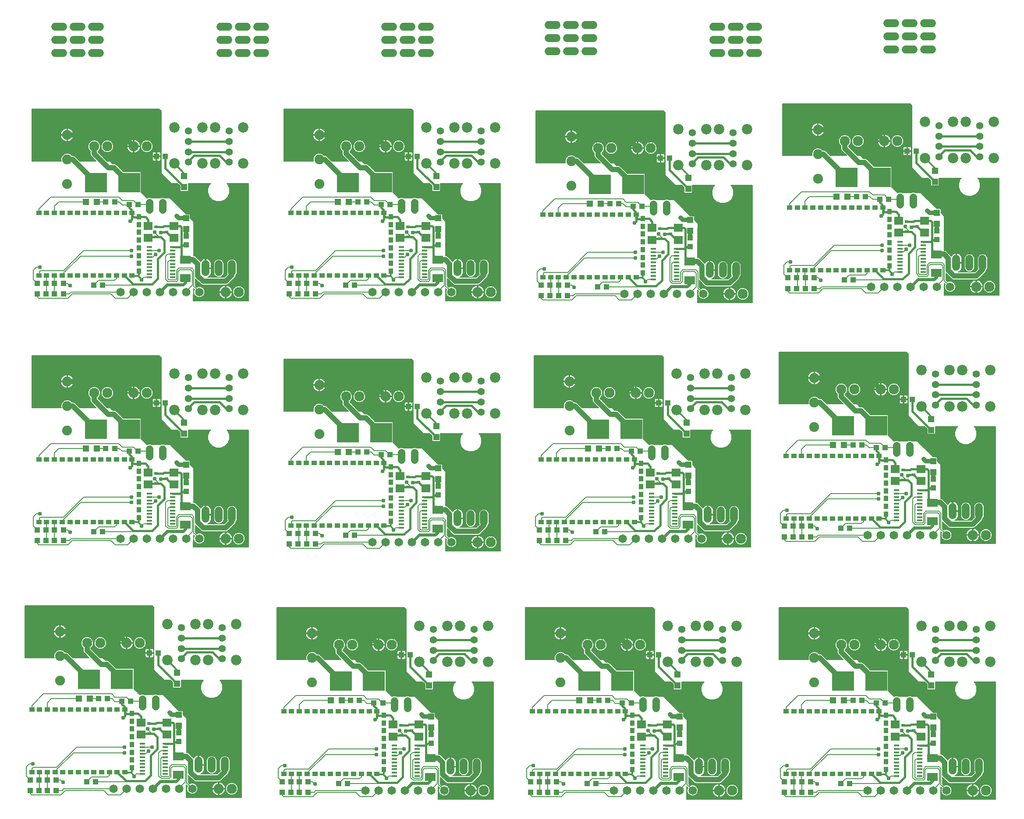
<source format=gtl>
G75*
G70*
%OFA0B0*%
%FSLAX24Y24*%
%IPPOS*%
%LPD*%
G04 *
G04 macro definitions for tiled file 'copperStiched.GTL':*
G04 *
%AMOC8*
5,1,8,0,0,1.08239X$1,22.5*
%
G04 *
G04 aperture list for tiled file 'copperStiched.GTL':*
G04 *
%ADD33C,0.0240*%
%ADD15R,0.0394X0.0433*%
%ADD26C,0.0750*%
%ADD20C,0.0795*%
%ADD28C,0.0310*%
%ADD25R,0.0827X0.0591*%
%ADD14R,0.0433X0.0394*%
%ADD13R,0.0472X0.0472*%
%ADD16R,0.0354X0.0394*%
%ADD31C,0.0320*%
%ADD27C,0.0060*%
%ADD29C,0.0120*%
%ADD24R,0.1669X0.1500*%
%ADD18C,0.0560*%
%ADD11C,0.0650*%
%ADD30C,0.0160*%
%ADD19R,0.0394X0.0118*%
%ADD22R,0.0276X0.0236*%
%ADD23R,0.0709X0.0610*%
%ADD32C,0.0400*%
%ADD12C,0.0600*%
%ADD10C,0.0760*%
%ADD17R,0.0394X0.0354*%
G04 *
G04 next data from source file './adknbcopyanothercopy/top_copper.GTL', *
G04 source file key is 'infile_0003'. *
G04 *
D10*
X055365Y004940D03*
X056365Y004940D03*
X049365Y016020D03*
X048365Y016020D03*
X046365Y016020D03*
X045365Y016020D03*
D11*
X047365Y004940D03*
X048365Y004940D03*
X049365Y004940D03*
X050365Y004940D03*
X051365Y004940D03*
X052365Y004940D03*
X053365Y004940D03*
D12*
X053845Y006450D02*
X053845Y007050D01*
X054845Y007050D02*
X054845Y006450D01*
X055845Y006450D02*
X055845Y007050D01*
D13*
X052355Y009727D03*
X052355Y010553D03*
X052215Y012937D03*
X052215Y013763D03*
X045558Y011790D03*
X044732Y011790D03*
D14*
X052355Y009195D03*
X052355Y008525D03*
D15*
X048690Y011600D03*
X048020Y011600D03*
X046920Y011790D03*
X046250Y011790D03*
X050110Y015260D03*
X050780Y015260D03*
X046010Y005450D03*
X045340Y005450D03*
X043020Y005610D03*
X042350Y005610D03*
X041700Y005610D03*
X041030Y005610D03*
X041030Y004800D03*
X041700Y004800D03*
X042350Y004800D03*
X043020Y004800D03*
D16*
X048773Y006531D03*
X048773Y007121D03*
X048773Y007712D03*
X048773Y008303D03*
X048773Y008893D03*
X048773Y009484D03*
X048773Y010074D03*
X048773Y010665D03*
D17*
X048246Y010972D03*
X047655Y010972D03*
X047064Y010972D03*
X046474Y010972D03*
X045883Y010972D03*
X045293Y010972D03*
X044702Y010972D03*
X044112Y010972D03*
X043521Y010972D03*
X042931Y010972D03*
X042340Y010972D03*
X041749Y010972D03*
X041159Y010972D03*
X041159Y006208D03*
X041749Y006208D03*
X042340Y006208D03*
X042931Y006208D03*
X043521Y006208D03*
X044112Y006208D03*
X044702Y006208D03*
X045293Y006208D03*
X045883Y006208D03*
X046474Y006208D03*
X047064Y006208D03*
X047655Y006208D03*
X048246Y006208D03*
D18*
X049575Y011190D02*
X049575Y011750D01*
X050575Y011750D02*
X050575Y011190D01*
D19*
X051317Y008350D03*
X051317Y008094D03*
X051317Y007838D03*
X051317Y007582D03*
X051317Y007326D03*
X051317Y007070D03*
X051317Y006815D03*
X051317Y006559D03*
X051317Y006303D03*
X051317Y006047D03*
X049565Y006047D03*
X049565Y006303D03*
X049565Y006559D03*
X049565Y006815D03*
X049565Y007070D03*
X049565Y007326D03*
X049565Y007582D03*
X049565Y007838D03*
X049565Y008094D03*
X049565Y008350D03*
D20*
X051465Y014720D03*
X053605Y014720D03*
X054565Y014720D03*
X056705Y014720D03*
X056705Y017480D03*
X054565Y017480D03*
X053605Y017480D03*
X051465Y017480D03*
D18*
X052535Y017190D03*
X052535Y016400D03*
X052535Y015610D03*
X052535Y014820D03*
X055635Y014820D03*
X055635Y015610D03*
X055635Y016400D03*
X055635Y017190D03*
D22*
X050071Y009884D03*
X050071Y009136D03*
X050859Y009510D03*
D23*
X051445Y009047D03*
X051445Y009973D03*
X049465Y009973D03*
X049465Y009047D03*
D24*
X048017Y013260D03*
X045505Y013260D03*
D25*
X052315Y007399D03*
X052315Y005981D03*
D26*
X043315Y013160D03*
X043315Y015030D03*
X043315Y016900D03*
D27*
X041030Y004590D02*
X041150Y004470D01*
X043375Y004470D01*
X043705Y004800D01*
X046645Y004800D01*
X046975Y004470D01*
X047895Y004470D01*
X048365Y004940D01*
X048273Y005450D02*
X048343Y005520D01*
X048273Y005450D02*
X046010Y005450D01*
X045710Y005820D02*
X046915Y005820D01*
X047065Y005970D01*
X047065Y006208D01*
X047064Y006208D01*
X045710Y005820D02*
X045340Y005450D01*
X043525Y005430D02*
X043345Y005610D01*
X043020Y005610D01*
X042931Y006208D02*
X043045Y006323D01*
X043045Y006390D01*
X044335Y007680D01*
X048205Y007680D01*
X048205Y008100D02*
X044575Y008100D01*
X043045Y006570D01*
X041275Y006570D01*
X041185Y006480D01*
X041185Y006234D01*
X041159Y006208D01*
X040735Y005905D02*
X040735Y006600D01*
X040975Y006840D01*
X041245Y006840D01*
X041749Y006208D02*
X041749Y005610D01*
X041749Y004800D01*
X041700Y004800D01*
X042350Y004800D02*
X042350Y005610D01*
X042340Y005610D01*
X042340Y006208D01*
X041749Y005610D02*
X041700Y005610D01*
X041030Y005610D02*
X040735Y005905D01*
X041030Y004800D02*
X041030Y004590D01*
X043020Y004800D02*
X043465Y004800D01*
X043585Y004920D01*
X047365Y004920D01*
X048955Y005880D02*
X049122Y006047D01*
X049565Y006047D01*
X050815Y005910D02*
X050995Y005730D01*
X051625Y005730D01*
X051745Y005850D01*
X051745Y006510D01*
X051865Y006630D01*
X052705Y006630D01*
X052825Y006510D01*
X052825Y005460D01*
X052365Y005000D01*
X052365Y004940D01*
X052919Y004956D02*
X052950Y004956D01*
X052950Y004898D02*
X052919Y004898D01*
X052950Y004857D02*
X053013Y004705D01*
X053130Y004588D01*
X053282Y004525D01*
X053448Y004525D01*
X053600Y004588D01*
X053717Y004705D01*
X053780Y004857D01*
X053780Y005023D01*
X053717Y005175D01*
X053600Y005292D01*
X053448Y005355D01*
X053282Y005355D01*
X053175Y005310D01*
X053115Y005370D01*
X053115Y005370D01*
X053065Y005420D01*
X053065Y005950D01*
X053081Y005934D01*
X053501Y005514D01*
X053607Y005470D01*
X055433Y005470D01*
X055539Y005514D01*
X055621Y005596D01*
X056091Y006066D01*
X056135Y006172D01*
X056135Y006188D01*
X056176Y006229D01*
X056235Y006372D01*
X056235Y007128D01*
X056176Y007271D01*
X056066Y007381D01*
X055923Y007440D01*
X055767Y007440D01*
X055624Y007381D01*
X055514Y007271D01*
X055455Y007128D01*
X055455Y006372D01*
X055491Y006286D01*
X055255Y006050D01*
X054005Y006050D01*
X054010Y006052D01*
X054070Y006082D01*
X054125Y006122D01*
X054173Y006170D01*
X054213Y006225D01*
X054243Y006285D01*
X054264Y006349D01*
X054275Y006416D01*
X054275Y006720D01*
X053875Y006720D01*
X053875Y006780D01*
X053815Y006780D01*
X053815Y007480D01*
X053811Y007480D01*
X053744Y007469D01*
X053680Y007448D01*
X053620Y007418D01*
X053565Y007378D01*
X053517Y007330D01*
X053477Y007275D01*
X053471Y007264D01*
X053161Y007574D01*
X053079Y007656D01*
X052973Y007700D01*
X052932Y007700D01*
X052945Y010290D01*
X052681Y010554D01*
X052681Y010827D01*
X052628Y010880D01*
X052355Y010880D01*
X051145Y012090D01*
X050721Y012090D01*
X050649Y012120D01*
X050501Y012120D01*
X050429Y012090D01*
X049721Y012090D01*
X049649Y012120D01*
X049501Y012120D01*
X049429Y012090D01*
X049375Y012090D01*
X048941Y012524D01*
X048941Y014047D01*
X048889Y014100D01*
X047587Y014100D01*
X047123Y014564D01*
X047041Y014646D01*
X046934Y014690D01*
X046775Y014690D01*
X046555Y014910D01*
X046335Y014910D01*
X045655Y015590D01*
X045655Y015645D01*
X045763Y015754D01*
X045835Y015927D01*
X045835Y016113D01*
X045763Y016286D01*
X045631Y016418D01*
X045458Y016490D01*
X045272Y016490D01*
X045099Y016418D01*
X044967Y016286D01*
X044895Y016113D01*
X044895Y015927D01*
X044967Y015754D01*
X045075Y015645D01*
X045075Y015412D01*
X045119Y015306D01*
X045201Y015224D01*
X045515Y014910D01*
X044265Y014910D01*
X043899Y015276D01*
X043793Y015320D01*
X043683Y015320D01*
X043578Y015424D01*
X043407Y015495D01*
X043223Y015495D01*
X043052Y015424D01*
X042921Y015293D01*
X042850Y015122D01*
X042850Y014938D01*
X042861Y014910D01*
X040625Y014910D01*
X040625Y018860D01*
X050315Y018860D01*
X050455Y018720D01*
X050455Y013980D01*
X051235Y013200D01*
X051711Y013200D01*
X051889Y013022D01*
X051889Y012663D01*
X051941Y012610D01*
X052488Y012610D01*
X052541Y012663D01*
X052541Y013200D01*
X054221Y013200D01*
X054141Y013120D01*
X054015Y012815D01*
X054015Y012485D01*
X054141Y012180D01*
X054375Y011946D01*
X054680Y011820D01*
X055010Y011820D01*
X055315Y011946D01*
X055549Y012180D01*
X055675Y012485D01*
X055675Y012815D01*
X055549Y013120D01*
X055469Y013200D01*
X057105Y013200D01*
X057105Y004280D01*
X052916Y004280D01*
X052920Y005225D01*
X052945Y005200D01*
X053001Y005145D01*
X052950Y005023D01*
X052950Y004857D01*
X052958Y004839D02*
X052919Y004839D01*
X052918Y004781D02*
X052982Y004781D01*
X053006Y004722D02*
X052918Y004722D01*
X052918Y004664D02*
X053055Y004664D01*
X053113Y004605D02*
X052917Y004605D01*
X052917Y004547D02*
X053231Y004547D01*
X053499Y004547D02*
X055039Y004547D01*
X055033Y004551D02*
X055098Y004504D01*
X055169Y004467D01*
X055246Y004443D01*
X055325Y004430D01*
X055335Y004430D01*
X055335Y004910D01*
X055395Y004910D01*
X055395Y004970D01*
X055875Y004970D01*
X055875Y004980D01*
X055862Y005059D01*
X055838Y005136D01*
X055801Y005207D01*
X055754Y005272D01*
X055697Y005329D01*
X055632Y005376D01*
X055561Y005413D01*
X055484Y005437D01*
X055405Y005450D01*
X055395Y005450D01*
X055395Y004970D01*
X055335Y004970D01*
X055335Y005450D01*
X055325Y005450D01*
X055246Y005437D01*
X055169Y005413D01*
X055098Y005376D01*
X055033Y005329D01*
X054976Y005272D01*
X054929Y005207D01*
X054892Y005136D01*
X054868Y005059D01*
X054855Y004980D01*
X054855Y004970D01*
X055335Y004970D01*
X055335Y004910D01*
X054855Y004910D01*
X054855Y004900D01*
X054868Y004821D01*
X054892Y004744D01*
X054929Y004673D01*
X054976Y004608D01*
X055033Y004551D01*
X054979Y004605D02*
X053617Y004605D01*
X053675Y004664D02*
X054935Y004664D01*
X054904Y004722D02*
X053724Y004722D01*
X053748Y004781D02*
X054881Y004781D01*
X054865Y004839D02*
X053772Y004839D01*
X053780Y004898D02*
X054855Y004898D01*
X054860Y005015D02*
X053780Y005015D01*
X053780Y004956D02*
X055335Y004956D01*
X055335Y004898D02*
X055395Y004898D01*
X055395Y004910D02*
X055395Y004430D01*
X055405Y004430D01*
X055484Y004443D01*
X055561Y004467D01*
X055632Y004504D01*
X055697Y004551D01*
X055754Y004608D01*
X055801Y004673D01*
X055838Y004744D01*
X055862Y004821D01*
X055875Y004900D01*
X055875Y004910D01*
X055395Y004910D01*
X055395Y004956D02*
X055895Y004956D01*
X055895Y004898D02*
X055875Y004898D01*
X055895Y004847D02*
X055967Y004674D01*
X056099Y004542D01*
X056272Y004470D01*
X056458Y004470D01*
X056631Y004542D01*
X056763Y004674D01*
X056835Y004847D01*
X056835Y005033D01*
X056763Y005206D01*
X056631Y005338D01*
X056458Y005410D01*
X056272Y005410D01*
X056099Y005338D01*
X055967Y005206D01*
X055895Y005033D01*
X055895Y004847D01*
X055898Y004839D02*
X055865Y004839D01*
X055849Y004781D02*
X055922Y004781D01*
X055947Y004722D02*
X055826Y004722D01*
X055795Y004664D02*
X055977Y004664D01*
X056035Y004605D02*
X055751Y004605D01*
X055691Y004547D02*
X056094Y004547D01*
X056228Y004488D02*
X055601Y004488D01*
X055395Y004488D02*
X055335Y004488D01*
X055335Y004547D02*
X055395Y004547D01*
X055395Y004605D02*
X055335Y004605D01*
X055335Y004664D02*
X055395Y004664D01*
X055395Y004722D02*
X055335Y004722D01*
X055335Y004781D02*
X055395Y004781D01*
X055395Y004839D02*
X055335Y004839D01*
X055335Y005015D02*
X055395Y005015D01*
X055395Y005073D02*
X055335Y005073D01*
X055335Y005132D02*
X055395Y005132D01*
X055395Y005190D02*
X055335Y005190D01*
X055335Y005249D02*
X055395Y005249D01*
X055395Y005307D02*
X055335Y005307D01*
X055335Y005366D02*
X055395Y005366D01*
X055395Y005424D02*
X055335Y005424D01*
X055204Y005424D02*
X053065Y005424D01*
X053065Y005483D02*
X053577Y005483D01*
X053474Y005541D02*
X053065Y005541D01*
X053065Y005600D02*
X053415Y005600D01*
X053357Y005658D02*
X053065Y005658D01*
X053065Y005717D02*
X053298Y005717D01*
X053240Y005775D02*
X053065Y005775D01*
X053065Y005834D02*
X053181Y005834D01*
X053123Y005892D02*
X053065Y005892D01*
X053119Y005366D02*
X055083Y005366D01*
X055011Y005307D02*
X053563Y005307D01*
X053643Y005249D02*
X054959Y005249D01*
X054920Y005190D02*
X053702Y005190D01*
X053735Y005132D02*
X054891Y005132D01*
X054872Y005073D02*
X053759Y005073D01*
X053365Y004950D02*
X053155Y005160D01*
X053065Y005250D01*
X052945Y005370D01*
X052945Y006600D01*
X052795Y006750D01*
X051805Y006750D01*
X051625Y006570D01*
X051625Y005910D01*
X051565Y005850D01*
X051055Y005850D01*
X050965Y005940D01*
X050965Y007230D01*
X051055Y007320D01*
X051325Y007320D01*
X051323Y007320D02*
X051317Y007326D01*
X051309Y007830D02*
X050965Y007830D01*
X050815Y007680D01*
X050815Y005910D01*
X049817Y007582D02*
X049565Y007582D01*
X049817Y007582D02*
X050035Y007800D01*
X050299Y008094D02*
X049565Y008094D01*
X050299Y008094D02*
X050305Y008100D01*
X051309Y007830D02*
X051317Y007838D01*
X050439Y009136D02*
X050289Y009136D01*
X049975Y009450D01*
X049975Y009510D01*
X049575Y011470D02*
X049445Y011600D01*
X048690Y011600D01*
X048380Y011910D01*
X047485Y011910D01*
X047245Y012150D01*
X042055Y012150D01*
X041305Y011400D01*
X041275Y011370D01*
X041159Y011254D01*
X041159Y010972D01*
X042340Y010972D02*
X042340Y011475D01*
X042655Y011790D01*
X044732Y011790D01*
X045558Y011790D02*
X046250Y011790D01*
X046920Y011790D02*
X047275Y011790D01*
X047485Y011580D01*
X048000Y011580D01*
X048020Y011600D01*
X048962Y012503D02*
X054015Y012503D01*
X054015Y012561D02*
X048941Y012561D01*
X048941Y012620D02*
X051932Y012620D01*
X051889Y012678D02*
X048941Y012678D01*
X048941Y012737D02*
X051889Y012737D01*
X051889Y012795D02*
X048941Y012795D01*
X048941Y012854D02*
X051889Y012854D01*
X051889Y012912D02*
X048941Y012912D01*
X048941Y012971D02*
X051889Y012971D01*
X051882Y013029D02*
X048941Y013029D01*
X048941Y013088D02*
X051824Y013088D01*
X051765Y013146D02*
X048941Y013146D01*
X048941Y013205D02*
X051230Y013205D01*
X051172Y013263D02*
X048941Y013263D01*
X048941Y013322D02*
X051113Y013322D01*
X051055Y013380D02*
X048941Y013380D01*
X048941Y013439D02*
X050996Y013439D01*
X050938Y013497D02*
X048941Y013497D01*
X048941Y013556D02*
X050879Y013556D01*
X050821Y013614D02*
X048941Y013614D01*
X048941Y013673D02*
X050762Y013673D01*
X050704Y013731D02*
X048941Y013731D01*
X048941Y013790D02*
X050645Y013790D01*
X050587Y013848D02*
X048941Y013848D01*
X048941Y013907D02*
X050528Y013907D01*
X050470Y013965D02*
X048941Y013965D01*
X048941Y014024D02*
X050455Y014024D01*
X050455Y014082D02*
X048907Y014082D01*
X049809Y014964D02*
X049834Y014939D01*
X049863Y014922D01*
X049896Y014913D01*
X050080Y014913D01*
X050080Y015230D01*
X049784Y015230D01*
X049784Y015026D01*
X049792Y014993D01*
X049809Y014964D01*
X049814Y014960D02*
X046286Y014960D01*
X046227Y015018D02*
X049786Y015018D01*
X049784Y015077D02*
X046169Y015077D01*
X046110Y015135D02*
X049784Y015135D01*
X049784Y015194D02*
X046052Y015194D01*
X045993Y015252D02*
X050080Y015252D01*
X050080Y015230D02*
X050080Y015290D01*
X049784Y015290D01*
X049784Y015494D01*
X049792Y015527D01*
X049809Y015556D01*
X049834Y015581D01*
X049863Y015598D01*
X049896Y015607D01*
X050080Y015607D01*
X050080Y015290D01*
X050140Y015290D01*
X050140Y015607D01*
X050324Y015607D01*
X050357Y015598D01*
X050387Y015581D01*
X050411Y015556D01*
X050428Y015527D01*
X050437Y015494D01*
X050437Y015290D01*
X050140Y015290D01*
X050140Y015230D01*
X050140Y014913D01*
X050324Y014913D01*
X050357Y014922D01*
X050387Y014939D01*
X050411Y014964D01*
X050428Y014993D01*
X050437Y015026D01*
X050437Y015230D01*
X050140Y015230D01*
X050080Y015230D01*
X050080Y015194D02*
X050140Y015194D01*
X050140Y015252D02*
X050455Y015252D01*
X050455Y015194D02*
X050437Y015194D01*
X050437Y015135D02*
X050455Y015135D01*
X050455Y015077D02*
X050437Y015077D01*
X050435Y015018D02*
X050455Y015018D01*
X050455Y014960D02*
X050407Y014960D01*
X050455Y014901D02*
X046564Y014901D01*
X046622Y014843D02*
X050455Y014843D01*
X050455Y014784D02*
X046681Y014784D01*
X046739Y014726D02*
X050455Y014726D01*
X050455Y014667D02*
X046990Y014667D01*
X047078Y014609D02*
X050455Y014609D01*
X050455Y014550D02*
X047137Y014550D01*
X047195Y014492D02*
X050455Y014492D01*
X050455Y014433D02*
X047254Y014433D01*
X047312Y014375D02*
X050455Y014375D01*
X050455Y014316D02*
X047371Y014316D01*
X047429Y014258D02*
X050455Y014258D01*
X050455Y014199D02*
X047488Y014199D01*
X047546Y014141D02*
X050455Y014141D01*
X050140Y014960D02*
X050080Y014960D01*
X050080Y015018D02*
X050140Y015018D01*
X050140Y015077D02*
X050080Y015077D01*
X050080Y015135D02*
X050140Y015135D01*
X050140Y015311D02*
X050080Y015311D01*
X050080Y015369D02*
X050140Y015369D01*
X050140Y015428D02*
X050080Y015428D01*
X050080Y015486D02*
X050140Y015486D01*
X050140Y015545D02*
X050080Y015545D01*
X050080Y015603D02*
X050140Y015603D01*
X050337Y015603D02*
X050455Y015603D01*
X050455Y015545D02*
X050418Y015545D01*
X050437Y015486D02*
X050455Y015486D01*
X050455Y015428D02*
X050437Y015428D01*
X050437Y015369D02*
X050455Y015369D01*
X050455Y015311D02*
X050437Y015311D01*
X050455Y015662D02*
X049671Y015662D01*
X049631Y015622D02*
X049763Y015754D01*
X049835Y015927D01*
X049835Y016113D01*
X049763Y016286D01*
X049631Y016418D01*
X049458Y016490D01*
X049272Y016490D01*
X049099Y016418D01*
X048967Y016286D01*
X048895Y016113D01*
X048895Y015927D01*
X048967Y015754D01*
X049099Y015622D01*
X049272Y015550D01*
X049458Y015550D01*
X049631Y015622D01*
X049587Y015603D02*
X049883Y015603D01*
X049803Y015545D02*
X048552Y015545D01*
X048561Y015547D02*
X048632Y015584D01*
X048697Y015631D01*
X048754Y015688D01*
X048801Y015753D01*
X048838Y015824D01*
X048862Y015901D01*
X048875Y015980D01*
X048875Y015990D01*
X048395Y015990D01*
X048395Y016050D01*
X048875Y016050D01*
X048875Y016060D01*
X048862Y016139D01*
X048838Y016216D01*
X048801Y016287D01*
X048754Y016352D01*
X048697Y016409D01*
X048632Y016456D01*
X048561Y016493D01*
X048484Y016517D01*
X048405Y016530D01*
X048395Y016530D01*
X048395Y016050D01*
X048335Y016050D01*
X048335Y016530D01*
X048325Y016530D01*
X048246Y016517D01*
X048169Y016493D01*
X048098Y016456D01*
X048033Y016409D01*
X047976Y016352D01*
X047929Y016287D01*
X047892Y016216D01*
X047868Y016139D01*
X047855Y016060D01*
X047855Y016050D01*
X048335Y016050D01*
X048335Y015990D01*
X048395Y015990D01*
X048395Y015510D01*
X048405Y015510D01*
X048484Y015523D01*
X048561Y015547D01*
X048659Y015603D02*
X049143Y015603D01*
X049059Y015662D02*
X048728Y015662D01*
X048777Y015720D02*
X049000Y015720D01*
X048956Y015779D02*
X048814Y015779D01*
X048842Y015837D02*
X048932Y015837D01*
X048908Y015896D02*
X048861Y015896D01*
X048871Y015954D02*
X048895Y015954D01*
X048895Y016013D02*
X048395Y016013D01*
X048395Y016071D02*
X048335Y016071D01*
X048335Y016013D02*
X046835Y016013D01*
X046835Y016071D02*
X047857Y016071D01*
X047866Y016130D02*
X046828Y016130D01*
X046835Y016113D02*
X046763Y016286D01*
X046631Y016418D01*
X046458Y016490D01*
X046272Y016490D01*
X046099Y016418D01*
X045967Y016286D01*
X045895Y016113D01*
X045895Y015927D01*
X045967Y015754D01*
X046099Y015622D01*
X046272Y015550D01*
X046458Y015550D01*
X046631Y015622D01*
X046763Y015754D01*
X046835Y015927D01*
X046835Y016113D01*
X046804Y016188D02*
X047883Y016188D01*
X047908Y016247D02*
X046780Y016247D01*
X046745Y016305D02*
X047942Y016305D01*
X047987Y016364D02*
X046686Y016364D01*
X046623Y016422D02*
X048051Y016422D01*
X048146Y016481D02*
X046481Y016481D01*
X046249Y016481D02*
X045481Y016481D01*
X045623Y016422D02*
X046107Y016422D01*
X046044Y016364D02*
X045686Y016364D01*
X045745Y016305D02*
X045985Y016305D01*
X045950Y016247D02*
X045780Y016247D01*
X045804Y016188D02*
X045926Y016188D01*
X045902Y016130D02*
X045828Y016130D01*
X045835Y016071D02*
X045895Y016071D01*
X045895Y016013D02*
X045835Y016013D01*
X045835Y015954D02*
X045895Y015954D01*
X045908Y015896D02*
X045822Y015896D01*
X045798Y015837D02*
X045932Y015837D01*
X045956Y015779D02*
X045774Y015779D01*
X045730Y015720D02*
X046000Y015720D01*
X046059Y015662D02*
X045671Y015662D01*
X045655Y015603D02*
X046143Y015603D01*
X045876Y015369D02*
X049784Y015369D01*
X049784Y015311D02*
X045935Y015311D01*
X045818Y015428D02*
X049784Y015428D01*
X049784Y015486D02*
X045759Y015486D01*
X045701Y015545D02*
X048178Y015545D01*
X048169Y015547D02*
X048246Y015523D01*
X048325Y015510D01*
X048335Y015510D01*
X048335Y015990D01*
X047855Y015990D01*
X047855Y015980D01*
X047868Y015901D01*
X047892Y015824D01*
X047929Y015753D01*
X047976Y015688D01*
X048033Y015631D01*
X048098Y015584D01*
X048169Y015547D01*
X048071Y015603D02*
X046587Y015603D01*
X046671Y015662D02*
X048002Y015662D01*
X047953Y015720D02*
X046730Y015720D01*
X046774Y015779D02*
X047916Y015779D01*
X047888Y015837D02*
X046798Y015837D01*
X046822Y015896D02*
X047869Y015896D01*
X047859Y015954D02*
X046835Y015954D01*
X045465Y014960D02*
X044216Y014960D01*
X044157Y015018D02*
X045407Y015018D01*
X045348Y015077D02*
X044099Y015077D01*
X044040Y015135D02*
X045290Y015135D01*
X045231Y015194D02*
X043982Y015194D01*
X043923Y015252D02*
X045173Y015252D01*
X045117Y015311D02*
X043816Y015311D01*
X043634Y015369D02*
X045093Y015369D01*
X045075Y015428D02*
X043570Y015428D01*
X043429Y015486D02*
X045075Y015486D01*
X045075Y015545D02*
X040625Y015545D01*
X040625Y015603D02*
X045075Y015603D01*
X045059Y015662D02*
X040625Y015662D01*
X040625Y015720D02*
X045000Y015720D01*
X044956Y015779D02*
X040625Y015779D01*
X040625Y015837D02*
X044932Y015837D01*
X044908Y015896D02*
X040625Y015896D01*
X040625Y015954D02*
X044895Y015954D01*
X044895Y016013D02*
X040625Y016013D01*
X040625Y016071D02*
X044895Y016071D01*
X044902Y016130D02*
X040625Y016130D01*
X040625Y016188D02*
X044926Y016188D01*
X044950Y016247D02*
X040625Y016247D01*
X040625Y016305D02*
X044985Y016305D01*
X045044Y016364D02*
X040625Y016364D01*
X040625Y016422D02*
X043152Y016422D01*
X043121Y016432D02*
X043197Y016407D01*
X043275Y016395D01*
X043285Y016395D01*
X043285Y016870D01*
X043345Y016870D01*
X043345Y016930D01*
X043820Y016930D01*
X043820Y016940D01*
X043808Y017018D01*
X043783Y017094D01*
X043747Y017165D01*
X043700Y017229D01*
X043644Y017285D01*
X043580Y017332D01*
X043509Y017368D01*
X043433Y017393D01*
X043355Y017405D01*
X043345Y017405D01*
X043345Y016930D01*
X043285Y016930D01*
X043285Y017405D01*
X043275Y017405D01*
X043197Y017393D01*
X043121Y017368D01*
X043050Y017332D01*
X042986Y017285D01*
X042930Y017229D01*
X042883Y017165D01*
X042847Y017094D01*
X042822Y017018D01*
X042810Y016940D01*
X042810Y016930D01*
X043285Y016930D01*
X043285Y016870D01*
X042810Y016870D01*
X042810Y016860D01*
X042822Y016782D01*
X042847Y016706D01*
X042883Y016635D01*
X042930Y016571D01*
X042986Y016515D01*
X043050Y016468D01*
X043121Y016432D01*
X043033Y016481D02*
X040625Y016481D01*
X040625Y016539D02*
X042962Y016539D01*
X042911Y016598D02*
X040625Y016598D01*
X040625Y016656D02*
X042873Y016656D01*
X042844Y016715D02*
X040625Y016715D01*
X040625Y016773D02*
X042825Y016773D01*
X042815Y016832D02*
X040625Y016832D01*
X040625Y016890D02*
X043285Y016890D01*
X043285Y016832D02*
X043345Y016832D01*
X043345Y016870D02*
X043345Y016395D01*
X043355Y016395D01*
X043433Y016407D01*
X043509Y016432D01*
X043580Y016468D01*
X043644Y016515D01*
X043700Y016571D01*
X043747Y016635D01*
X043783Y016706D01*
X043808Y016782D01*
X043820Y016860D01*
X043820Y016870D01*
X043345Y016870D01*
X043345Y016890D02*
X050455Y016890D01*
X050455Y016832D02*
X043815Y016832D01*
X043805Y016773D02*
X050455Y016773D01*
X050455Y016715D02*
X043786Y016715D01*
X043757Y016656D02*
X050455Y016656D01*
X050455Y016598D02*
X043719Y016598D01*
X043668Y016539D02*
X050455Y016539D01*
X050455Y016481D02*
X049481Y016481D01*
X049623Y016422D02*
X050455Y016422D01*
X050455Y016364D02*
X049686Y016364D01*
X049745Y016305D02*
X050455Y016305D01*
X050455Y016247D02*
X049780Y016247D01*
X049804Y016188D02*
X050455Y016188D01*
X050455Y016130D02*
X049828Y016130D01*
X049835Y016071D02*
X050455Y016071D01*
X050455Y016013D02*
X049835Y016013D01*
X049835Y015954D02*
X050455Y015954D01*
X050455Y015896D02*
X049822Y015896D01*
X049798Y015837D02*
X050455Y015837D01*
X050455Y015779D02*
X049774Y015779D01*
X049730Y015720D02*
X050455Y015720D01*
X050455Y016949D02*
X043819Y016949D01*
X043809Y017007D02*
X050455Y017007D01*
X050455Y017066D02*
X043792Y017066D01*
X043768Y017124D02*
X050455Y017124D01*
X050455Y017183D02*
X043734Y017183D01*
X043688Y017241D02*
X050455Y017241D01*
X050455Y017300D02*
X043624Y017300D01*
X043528Y017358D02*
X050455Y017358D01*
X050455Y017417D02*
X040625Y017417D01*
X040625Y017475D02*
X050455Y017475D01*
X050455Y017534D02*
X040625Y017534D01*
X040625Y017592D02*
X050455Y017592D01*
X050455Y017651D02*
X040625Y017651D01*
X040625Y017709D02*
X050455Y017709D01*
X050455Y017768D02*
X040625Y017768D01*
X040625Y017826D02*
X050455Y017826D01*
X050455Y017885D02*
X040625Y017885D01*
X040625Y017943D02*
X050455Y017943D01*
X050455Y018002D02*
X040625Y018002D01*
X040625Y018060D02*
X050455Y018060D01*
X050455Y018119D02*
X040625Y018119D01*
X040625Y018177D02*
X050455Y018177D01*
X050455Y018236D02*
X040625Y018236D01*
X040625Y018294D02*
X050455Y018294D01*
X050455Y018353D02*
X040625Y018353D01*
X040625Y018411D02*
X050455Y018411D01*
X050455Y018470D02*
X040625Y018470D01*
X040625Y018528D02*
X050455Y018528D01*
X050455Y018587D02*
X040625Y018587D01*
X040625Y018645D02*
X050455Y018645D01*
X050455Y018704D02*
X040625Y018704D01*
X040625Y018762D02*
X050413Y018762D01*
X050354Y018821D02*
X040625Y018821D01*
X040625Y017358D02*
X043102Y017358D01*
X043006Y017300D02*
X040625Y017300D01*
X040625Y017241D02*
X042942Y017241D01*
X042896Y017183D02*
X040625Y017183D01*
X040625Y017124D02*
X042862Y017124D01*
X042838Y017066D02*
X040625Y017066D01*
X040625Y017007D02*
X042821Y017007D01*
X042811Y016949D02*
X040625Y016949D01*
X040625Y015486D02*
X043201Y015486D01*
X043060Y015428D02*
X040625Y015428D01*
X040625Y015369D02*
X042996Y015369D01*
X042938Y015311D02*
X040625Y015311D01*
X040625Y015252D02*
X042904Y015252D01*
X042879Y015194D02*
X040625Y015194D01*
X040625Y015135D02*
X042855Y015135D01*
X042850Y015077D02*
X040625Y015077D01*
X040625Y015018D02*
X042850Y015018D01*
X042850Y014960D02*
X040625Y014960D01*
X043285Y016422D02*
X043345Y016422D01*
X043345Y016481D02*
X043285Y016481D01*
X043285Y016539D02*
X043345Y016539D01*
X043345Y016598D02*
X043285Y016598D01*
X043285Y016656D02*
X043345Y016656D01*
X043345Y016715D02*
X043285Y016715D01*
X043285Y016773D02*
X043345Y016773D01*
X043345Y016949D02*
X043285Y016949D01*
X043285Y017007D02*
X043345Y017007D01*
X043345Y017066D02*
X043285Y017066D01*
X043285Y017124D02*
X043345Y017124D01*
X043345Y017183D02*
X043285Y017183D01*
X043285Y017241D02*
X043345Y017241D01*
X043345Y017300D02*
X043285Y017300D01*
X043285Y017358D02*
X043345Y017358D01*
X043597Y016481D02*
X045249Y016481D01*
X045107Y016422D02*
X043478Y016422D01*
X048335Y016422D02*
X048395Y016422D01*
X048395Y016364D02*
X048335Y016364D01*
X048335Y016305D02*
X048395Y016305D01*
X048395Y016247D02*
X048335Y016247D01*
X048335Y016188D02*
X048395Y016188D01*
X048395Y016130D02*
X048335Y016130D01*
X048335Y015954D02*
X048395Y015954D01*
X048395Y015896D02*
X048335Y015896D01*
X048335Y015837D02*
X048395Y015837D01*
X048395Y015779D02*
X048335Y015779D01*
X048335Y015720D02*
X048395Y015720D01*
X048395Y015662D02*
X048335Y015662D01*
X048335Y015603D02*
X048395Y015603D01*
X048395Y015545D02*
X048335Y015545D01*
X048873Y016071D02*
X048895Y016071D01*
X048902Y016130D02*
X048864Y016130D01*
X048847Y016188D02*
X048926Y016188D01*
X048950Y016247D02*
X048822Y016247D01*
X048788Y016305D02*
X048985Y016305D01*
X049044Y016364D02*
X048743Y016364D01*
X048679Y016422D02*
X049107Y016422D01*
X049249Y016481D02*
X048584Y016481D01*
X048395Y016481D02*
X048335Y016481D01*
X052541Y013146D02*
X054167Y013146D01*
X054128Y013088D02*
X052541Y013088D01*
X052541Y013029D02*
X054104Y013029D01*
X054079Y012971D02*
X052541Y012971D01*
X052541Y012912D02*
X054055Y012912D01*
X054031Y012854D02*
X052541Y012854D01*
X052541Y012795D02*
X054015Y012795D01*
X054015Y012737D02*
X052541Y012737D01*
X052541Y012678D02*
X054015Y012678D01*
X054015Y012620D02*
X052498Y012620D01*
X051493Y011742D02*
X057105Y011742D01*
X057105Y011684D02*
X051551Y011684D01*
X051610Y011625D02*
X057105Y011625D01*
X057105Y011567D02*
X051668Y011567D01*
X051727Y011508D02*
X057105Y011508D01*
X057105Y011450D02*
X051785Y011450D01*
X051844Y011391D02*
X057105Y011391D01*
X057105Y011333D02*
X051902Y011333D01*
X051961Y011274D02*
X057105Y011274D01*
X057105Y011216D02*
X052019Y011216D01*
X052078Y011157D02*
X057105Y011157D01*
X057105Y011099D02*
X052136Y011099D01*
X052195Y011040D02*
X057105Y011040D01*
X057105Y010982D02*
X052253Y010982D01*
X052312Y010923D02*
X057105Y010923D01*
X057105Y010865D02*
X052644Y010865D01*
X052681Y010806D02*
X057105Y010806D01*
X057105Y010748D02*
X052681Y010748D01*
X052681Y010689D02*
X057105Y010689D01*
X057105Y010631D02*
X052681Y010631D01*
X052681Y010572D02*
X057105Y010572D01*
X057105Y010514D02*
X052721Y010514D01*
X052780Y010455D02*
X057105Y010455D01*
X057105Y010397D02*
X052838Y010397D01*
X052897Y010338D02*
X057105Y010338D01*
X057105Y010280D02*
X052945Y010280D01*
X052945Y010221D02*
X057105Y010221D01*
X057105Y010163D02*
X052944Y010163D01*
X052944Y010104D02*
X057105Y010104D01*
X057105Y010046D02*
X052944Y010046D01*
X052944Y009987D02*
X057105Y009987D01*
X057105Y009929D02*
X052943Y009929D01*
X052943Y009870D02*
X057105Y009870D01*
X057105Y009812D02*
X052943Y009812D01*
X052942Y009753D02*
X057105Y009753D01*
X057105Y009695D02*
X052942Y009695D01*
X052942Y009636D02*
X057105Y009636D01*
X057105Y009578D02*
X052942Y009578D01*
X052941Y009519D02*
X057105Y009519D01*
X057105Y009461D02*
X052941Y009461D01*
X052941Y009402D02*
X057105Y009402D01*
X057105Y009344D02*
X052940Y009344D01*
X052940Y009285D02*
X057105Y009285D01*
X057105Y009227D02*
X052940Y009227D01*
X052940Y009168D02*
X057105Y009168D01*
X057105Y009110D02*
X052939Y009110D01*
X052939Y009051D02*
X057105Y009051D01*
X057105Y008993D02*
X052939Y008993D01*
X052938Y008934D02*
X057105Y008934D01*
X057105Y008876D02*
X052938Y008876D01*
X052938Y008817D02*
X057105Y008817D01*
X057105Y008759D02*
X052938Y008759D01*
X052937Y008700D02*
X057105Y008700D01*
X057105Y008642D02*
X052937Y008642D01*
X052937Y008583D02*
X057105Y008583D01*
X057105Y008525D02*
X052936Y008525D01*
X052936Y008466D02*
X057105Y008466D01*
X057105Y008408D02*
X052936Y008408D01*
X052936Y008349D02*
X057105Y008349D01*
X057105Y008291D02*
X052935Y008291D01*
X052935Y008232D02*
X057105Y008232D01*
X057105Y008174D02*
X052935Y008174D01*
X052934Y008115D02*
X057105Y008115D01*
X057105Y008057D02*
X052934Y008057D01*
X052934Y007998D02*
X057105Y007998D01*
X057105Y007940D02*
X052934Y007940D01*
X052933Y007881D02*
X057105Y007881D01*
X057105Y007823D02*
X052933Y007823D01*
X052933Y007764D02*
X057105Y007764D01*
X057105Y007706D02*
X052932Y007706D01*
X053088Y007647D02*
X057105Y007647D01*
X057105Y007589D02*
X053147Y007589D01*
X053161Y007574D02*
X053161Y007574D01*
X053205Y007530D02*
X057105Y007530D01*
X057105Y007472D02*
X053932Y007472D01*
X053946Y007469D02*
X053879Y007480D01*
X053875Y007480D01*
X053875Y006780D01*
X054275Y006780D01*
X054275Y007084D01*
X054264Y007151D01*
X054243Y007215D01*
X054213Y007275D01*
X054173Y007330D01*
X054125Y007378D01*
X054070Y007418D01*
X054010Y007448D01*
X053946Y007469D01*
X053875Y007472D02*
X053815Y007472D01*
X053758Y007472D02*
X053264Y007472D01*
X053322Y007413D02*
X053613Y007413D01*
X053541Y007355D02*
X053381Y007355D01*
X053439Y007296D02*
X053492Y007296D01*
X053815Y007296D02*
X053875Y007296D01*
X053875Y007238D02*
X053815Y007238D01*
X053815Y007179D02*
X053875Y007179D01*
X053875Y007121D02*
X053815Y007121D01*
X053815Y007062D02*
X053875Y007062D01*
X053875Y007004D02*
X053815Y007004D01*
X053815Y006945D02*
X053875Y006945D01*
X053875Y006887D02*
X053815Y006887D01*
X053815Y006828D02*
X053875Y006828D01*
X053875Y006770D02*
X054455Y006770D01*
X054455Y006828D02*
X054275Y006828D01*
X054275Y006887D02*
X054455Y006887D01*
X054455Y006945D02*
X054275Y006945D01*
X054275Y007004D02*
X054455Y007004D01*
X054455Y007062D02*
X054275Y007062D01*
X054269Y007121D02*
X054455Y007121D01*
X054455Y007128D02*
X054514Y007271D01*
X054624Y007381D01*
X054767Y007440D01*
X054923Y007440D01*
X055066Y007381D01*
X055176Y007271D01*
X055235Y007128D01*
X055235Y006372D01*
X055176Y006229D01*
X055066Y006119D01*
X054923Y006060D01*
X054767Y006060D01*
X054624Y006119D01*
X054514Y006229D01*
X054455Y006372D01*
X054455Y007128D01*
X054476Y007179D02*
X054255Y007179D01*
X054232Y007238D02*
X054501Y007238D01*
X054539Y007296D02*
X054198Y007296D01*
X054149Y007355D02*
X054598Y007355D01*
X054702Y007413D02*
X054077Y007413D01*
X053875Y007413D02*
X053815Y007413D01*
X053815Y007355D02*
X053875Y007355D01*
X054275Y006711D02*
X054455Y006711D01*
X054455Y006653D02*
X054275Y006653D01*
X054275Y006594D02*
X054455Y006594D01*
X054455Y006536D02*
X054275Y006536D01*
X054275Y006477D02*
X054455Y006477D01*
X054455Y006419D02*
X054275Y006419D01*
X054266Y006360D02*
X054460Y006360D01*
X054484Y006302D02*
X054249Y006302D01*
X054222Y006243D02*
X054509Y006243D01*
X054559Y006185D02*
X054184Y006185D01*
X054129Y006126D02*
X054617Y006126D01*
X054749Y006068D02*
X054041Y006068D01*
X054941Y006068D02*
X055272Y006068D01*
X055331Y006126D02*
X055073Y006126D01*
X055131Y006185D02*
X055389Y006185D01*
X055448Y006243D02*
X055181Y006243D01*
X055206Y006302D02*
X055484Y006302D01*
X055460Y006360D02*
X055230Y006360D01*
X055235Y006419D02*
X055455Y006419D01*
X055455Y006477D02*
X055235Y006477D01*
X055235Y006536D02*
X055455Y006536D01*
X055455Y006594D02*
X055235Y006594D01*
X055235Y006653D02*
X055455Y006653D01*
X055455Y006711D02*
X055235Y006711D01*
X055235Y006770D02*
X055455Y006770D01*
X055455Y006828D02*
X055235Y006828D01*
X055235Y006887D02*
X055455Y006887D01*
X055455Y006945D02*
X055235Y006945D01*
X055235Y007004D02*
X055455Y007004D01*
X055455Y007062D02*
X055235Y007062D01*
X055235Y007121D02*
X055455Y007121D01*
X055476Y007179D02*
X055214Y007179D01*
X055189Y007238D02*
X055501Y007238D01*
X055539Y007296D02*
X055151Y007296D01*
X055092Y007355D02*
X055598Y007355D01*
X055702Y007413D02*
X054988Y007413D01*
X055988Y007413D02*
X057105Y007413D01*
X057105Y007355D02*
X056092Y007355D01*
X056151Y007296D02*
X057105Y007296D01*
X057105Y007238D02*
X056189Y007238D01*
X056214Y007179D02*
X057105Y007179D01*
X057105Y007121D02*
X056235Y007121D01*
X056235Y007062D02*
X057105Y007062D01*
X057105Y007004D02*
X056235Y007004D01*
X056235Y006945D02*
X057105Y006945D01*
X057105Y006887D02*
X056235Y006887D01*
X056235Y006828D02*
X057105Y006828D01*
X057105Y006770D02*
X056235Y006770D01*
X056235Y006711D02*
X057105Y006711D01*
X057105Y006653D02*
X056235Y006653D01*
X056235Y006594D02*
X057105Y006594D01*
X057105Y006536D02*
X056235Y006536D01*
X056235Y006477D02*
X057105Y006477D01*
X057105Y006419D02*
X056235Y006419D01*
X056230Y006360D02*
X057105Y006360D01*
X057105Y006302D02*
X056206Y006302D01*
X056181Y006243D02*
X057105Y006243D01*
X057105Y006185D02*
X056135Y006185D01*
X056116Y006126D02*
X057105Y006126D01*
X057105Y006068D02*
X056092Y006068D01*
X056034Y006009D02*
X057105Y006009D01*
X057105Y005951D02*
X055976Y005951D01*
X055917Y005892D02*
X057105Y005892D01*
X057105Y005834D02*
X055859Y005834D01*
X055800Y005775D02*
X057105Y005775D01*
X057105Y005717D02*
X055742Y005717D01*
X055683Y005658D02*
X057105Y005658D01*
X057105Y005600D02*
X055625Y005600D01*
X055621Y005596D02*
X055621Y005596D01*
X055566Y005541D02*
X057105Y005541D01*
X057105Y005483D02*
X055463Y005483D01*
X055526Y005424D02*
X057105Y005424D01*
X057105Y005366D02*
X056566Y005366D01*
X056663Y005307D02*
X057105Y005307D01*
X057105Y005249D02*
X056721Y005249D01*
X056770Y005190D02*
X057105Y005190D01*
X057105Y005132D02*
X056794Y005132D01*
X056819Y005073D02*
X057105Y005073D01*
X057105Y005015D02*
X056835Y005015D01*
X056835Y004956D02*
X057105Y004956D01*
X057105Y004898D02*
X056835Y004898D01*
X056832Y004839D02*
X057105Y004839D01*
X057105Y004781D02*
X056808Y004781D01*
X056783Y004722D02*
X057105Y004722D01*
X057105Y004664D02*
X056753Y004664D01*
X056695Y004605D02*
X057105Y004605D01*
X057105Y004547D02*
X056636Y004547D01*
X056502Y004488D02*
X057105Y004488D01*
X057105Y004430D02*
X052917Y004430D01*
X052917Y004488D02*
X055129Y004488D01*
X055870Y005015D02*
X055895Y005015D01*
X055911Y005073D02*
X055858Y005073D01*
X055839Y005132D02*
X055936Y005132D01*
X055960Y005190D02*
X055810Y005190D01*
X055771Y005249D02*
X056009Y005249D01*
X056067Y005307D02*
X055719Y005307D01*
X055647Y005366D02*
X056164Y005366D01*
X057105Y004371D02*
X052916Y004371D01*
X052916Y004313D02*
X057105Y004313D01*
X052995Y005132D02*
X052920Y005132D01*
X052920Y005190D02*
X052955Y005190D01*
X052945Y005200D02*
X052945Y005200D01*
X052920Y005073D02*
X052971Y005073D01*
X052950Y005015D02*
X052919Y005015D01*
X051434Y011801D02*
X057105Y011801D01*
X057105Y011859D02*
X055104Y011859D01*
X055246Y011918D02*
X057105Y011918D01*
X057105Y011976D02*
X055345Y011976D01*
X055403Y012035D02*
X057105Y012035D01*
X057105Y012093D02*
X055462Y012093D01*
X055520Y012152D02*
X057105Y012152D01*
X057105Y012210D02*
X055561Y012210D01*
X055585Y012269D02*
X057105Y012269D01*
X057105Y012327D02*
X055610Y012327D01*
X055634Y012386D02*
X057105Y012386D01*
X057105Y012444D02*
X055658Y012444D01*
X055675Y012503D02*
X057105Y012503D01*
X057105Y012561D02*
X055675Y012561D01*
X055675Y012620D02*
X057105Y012620D01*
X057105Y012678D02*
X055675Y012678D01*
X055675Y012737D02*
X057105Y012737D01*
X057105Y012795D02*
X055675Y012795D01*
X055659Y012854D02*
X057105Y012854D01*
X057105Y012912D02*
X055635Y012912D01*
X055611Y012971D02*
X057105Y012971D01*
X057105Y013029D02*
X055586Y013029D01*
X055562Y013088D02*
X057105Y013088D01*
X057105Y013146D02*
X055523Y013146D01*
X054056Y012386D02*
X049079Y012386D01*
X049021Y012444D02*
X054032Y012444D01*
X054080Y012327D02*
X049138Y012327D01*
X049196Y012269D02*
X054105Y012269D01*
X054129Y012210D02*
X049255Y012210D01*
X049313Y012152D02*
X054170Y012152D01*
X054228Y012093D02*
X050714Y012093D01*
X050436Y012093D02*
X049714Y012093D01*
X049436Y012093D02*
X049372Y012093D01*
X051200Y012035D02*
X054287Y012035D01*
X054345Y011976D02*
X051259Y011976D01*
X051317Y011918D02*
X054444Y011918D01*
X054586Y011859D02*
X051376Y011859D01*
D28*
X051625Y010740D03*
X050425Y009450D03*
X049975Y009510D03*
X050305Y008100D03*
X050035Y007800D03*
X048205Y007680D03*
X048205Y008100D03*
X048115Y010320D03*
X048955Y005880D03*
X043525Y005430D03*
X041245Y006840D03*
D29*
X048246Y006208D02*
X048274Y006180D01*
X048715Y006180D01*
X048955Y005940D01*
X048955Y005880D01*
X048715Y006180D02*
X048773Y006238D01*
X048773Y006531D01*
X051985Y008340D02*
X052170Y008525D01*
X052355Y008525D01*
X052215Y012937D02*
X051662Y013490D01*
X052215Y013763D02*
X052215Y013970D01*
X051465Y014720D01*
D30*
X050780Y014372D02*
X052215Y012937D01*
X050780Y014372D02*
X050780Y015260D01*
X052535Y015610D02*
X055635Y015610D01*
X054895Y015330D02*
X055405Y014820D01*
X054895Y015330D02*
X052975Y015330D01*
X052535Y014890D01*
X052535Y014820D01*
X052535Y016400D02*
X055635Y016400D01*
X049465Y010440D02*
X049255Y010650D01*
X048788Y010650D01*
X048773Y010665D01*
X048728Y010620D01*
X048385Y010620D01*
X048246Y010759D01*
X048246Y010972D01*
X048205Y011012D01*
X048205Y011190D01*
X048020Y011375D01*
X048020Y011600D01*
X048246Y010972D02*
X048246Y010451D01*
X048115Y010320D01*
X049465Y010440D02*
X049465Y009973D01*
X050071Y009884D02*
X050589Y009884D01*
X050678Y009973D01*
X051445Y009973D01*
X051458Y009960D01*
X051895Y009960D01*
X051985Y009870D01*
X051985Y008430D01*
X051985Y008340D01*
X051985Y007729D01*
X052315Y007399D01*
X051905Y008350D02*
X051317Y008350D01*
X051905Y008350D02*
X051985Y008430D01*
X051445Y009047D02*
X051321Y009047D01*
X050859Y009510D01*
X050485Y009510D01*
X050425Y009450D01*
X050439Y009136D02*
X050710Y008865D01*
X050710Y007965D01*
X050215Y007470D01*
X050215Y005970D01*
X049765Y005520D01*
X048343Y005520D01*
X047655Y006208D01*
X049465Y009047D02*
X049554Y009136D01*
X050071Y009136D01*
X050439Y009136D01*
D31*
X051812Y010553D02*
X051625Y010740D01*
X051812Y010553D02*
X052355Y010553D01*
X052355Y009727D02*
X052355Y009195D01*
D32*
X052326Y007410D02*
X052315Y007399D01*
X052326Y007410D02*
X052915Y007410D01*
X053245Y007080D01*
X053245Y006180D01*
X053665Y005760D01*
X055375Y005760D01*
X055845Y006230D01*
X055845Y006750D01*
X048017Y013260D02*
X046877Y014400D01*
X046435Y014400D01*
X045365Y015470D01*
X045365Y016020D01*
X043735Y015030D02*
X045505Y013260D01*
X043735Y015030D02*
X043315Y015030D01*
X043315Y016900D02*
X047485Y016900D01*
X048365Y016020D01*
D33*
X052315Y005981D02*
X052315Y005670D01*
X052135Y005490D01*
X050915Y005490D01*
X050365Y004940D01*
G04 *
G04 next data from source file './adknbcopy3rdcopy/top_copper.GTL', *
G04 source file key is 'infile_0010'. *
G04 *
D10*
X074670Y004940D03*
X075670Y004940D03*
X068670Y016020D03*
X067670Y016020D03*
X065670Y016020D03*
X064670Y016020D03*
D11*
X066670Y004940D03*
X067670Y004940D03*
X068670Y004940D03*
X069670Y004940D03*
X070670Y004940D03*
X071670Y004940D03*
X072670Y004940D03*
D12*
X073150Y006450D02*
X073150Y007050D01*
X074150Y007050D02*
X074150Y006450D01*
X075150Y006450D02*
X075150Y007050D01*
D13*
X071660Y009727D03*
X071660Y010553D03*
X071520Y012937D03*
X071520Y013763D03*
X064863Y011790D03*
X064037Y011790D03*
D14*
X071660Y009195D03*
X071660Y008525D03*
D15*
X067995Y011600D03*
X067325Y011600D03*
X066225Y011790D03*
X065555Y011790D03*
X069415Y015260D03*
X070085Y015260D03*
X065315Y005450D03*
X064645Y005450D03*
X062325Y005610D03*
X061655Y005610D03*
X061005Y005610D03*
X060335Y005610D03*
X060335Y004800D03*
X061005Y004800D03*
X061655Y004800D03*
X062325Y004800D03*
D16*
X068078Y006531D03*
X068078Y007121D03*
X068078Y007712D03*
X068078Y008303D03*
X068078Y008893D03*
X068078Y009484D03*
X068078Y010074D03*
X068078Y010665D03*
D17*
X067551Y010972D03*
X066960Y010972D03*
X066369Y010972D03*
X065779Y010972D03*
X065188Y010972D03*
X064598Y010972D03*
X064007Y010972D03*
X063417Y010972D03*
X062826Y010972D03*
X062236Y010972D03*
X061645Y010972D03*
X061054Y010972D03*
X060464Y010972D03*
X060464Y006208D03*
X061054Y006208D03*
X061645Y006208D03*
X062236Y006208D03*
X062826Y006208D03*
X063417Y006208D03*
X064007Y006208D03*
X064598Y006208D03*
X065188Y006208D03*
X065779Y006208D03*
X066369Y006208D03*
X066960Y006208D03*
X067551Y006208D03*
D18*
X068880Y011190D02*
X068880Y011750D01*
X069880Y011750D02*
X069880Y011190D01*
D19*
X070622Y008350D03*
X070622Y008094D03*
X070622Y007838D03*
X070622Y007582D03*
X070622Y007326D03*
X070622Y007070D03*
X070622Y006815D03*
X070622Y006559D03*
X070622Y006303D03*
X070622Y006047D03*
X068870Y006047D03*
X068870Y006303D03*
X068870Y006559D03*
X068870Y006815D03*
X068870Y007070D03*
X068870Y007326D03*
X068870Y007582D03*
X068870Y007838D03*
X068870Y008094D03*
X068870Y008350D03*
D20*
X070770Y014720D03*
X072910Y014720D03*
X073870Y014720D03*
X076010Y014720D03*
X076010Y017480D03*
X073870Y017480D03*
X072910Y017480D03*
X070770Y017480D03*
D18*
X071840Y017190D03*
X071840Y016400D03*
X071840Y015610D03*
X071840Y014820D03*
X074940Y014820D03*
X074940Y015610D03*
X074940Y016400D03*
X074940Y017190D03*
D22*
X069376Y009884D03*
X069376Y009136D03*
X070164Y009510D03*
D23*
X070750Y009047D03*
X070750Y009973D03*
X068770Y009973D03*
X068770Y009047D03*
D24*
X067322Y013260D03*
X064810Y013260D03*
D25*
X071620Y007399D03*
X071620Y005981D03*
D26*
X062620Y013160D03*
X062620Y015030D03*
X062620Y016900D03*
D27*
X060335Y004590D02*
X060455Y004470D01*
X062680Y004470D01*
X063010Y004800D01*
X065950Y004800D01*
X066280Y004470D01*
X067200Y004470D01*
X067670Y004940D01*
X067578Y005450D02*
X067648Y005520D01*
X067578Y005450D02*
X065315Y005450D01*
X065015Y005820D02*
X066220Y005820D01*
X066370Y005970D01*
X066370Y006208D01*
X066369Y006208D01*
X065015Y005820D02*
X064645Y005450D01*
X062830Y005430D02*
X062650Y005610D01*
X062325Y005610D01*
X062236Y006208D02*
X062350Y006323D01*
X062350Y006390D01*
X063640Y007680D01*
X067510Y007680D01*
X067510Y008100D02*
X063880Y008100D01*
X062350Y006570D01*
X060580Y006570D01*
X060490Y006480D01*
X060490Y006234D01*
X060464Y006208D01*
X060040Y005905D02*
X060040Y006600D01*
X060280Y006840D01*
X060550Y006840D01*
X061054Y006208D02*
X061054Y005610D01*
X061054Y004800D01*
X061005Y004800D01*
X061655Y004800D02*
X061655Y005610D01*
X061645Y005610D01*
X061645Y006208D01*
X061054Y005610D02*
X061005Y005610D01*
X060335Y005610D02*
X060040Y005905D01*
X060335Y004800D02*
X060335Y004590D01*
X062325Y004800D02*
X062770Y004800D01*
X062890Y004920D01*
X066670Y004920D01*
X068260Y005880D02*
X068427Y006047D01*
X068870Y006047D01*
X070120Y005910D02*
X070300Y005730D01*
X070930Y005730D01*
X071050Y005850D01*
X071050Y006510D01*
X071170Y006630D01*
X072010Y006630D01*
X072130Y006510D01*
X072130Y005460D01*
X071670Y005000D01*
X071670Y004940D01*
X072224Y004956D02*
X072255Y004956D01*
X072255Y004898D02*
X072224Y004898D01*
X072255Y004857D02*
X072318Y004705D01*
X072435Y004588D01*
X072587Y004525D01*
X072753Y004525D01*
X072905Y004588D01*
X073022Y004705D01*
X073085Y004857D01*
X073085Y005023D01*
X073022Y005175D01*
X072905Y005292D01*
X072753Y005355D01*
X072587Y005355D01*
X072480Y005310D01*
X072420Y005370D01*
X072420Y005370D01*
X072370Y005420D01*
X072370Y005950D01*
X072386Y005934D01*
X072806Y005514D01*
X072912Y005470D01*
X074738Y005470D01*
X074844Y005514D01*
X074926Y005596D01*
X075396Y006066D01*
X075440Y006172D01*
X075440Y006188D01*
X075481Y006229D01*
X075540Y006372D01*
X075540Y007128D01*
X075481Y007271D01*
X075371Y007381D01*
X075228Y007440D01*
X075072Y007440D01*
X074929Y007381D01*
X074819Y007271D01*
X074760Y007128D01*
X074760Y006372D01*
X074796Y006286D01*
X074560Y006050D01*
X073310Y006050D01*
X073315Y006052D01*
X073375Y006082D01*
X073430Y006122D01*
X073478Y006170D01*
X073518Y006225D01*
X073548Y006285D01*
X073569Y006349D01*
X073580Y006416D01*
X073580Y006720D01*
X073180Y006720D01*
X073180Y006780D01*
X073120Y006780D01*
X073120Y007480D01*
X073116Y007480D01*
X073049Y007469D01*
X072985Y007448D01*
X072925Y007418D01*
X072870Y007378D01*
X072822Y007330D01*
X072782Y007275D01*
X072776Y007264D01*
X072466Y007574D01*
X072384Y007656D01*
X072278Y007700D01*
X072237Y007700D01*
X072250Y010290D01*
X071986Y010554D01*
X071986Y010827D01*
X071933Y010880D01*
X071660Y010880D01*
X070450Y012090D01*
X070026Y012090D01*
X069954Y012120D01*
X069806Y012120D01*
X069734Y012090D01*
X069026Y012090D01*
X068954Y012120D01*
X068806Y012120D01*
X068734Y012090D01*
X068680Y012090D01*
X068246Y012524D01*
X068246Y014047D01*
X068194Y014100D01*
X066892Y014100D01*
X066428Y014564D01*
X066346Y014646D01*
X066239Y014690D01*
X066080Y014690D01*
X065860Y014910D01*
X065640Y014910D01*
X064960Y015590D01*
X064960Y015645D01*
X065068Y015754D01*
X065140Y015927D01*
X065140Y016113D01*
X065068Y016286D01*
X064936Y016418D01*
X064763Y016490D01*
X064577Y016490D01*
X064404Y016418D01*
X064272Y016286D01*
X064200Y016113D01*
X064200Y015927D01*
X064272Y015754D01*
X064380Y015645D01*
X064380Y015412D01*
X064424Y015306D01*
X064506Y015224D01*
X064820Y014910D01*
X063570Y014910D01*
X063204Y015276D01*
X063098Y015320D01*
X062988Y015320D01*
X062883Y015424D01*
X062712Y015495D01*
X062528Y015495D01*
X062357Y015424D01*
X062226Y015293D01*
X062155Y015122D01*
X062155Y014938D01*
X062166Y014910D01*
X059930Y014910D01*
X059930Y018860D01*
X069620Y018860D01*
X069760Y018720D01*
X069760Y013980D01*
X070540Y013200D01*
X071016Y013200D01*
X071194Y013022D01*
X071194Y012663D01*
X071246Y012610D01*
X071793Y012610D01*
X071846Y012663D01*
X071846Y013200D01*
X073526Y013200D01*
X073446Y013120D01*
X073320Y012815D01*
X073320Y012485D01*
X073446Y012180D01*
X073680Y011946D01*
X073985Y011820D01*
X074315Y011820D01*
X074620Y011946D01*
X074854Y012180D01*
X074980Y012485D01*
X074980Y012815D01*
X074854Y013120D01*
X074774Y013200D01*
X076410Y013200D01*
X076410Y004280D01*
X072221Y004280D01*
X072225Y005225D01*
X072250Y005200D01*
X072306Y005145D01*
X072255Y005023D01*
X072255Y004857D01*
X072263Y004839D02*
X072224Y004839D01*
X072223Y004781D02*
X072287Y004781D01*
X072311Y004722D02*
X072223Y004722D01*
X072223Y004664D02*
X072360Y004664D01*
X072418Y004605D02*
X072222Y004605D01*
X072222Y004547D02*
X072536Y004547D01*
X072804Y004547D02*
X074344Y004547D01*
X074338Y004551D02*
X074403Y004504D01*
X074474Y004467D01*
X074551Y004443D01*
X074630Y004430D01*
X074640Y004430D01*
X074640Y004910D01*
X074700Y004910D01*
X074700Y004970D01*
X075180Y004970D01*
X075180Y004980D01*
X075167Y005059D01*
X075143Y005136D01*
X075106Y005207D01*
X075059Y005272D01*
X075002Y005329D01*
X074937Y005376D01*
X074866Y005413D01*
X074789Y005437D01*
X074710Y005450D01*
X074700Y005450D01*
X074700Y004970D01*
X074640Y004970D01*
X074640Y005450D01*
X074630Y005450D01*
X074551Y005437D01*
X074474Y005413D01*
X074403Y005376D01*
X074338Y005329D01*
X074281Y005272D01*
X074234Y005207D01*
X074197Y005136D01*
X074173Y005059D01*
X074160Y004980D01*
X074160Y004970D01*
X074640Y004970D01*
X074640Y004910D01*
X074160Y004910D01*
X074160Y004900D01*
X074173Y004821D01*
X074197Y004744D01*
X074234Y004673D01*
X074281Y004608D01*
X074338Y004551D01*
X074284Y004605D02*
X072922Y004605D01*
X072980Y004664D02*
X074240Y004664D01*
X074209Y004722D02*
X073029Y004722D01*
X073053Y004781D02*
X074186Y004781D01*
X074170Y004839D02*
X073077Y004839D01*
X073085Y004898D02*
X074160Y004898D01*
X074165Y005015D02*
X073085Y005015D01*
X073085Y004956D02*
X074640Y004956D01*
X074640Y004898D02*
X074700Y004898D01*
X074700Y004910D02*
X074700Y004430D01*
X074710Y004430D01*
X074789Y004443D01*
X074866Y004467D01*
X074937Y004504D01*
X075002Y004551D01*
X075059Y004608D01*
X075106Y004673D01*
X075143Y004744D01*
X075167Y004821D01*
X075180Y004900D01*
X075180Y004910D01*
X074700Y004910D01*
X074700Y004956D02*
X075200Y004956D01*
X075200Y004898D02*
X075180Y004898D01*
X075200Y004847D02*
X075272Y004674D01*
X075404Y004542D01*
X075577Y004470D01*
X075763Y004470D01*
X075936Y004542D01*
X076068Y004674D01*
X076140Y004847D01*
X076140Y005033D01*
X076068Y005206D01*
X075936Y005338D01*
X075763Y005410D01*
X075577Y005410D01*
X075404Y005338D01*
X075272Y005206D01*
X075200Y005033D01*
X075200Y004847D01*
X075203Y004839D02*
X075170Y004839D01*
X075154Y004781D02*
X075227Y004781D01*
X075252Y004722D02*
X075131Y004722D01*
X075100Y004664D02*
X075282Y004664D01*
X075340Y004605D02*
X075056Y004605D01*
X074996Y004547D02*
X075399Y004547D01*
X075533Y004488D02*
X074906Y004488D01*
X074700Y004488D02*
X074640Y004488D01*
X074640Y004547D02*
X074700Y004547D01*
X074700Y004605D02*
X074640Y004605D01*
X074640Y004664D02*
X074700Y004664D01*
X074700Y004722D02*
X074640Y004722D01*
X074640Y004781D02*
X074700Y004781D01*
X074700Y004839D02*
X074640Y004839D01*
X074640Y005015D02*
X074700Y005015D01*
X074700Y005073D02*
X074640Y005073D01*
X074640Y005132D02*
X074700Y005132D01*
X074700Y005190D02*
X074640Y005190D01*
X074640Y005249D02*
X074700Y005249D01*
X074700Y005307D02*
X074640Y005307D01*
X074640Y005366D02*
X074700Y005366D01*
X074700Y005424D02*
X074640Y005424D01*
X074509Y005424D02*
X072370Y005424D01*
X072370Y005483D02*
X072882Y005483D01*
X072779Y005541D02*
X072370Y005541D01*
X072370Y005600D02*
X072720Y005600D01*
X072662Y005658D02*
X072370Y005658D01*
X072370Y005717D02*
X072603Y005717D01*
X072545Y005775D02*
X072370Y005775D01*
X072370Y005834D02*
X072486Y005834D01*
X072428Y005892D02*
X072370Y005892D01*
X072424Y005366D02*
X074388Y005366D01*
X074316Y005307D02*
X072868Y005307D01*
X072948Y005249D02*
X074264Y005249D01*
X074225Y005190D02*
X073007Y005190D01*
X073040Y005132D02*
X074196Y005132D01*
X074177Y005073D02*
X073064Y005073D01*
X072670Y004950D02*
X072460Y005160D01*
X072370Y005250D01*
X072250Y005370D01*
X072250Y006600D01*
X072100Y006750D01*
X071110Y006750D01*
X070930Y006570D01*
X070930Y005910D01*
X070870Y005850D01*
X070360Y005850D01*
X070270Y005940D01*
X070270Y007230D01*
X070360Y007320D01*
X070630Y007320D01*
X070628Y007320D02*
X070622Y007326D01*
X070614Y007830D02*
X070270Y007830D01*
X070120Y007680D01*
X070120Y005910D01*
X069122Y007582D02*
X068870Y007582D01*
X069122Y007582D02*
X069340Y007800D01*
X069604Y008094D02*
X068870Y008094D01*
X069604Y008094D02*
X069610Y008100D01*
X070614Y007830D02*
X070622Y007838D01*
X069744Y009136D02*
X069594Y009136D01*
X069280Y009450D01*
X069280Y009510D01*
X068880Y011470D02*
X068750Y011600D01*
X067995Y011600D01*
X067685Y011910D01*
X066790Y011910D01*
X066550Y012150D01*
X061360Y012150D01*
X060610Y011400D01*
X060580Y011370D01*
X060464Y011254D01*
X060464Y010972D01*
X061645Y010972D02*
X061645Y011475D01*
X061960Y011790D01*
X064037Y011790D01*
X064863Y011790D02*
X065555Y011790D01*
X066225Y011790D02*
X066580Y011790D01*
X066790Y011580D01*
X067305Y011580D01*
X067325Y011600D01*
X068267Y012503D02*
X073320Y012503D01*
X073320Y012561D02*
X068246Y012561D01*
X068246Y012620D02*
X071237Y012620D01*
X071194Y012678D02*
X068246Y012678D01*
X068246Y012737D02*
X071194Y012737D01*
X071194Y012795D02*
X068246Y012795D01*
X068246Y012854D02*
X071194Y012854D01*
X071194Y012912D02*
X068246Y012912D01*
X068246Y012971D02*
X071194Y012971D01*
X071187Y013029D02*
X068246Y013029D01*
X068246Y013088D02*
X071129Y013088D01*
X071070Y013146D02*
X068246Y013146D01*
X068246Y013205D02*
X070535Y013205D01*
X070477Y013263D02*
X068246Y013263D01*
X068246Y013322D02*
X070418Y013322D01*
X070360Y013380D02*
X068246Y013380D01*
X068246Y013439D02*
X070301Y013439D01*
X070243Y013497D02*
X068246Y013497D01*
X068246Y013556D02*
X070184Y013556D01*
X070126Y013614D02*
X068246Y013614D01*
X068246Y013673D02*
X070067Y013673D01*
X070009Y013731D02*
X068246Y013731D01*
X068246Y013790D02*
X069950Y013790D01*
X069892Y013848D02*
X068246Y013848D01*
X068246Y013907D02*
X069833Y013907D01*
X069775Y013965D02*
X068246Y013965D01*
X068246Y014024D02*
X069760Y014024D01*
X069760Y014082D02*
X068212Y014082D01*
X069114Y014964D02*
X069139Y014939D01*
X069168Y014922D01*
X069201Y014913D01*
X069385Y014913D01*
X069385Y015230D01*
X069089Y015230D01*
X069089Y015026D01*
X069097Y014993D01*
X069114Y014964D01*
X069119Y014960D02*
X065591Y014960D01*
X065532Y015018D02*
X069091Y015018D01*
X069089Y015077D02*
X065474Y015077D01*
X065415Y015135D02*
X069089Y015135D01*
X069089Y015194D02*
X065357Y015194D01*
X065298Y015252D02*
X069385Y015252D01*
X069385Y015230D02*
X069385Y015290D01*
X069089Y015290D01*
X069089Y015494D01*
X069097Y015527D01*
X069114Y015556D01*
X069139Y015581D01*
X069168Y015598D01*
X069201Y015607D01*
X069385Y015607D01*
X069385Y015290D01*
X069445Y015290D01*
X069445Y015607D01*
X069629Y015607D01*
X069662Y015598D01*
X069692Y015581D01*
X069716Y015556D01*
X069733Y015527D01*
X069742Y015494D01*
X069742Y015290D01*
X069445Y015290D01*
X069445Y015230D01*
X069445Y014913D01*
X069629Y014913D01*
X069662Y014922D01*
X069692Y014939D01*
X069716Y014964D01*
X069733Y014993D01*
X069742Y015026D01*
X069742Y015230D01*
X069445Y015230D01*
X069385Y015230D01*
X069385Y015194D02*
X069445Y015194D01*
X069445Y015252D02*
X069760Y015252D01*
X069760Y015194D02*
X069742Y015194D01*
X069742Y015135D02*
X069760Y015135D01*
X069760Y015077D02*
X069742Y015077D01*
X069740Y015018D02*
X069760Y015018D01*
X069760Y014960D02*
X069712Y014960D01*
X069760Y014901D02*
X065869Y014901D01*
X065927Y014843D02*
X069760Y014843D01*
X069760Y014784D02*
X065986Y014784D01*
X066044Y014726D02*
X069760Y014726D01*
X069760Y014667D02*
X066295Y014667D01*
X066383Y014609D02*
X069760Y014609D01*
X069760Y014550D02*
X066442Y014550D01*
X066500Y014492D02*
X069760Y014492D01*
X069760Y014433D02*
X066559Y014433D01*
X066617Y014375D02*
X069760Y014375D01*
X069760Y014316D02*
X066676Y014316D01*
X066734Y014258D02*
X069760Y014258D01*
X069760Y014199D02*
X066793Y014199D01*
X066851Y014141D02*
X069760Y014141D01*
X069445Y014960D02*
X069385Y014960D01*
X069385Y015018D02*
X069445Y015018D01*
X069445Y015077D02*
X069385Y015077D01*
X069385Y015135D02*
X069445Y015135D01*
X069445Y015311D02*
X069385Y015311D01*
X069385Y015369D02*
X069445Y015369D01*
X069445Y015428D02*
X069385Y015428D01*
X069385Y015486D02*
X069445Y015486D01*
X069445Y015545D02*
X069385Y015545D01*
X069385Y015603D02*
X069445Y015603D01*
X069642Y015603D02*
X069760Y015603D01*
X069760Y015545D02*
X069723Y015545D01*
X069742Y015486D02*
X069760Y015486D01*
X069760Y015428D02*
X069742Y015428D01*
X069742Y015369D02*
X069760Y015369D01*
X069760Y015311D02*
X069742Y015311D01*
X069760Y015662D02*
X068976Y015662D01*
X068936Y015622D02*
X069068Y015754D01*
X069140Y015927D01*
X069140Y016113D01*
X069068Y016286D01*
X068936Y016418D01*
X068763Y016490D01*
X068577Y016490D01*
X068404Y016418D01*
X068272Y016286D01*
X068200Y016113D01*
X068200Y015927D01*
X068272Y015754D01*
X068404Y015622D01*
X068577Y015550D01*
X068763Y015550D01*
X068936Y015622D01*
X068892Y015603D02*
X069188Y015603D01*
X069108Y015545D02*
X067857Y015545D01*
X067866Y015547D02*
X067937Y015584D01*
X068002Y015631D01*
X068059Y015688D01*
X068106Y015753D01*
X068143Y015824D01*
X068167Y015901D01*
X068180Y015980D01*
X068180Y015990D01*
X067700Y015990D01*
X067700Y016050D01*
X068180Y016050D01*
X068180Y016060D01*
X068167Y016139D01*
X068143Y016216D01*
X068106Y016287D01*
X068059Y016352D01*
X068002Y016409D01*
X067937Y016456D01*
X067866Y016493D01*
X067789Y016517D01*
X067710Y016530D01*
X067700Y016530D01*
X067700Y016050D01*
X067640Y016050D01*
X067640Y016530D01*
X067630Y016530D01*
X067551Y016517D01*
X067474Y016493D01*
X067403Y016456D01*
X067338Y016409D01*
X067281Y016352D01*
X067234Y016287D01*
X067197Y016216D01*
X067173Y016139D01*
X067160Y016060D01*
X067160Y016050D01*
X067640Y016050D01*
X067640Y015990D01*
X067700Y015990D01*
X067700Y015510D01*
X067710Y015510D01*
X067789Y015523D01*
X067866Y015547D01*
X067964Y015603D02*
X068448Y015603D01*
X068364Y015662D02*
X068033Y015662D01*
X068082Y015720D02*
X068305Y015720D01*
X068261Y015779D02*
X068119Y015779D01*
X068147Y015837D02*
X068237Y015837D01*
X068213Y015896D02*
X068166Y015896D01*
X068176Y015954D02*
X068200Y015954D01*
X068200Y016013D02*
X067700Y016013D01*
X067700Y016071D02*
X067640Y016071D01*
X067640Y016013D02*
X066140Y016013D01*
X066140Y016071D02*
X067162Y016071D01*
X067171Y016130D02*
X066133Y016130D01*
X066140Y016113D02*
X066068Y016286D01*
X065936Y016418D01*
X065763Y016490D01*
X065577Y016490D01*
X065404Y016418D01*
X065272Y016286D01*
X065200Y016113D01*
X065200Y015927D01*
X065272Y015754D01*
X065404Y015622D01*
X065577Y015550D01*
X065763Y015550D01*
X065936Y015622D01*
X066068Y015754D01*
X066140Y015927D01*
X066140Y016113D01*
X066109Y016188D02*
X067188Y016188D01*
X067213Y016247D02*
X066085Y016247D01*
X066050Y016305D02*
X067247Y016305D01*
X067292Y016364D02*
X065991Y016364D01*
X065928Y016422D02*
X067356Y016422D01*
X067451Y016481D02*
X065786Y016481D01*
X065554Y016481D02*
X064786Y016481D01*
X064928Y016422D02*
X065412Y016422D01*
X065349Y016364D02*
X064991Y016364D01*
X065050Y016305D02*
X065290Y016305D01*
X065255Y016247D02*
X065085Y016247D01*
X065109Y016188D02*
X065231Y016188D01*
X065207Y016130D02*
X065133Y016130D01*
X065140Y016071D02*
X065200Y016071D01*
X065200Y016013D02*
X065140Y016013D01*
X065140Y015954D02*
X065200Y015954D01*
X065213Y015896D02*
X065127Y015896D01*
X065103Y015837D02*
X065237Y015837D01*
X065261Y015779D02*
X065079Y015779D01*
X065035Y015720D02*
X065305Y015720D01*
X065364Y015662D02*
X064976Y015662D01*
X064960Y015603D02*
X065448Y015603D01*
X065181Y015369D02*
X069089Y015369D01*
X069089Y015311D02*
X065240Y015311D01*
X065123Y015428D02*
X069089Y015428D01*
X069089Y015486D02*
X065064Y015486D01*
X065006Y015545D02*
X067483Y015545D01*
X067474Y015547D02*
X067551Y015523D01*
X067630Y015510D01*
X067640Y015510D01*
X067640Y015990D01*
X067160Y015990D01*
X067160Y015980D01*
X067173Y015901D01*
X067197Y015824D01*
X067234Y015753D01*
X067281Y015688D01*
X067338Y015631D01*
X067403Y015584D01*
X067474Y015547D01*
X067376Y015603D02*
X065892Y015603D01*
X065976Y015662D02*
X067307Y015662D01*
X067258Y015720D02*
X066035Y015720D01*
X066079Y015779D02*
X067221Y015779D01*
X067193Y015837D02*
X066103Y015837D01*
X066127Y015896D02*
X067174Y015896D01*
X067164Y015954D02*
X066140Y015954D01*
X064770Y014960D02*
X063521Y014960D01*
X063462Y015018D02*
X064712Y015018D01*
X064653Y015077D02*
X063404Y015077D01*
X063345Y015135D02*
X064595Y015135D01*
X064536Y015194D02*
X063287Y015194D01*
X063228Y015252D02*
X064478Y015252D01*
X064422Y015311D02*
X063121Y015311D01*
X062939Y015369D02*
X064398Y015369D01*
X064380Y015428D02*
X062875Y015428D01*
X062734Y015486D02*
X064380Y015486D01*
X064380Y015545D02*
X059930Y015545D01*
X059930Y015603D02*
X064380Y015603D01*
X064364Y015662D02*
X059930Y015662D01*
X059930Y015720D02*
X064305Y015720D01*
X064261Y015779D02*
X059930Y015779D01*
X059930Y015837D02*
X064237Y015837D01*
X064213Y015896D02*
X059930Y015896D01*
X059930Y015954D02*
X064200Y015954D01*
X064200Y016013D02*
X059930Y016013D01*
X059930Y016071D02*
X064200Y016071D01*
X064207Y016130D02*
X059930Y016130D01*
X059930Y016188D02*
X064231Y016188D01*
X064255Y016247D02*
X059930Y016247D01*
X059930Y016305D02*
X064290Y016305D01*
X064349Y016364D02*
X059930Y016364D01*
X059930Y016422D02*
X062457Y016422D01*
X062426Y016432D02*
X062502Y016407D01*
X062580Y016395D01*
X062590Y016395D01*
X062590Y016870D01*
X062650Y016870D01*
X062650Y016930D01*
X063125Y016930D01*
X063125Y016940D01*
X063113Y017018D01*
X063088Y017094D01*
X063052Y017165D01*
X063005Y017229D01*
X062949Y017285D01*
X062885Y017332D01*
X062814Y017368D01*
X062738Y017393D01*
X062660Y017405D01*
X062650Y017405D01*
X062650Y016930D01*
X062590Y016930D01*
X062590Y017405D01*
X062580Y017405D01*
X062502Y017393D01*
X062426Y017368D01*
X062355Y017332D01*
X062291Y017285D01*
X062235Y017229D01*
X062188Y017165D01*
X062152Y017094D01*
X062127Y017018D01*
X062115Y016940D01*
X062115Y016930D01*
X062590Y016930D01*
X062590Y016870D01*
X062115Y016870D01*
X062115Y016860D01*
X062127Y016782D01*
X062152Y016706D01*
X062188Y016635D01*
X062235Y016571D01*
X062291Y016515D01*
X062355Y016468D01*
X062426Y016432D01*
X062338Y016481D02*
X059930Y016481D01*
X059930Y016539D02*
X062267Y016539D01*
X062216Y016598D02*
X059930Y016598D01*
X059930Y016656D02*
X062178Y016656D01*
X062149Y016715D02*
X059930Y016715D01*
X059930Y016773D02*
X062130Y016773D01*
X062120Y016832D02*
X059930Y016832D01*
X059930Y016890D02*
X062590Y016890D01*
X062590Y016832D02*
X062650Y016832D01*
X062650Y016870D02*
X062650Y016395D01*
X062660Y016395D01*
X062738Y016407D01*
X062814Y016432D01*
X062885Y016468D01*
X062949Y016515D01*
X063005Y016571D01*
X063052Y016635D01*
X063088Y016706D01*
X063113Y016782D01*
X063125Y016860D01*
X063125Y016870D01*
X062650Y016870D01*
X062650Y016890D02*
X069760Y016890D01*
X069760Y016832D02*
X063120Y016832D01*
X063110Y016773D02*
X069760Y016773D01*
X069760Y016715D02*
X063091Y016715D01*
X063062Y016656D02*
X069760Y016656D01*
X069760Y016598D02*
X063024Y016598D01*
X062973Y016539D02*
X069760Y016539D01*
X069760Y016481D02*
X068786Y016481D01*
X068928Y016422D02*
X069760Y016422D01*
X069760Y016364D02*
X068991Y016364D01*
X069050Y016305D02*
X069760Y016305D01*
X069760Y016247D02*
X069085Y016247D01*
X069109Y016188D02*
X069760Y016188D01*
X069760Y016130D02*
X069133Y016130D01*
X069140Y016071D02*
X069760Y016071D01*
X069760Y016013D02*
X069140Y016013D01*
X069140Y015954D02*
X069760Y015954D01*
X069760Y015896D02*
X069127Y015896D01*
X069103Y015837D02*
X069760Y015837D01*
X069760Y015779D02*
X069079Y015779D01*
X069035Y015720D02*
X069760Y015720D01*
X069760Y016949D02*
X063124Y016949D01*
X063114Y017007D02*
X069760Y017007D01*
X069760Y017066D02*
X063097Y017066D01*
X063073Y017124D02*
X069760Y017124D01*
X069760Y017183D02*
X063039Y017183D01*
X062993Y017241D02*
X069760Y017241D01*
X069760Y017300D02*
X062929Y017300D01*
X062833Y017358D02*
X069760Y017358D01*
X069760Y017417D02*
X059930Y017417D01*
X059930Y017475D02*
X069760Y017475D01*
X069760Y017534D02*
X059930Y017534D01*
X059930Y017592D02*
X069760Y017592D01*
X069760Y017651D02*
X059930Y017651D01*
X059930Y017709D02*
X069760Y017709D01*
X069760Y017768D02*
X059930Y017768D01*
X059930Y017826D02*
X069760Y017826D01*
X069760Y017885D02*
X059930Y017885D01*
X059930Y017943D02*
X069760Y017943D01*
X069760Y018002D02*
X059930Y018002D01*
X059930Y018060D02*
X069760Y018060D01*
X069760Y018119D02*
X059930Y018119D01*
X059930Y018177D02*
X069760Y018177D01*
X069760Y018236D02*
X059930Y018236D01*
X059930Y018294D02*
X069760Y018294D01*
X069760Y018353D02*
X059930Y018353D01*
X059930Y018411D02*
X069760Y018411D01*
X069760Y018470D02*
X059930Y018470D01*
X059930Y018528D02*
X069760Y018528D01*
X069760Y018587D02*
X059930Y018587D01*
X059930Y018645D02*
X069760Y018645D01*
X069760Y018704D02*
X059930Y018704D01*
X059930Y018762D02*
X069718Y018762D01*
X069659Y018821D02*
X059930Y018821D01*
X059930Y017358D02*
X062407Y017358D01*
X062311Y017300D02*
X059930Y017300D01*
X059930Y017241D02*
X062247Y017241D01*
X062201Y017183D02*
X059930Y017183D01*
X059930Y017124D02*
X062167Y017124D01*
X062143Y017066D02*
X059930Y017066D01*
X059930Y017007D02*
X062126Y017007D01*
X062116Y016949D02*
X059930Y016949D01*
X059930Y015486D02*
X062506Y015486D01*
X062365Y015428D02*
X059930Y015428D01*
X059930Y015369D02*
X062301Y015369D01*
X062243Y015311D02*
X059930Y015311D01*
X059930Y015252D02*
X062209Y015252D01*
X062184Y015194D02*
X059930Y015194D01*
X059930Y015135D02*
X062160Y015135D01*
X062155Y015077D02*
X059930Y015077D01*
X059930Y015018D02*
X062155Y015018D01*
X062155Y014960D02*
X059930Y014960D01*
X062590Y016422D02*
X062650Y016422D01*
X062650Y016481D02*
X062590Y016481D01*
X062590Y016539D02*
X062650Y016539D01*
X062650Y016598D02*
X062590Y016598D01*
X062590Y016656D02*
X062650Y016656D01*
X062650Y016715D02*
X062590Y016715D01*
X062590Y016773D02*
X062650Y016773D01*
X062650Y016949D02*
X062590Y016949D01*
X062590Y017007D02*
X062650Y017007D01*
X062650Y017066D02*
X062590Y017066D01*
X062590Y017124D02*
X062650Y017124D01*
X062650Y017183D02*
X062590Y017183D01*
X062590Y017241D02*
X062650Y017241D01*
X062650Y017300D02*
X062590Y017300D01*
X062590Y017358D02*
X062650Y017358D01*
X062902Y016481D02*
X064554Y016481D01*
X064412Y016422D02*
X062783Y016422D01*
X067640Y016422D02*
X067700Y016422D01*
X067700Y016364D02*
X067640Y016364D01*
X067640Y016305D02*
X067700Y016305D01*
X067700Y016247D02*
X067640Y016247D01*
X067640Y016188D02*
X067700Y016188D01*
X067700Y016130D02*
X067640Y016130D01*
X067640Y015954D02*
X067700Y015954D01*
X067700Y015896D02*
X067640Y015896D01*
X067640Y015837D02*
X067700Y015837D01*
X067700Y015779D02*
X067640Y015779D01*
X067640Y015720D02*
X067700Y015720D01*
X067700Y015662D02*
X067640Y015662D01*
X067640Y015603D02*
X067700Y015603D01*
X067700Y015545D02*
X067640Y015545D01*
X068178Y016071D02*
X068200Y016071D01*
X068207Y016130D02*
X068169Y016130D01*
X068152Y016188D02*
X068231Y016188D01*
X068255Y016247D02*
X068127Y016247D01*
X068093Y016305D02*
X068290Y016305D01*
X068349Y016364D02*
X068048Y016364D01*
X067984Y016422D02*
X068412Y016422D01*
X068554Y016481D02*
X067889Y016481D01*
X067700Y016481D02*
X067640Y016481D01*
X071846Y013146D02*
X073472Y013146D01*
X073433Y013088D02*
X071846Y013088D01*
X071846Y013029D02*
X073409Y013029D01*
X073384Y012971D02*
X071846Y012971D01*
X071846Y012912D02*
X073360Y012912D01*
X073336Y012854D02*
X071846Y012854D01*
X071846Y012795D02*
X073320Y012795D01*
X073320Y012737D02*
X071846Y012737D01*
X071846Y012678D02*
X073320Y012678D01*
X073320Y012620D02*
X071803Y012620D01*
X070798Y011742D02*
X076410Y011742D01*
X076410Y011684D02*
X070856Y011684D01*
X070915Y011625D02*
X076410Y011625D01*
X076410Y011567D02*
X070973Y011567D01*
X071032Y011508D02*
X076410Y011508D01*
X076410Y011450D02*
X071090Y011450D01*
X071149Y011391D02*
X076410Y011391D01*
X076410Y011333D02*
X071207Y011333D01*
X071266Y011274D02*
X076410Y011274D01*
X076410Y011216D02*
X071324Y011216D01*
X071383Y011157D02*
X076410Y011157D01*
X076410Y011099D02*
X071441Y011099D01*
X071500Y011040D02*
X076410Y011040D01*
X076410Y010982D02*
X071558Y010982D01*
X071617Y010923D02*
X076410Y010923D01*
X076410Y010865D02*
X071949Y010865D01*
X071986Y010806D02*
X076410Y010806D01*
X076410Y010748D02*
X071986Y010748D01*
X071986Y010689D02*
X076410Y010689D01*
X076410Y010631D02*
X071986Y010631D01*
X071986Y010572D02*
X076410Y010572D01*
X076410Y010514D02*
X072026Y010514D01*
X072085Y010455D02*
X076410Y010455D01*
X076410Y010397D02*
X072143Y010397D01*
X072202Y010338D02*
X076410Y010338D01*
X076410Y010280D02*
X072250Y010280D01*
X072250Y010221D02*
X076410Y010221D01*
X076410Y010163D02*
X072249Y010163D01*
X072249Y010104D02*
X076410Y010104D01*
X076410Y010046D02*
X072249Y010046D01*
X072249Y009987D02*
X076410Y009987D01*
X076410Y009929D02*
X072248Y009929D01*
X072248Y009870D02*
X076410Y009870D01*
X076410Y009812D02*
X072248Y009812D01*
X072247Y009753D02*
X076410Y009753D01*
X076410Y009695D02*
X072247Y009695D01*
X072247Y009636D02*
X076410Y009636D01*
X076410Y009578D02*
X072247Y009578D01*
X072246Y009519D02*
X076410Y009519D01*
X076410Y009461D02*
X072246Y009461D01*
X072246Y009402D02*
X076410Y009402D01*
X076410Y009344D02*
X072245Y009344D01*
X072245Y009285D02*
X076410Y009285D01*
X076410Y009227D02*
X072245Y009227D01*
X072245Y009168D02*
X076410Y009168D01*
X076410Y009110D02*
X072244Y009110D01*
X072244Y009051D02*
X076410Y009051D01*
X076410Y008993D02*
X072244Y008993D01*
X072243Y008934D02*
X076410Y008934D01*
X076410Y008876D02*
X072243Y008876D01*
X072243Y008817D02*
X076410Y008817D01*
X076410Y008759D02*
X072243Y008759D01*
X072242Y008700D02*
X076410Y008700D01*
X076410Y008642D02*
X072242Y008642D01*
X072242Y008583D02*
X076410Y008583D01*
X076410Y008525D02*
X072241Y008525D01*
X072241Y008466D02*
X076410Y008466D01*
X076410Y008408D02*
X072241Y008408D01*
X072241Y008349D02*
X076410Y008349D01*
X076410Y008291D02*
X072240Y008291D01*
X072240Y008232D02*
X076410Y008232D01*
X076410Y008174D02*
X072240Y008174D01*
X072239Y008115D02*
X076410Y008115D01*
X076410Y008057D02*
X072239Y008057D01*
X072239Y007998D02*
X076410Y007998D01*
X076410Y007940D02*
X072239Y007940D01*
X072238Y007881D02*
X076410Y007881D01*
X076410Y007823D02*
X072238Y007823D01*
X072238Y007764D02*
X076410Y007764D01*
X076410Y007706D02*
X072237Y007706D01*
X072393Y007647D02*
X076410Y007647D01*
X076410Y007589D02*
X072452Y007589D01*
X072466Y007574D02*
X072466Y007574D01*
X072510Y007530D02*
X076410Y007530D01*
X076410Y007472D02*
X073237Y007472D01*
X073251Y007469D02*
X073184Y007480D01*
X073180Y007480D01*
X073180Y006780D01*
X073580Y006780D01*
X073580Y007084D01*
X073569Y007151D01*
X073548Y007215D01*
X073518Y007275D01*
X073478Y007330D01*
X073430Y007378D01*
X073375Y007418D01*
X073315Y007448D01*
X073251Y007469D01*
X073180Y007472D02*
X073120Y007472D01*
X073063Y007472D02*
X072569Y007472D01*
X072627Y007413D02*
X072918Y007413D01*
X072846Y007355D02*
X072686Y007355D01*
X072744Y007296D02*
X072797Y007296D01*
X073120Y007296D02*
X073180Y007296D01*
X073180Y007238D02*
X073120Y007238D01*
X073120Y007179D02*
X073180Y007179D01*
X073180Y007121D02*
X073120Y007121D01*
X073120Y007062D02*
X073180Y007062D01*
X073180Y007004D02*
X073120Y007004D01*
X073120Y006945D02*
X073180Y006945D01*
X073180Y006887D02*
X073120Y006887D01*
X073120Y006828D02*
X073180Y006828D01*
X073180Y006770D02*
X073760Y006770D01*
X073760Y006828D02*
X073580Y006828D01*
X073580Y006887D02*
X073760Y006887D01*
X073760Y006945D02*
X073580Y006945D01*
X073580Y007004D02*
X073760Y007004D01*
X073760Y007062D02*
X073580Y007062D01*
X073574Y007121D02*
X073760Y007121D01*
X073760Y007128D02*
X073819Y007271D01*
X073929Y007381D01*
X074072Y007440D01*
X074228Y007440D01*
X074371Y007381D01*
X074481Y007271D01*
X074540Y007128D01*
X074540Y006372D01*
X074481Y006229D01*
X074371Y006119D01*
X074228Y006060D01*
X074072Y006060D01*
X073929Y006119D01*
X073819Y006229D01*
X073760Y006372D01*
X073760Y007128D01*
X073781Y007179D02*
X073560Y007179D01*
X073537Y007238D02*
X073806Y007238D01*
X073844Y007296D02*
X073503Y007296D01*
X073454Y007355D02*
X073903Y007355D01*
X074007Y007413D02*
X073382Y007413D01*
X073180Y007413D02*
X073120Y007413D01*
X073120Y007355D02*
X073180Y007355D01*
X073580Y006711D02*
X073760Y006711D01*
X073760Y006653D02*
X073580Y006653D01*
X073580Y006594D02*
X073760Y006594D01*
X073760Y006536D02*
X073580Y006536D01*
X073580Y006477D02*
X073760Y006477D01*
X073760Y006419D02*
X073580Y006419D01*
X073571Y006360D02*
X073765Y006360D01*
X073789Y006302D02*
X073554Y006302D01*
X073527Y006243D02*
X073814Y006243D01*
X073864Y006185D02*
X073489Y006185D01*
X073434Y006126D02*
X073922Y006126D01*
X074054Y006068D02*
X073346Y006068D01*
X074246Y006068D02*
X074577Y006068D01*
X074636Y006126D02*
X074378Y006126D01*
X074436Y006185D02*
X074694Y006185D01*
X074753Y006243D02*
X074486Y006243D01*
X074511Y006302D02*
X074789Y006302D01*
X074765Y006360D02*
X074535Y006360D01*
X074540Y006419D02*
X074760Y006419D01*
X074760Y006477D02*
X074540Y006477D01*
X074540Y006536D02*
X074760Y006536D01*
X074760Y006594D02*
X074540Y006594D01*
X074540Y006653D02*
X074760Y006653D01*
X074760Y006711D02*
X074540Y006711D01*
X074540Y006770D02*
X074760Y006770D01*
X074760Y006828D02*
X074540Y006828D01*
X074540Y006887D02*
X074760Y006887D01*
X074760Y006945D02*
X074540Y006945D01*
X074540Y007004D02*
X074760Y007004D01*
X074760Y007062D02*
X074540Y007062D01*
X074540Y007121D02*
X074760Y007121D01*
X074781Y007179D02*
X074519Y007179D01*
X074494Y007238D02*
X074806Y007238D01*
X074844Y007296D02*
X074456Y007296D01*
X074397Y007355D02*
X074903Y007355D01*
X075007Y007413D02*
X074293Y007413D01*
X075293Y007413D02*
X076410Y007413D01*
X076410Y007355D02*
X075397Y007355D01*
X075456Y007296D02*
X076410Y007296D01*
X076410Y007238D02*
X075494Y007238D01*
X075519Y007179D02*
X076410Y007179D01*
X076410Y007121D02*
X075540Y007121D01*
X075540Y007062D02*
X076410Y007062D01*
X076410Y007004D02*
X075540Y007004D01*
X075540Y006945D02*
X076410Y006945D01*
X076410Y006887D02*
X075540Y006887D01*
X075540Y006828D02*
X076410Y006828D01*
X076410Y006770D02*
X075540Y006770D01*
X075540Y006711D02*
X076410Y006711D01*
X076410Y006653D02*
X075540Y006653D01*
X075540Y006594D02*
X076410Y006594D01*
X076410Y006536D02*
X075540Y006536D01*
X075540Y006477D02*
X076410Y006477D01*
X076410Y006419D02*
X075540Y006419D01*
X075535Y006360D02*
X076410Y006360D01*
X076410Y006302D02*
X075511Y006302D01*
X075486Y006243D02*
X076410Y006243D01*
X076410Y006185D02*
X075440Y006185D01*
X075421Y006126D02*
X076410Y006126D01*
X076410Y006068D02*
X075397Y006068D01*
X075339Y006009D02*
X076410Y006009D01*
X076410Y005951D02*
X075281Y005951D01*
X075222Y005892D02*
X076410Y005892D01*
X076410Y005834D02*
X075164Y005834D01*
X075105Y005775D02*
X076410Y005775D01*
X076410Y005717D02*
X075047Y005717D01*
X074988Y005658D02*
X076410Y005658D01*
X076410Y005600D02*
X074930Y005600D01*
X074926Y005596D02*
X074926Y005596D01*
X074871Y005541D02*
X076410Y005541D01*
X076410Y005483D02*
X074768Y005483D01*
X074831Y005424D02*
X076410Y005424D01*
X076410Y005366D02*
X075871Y005366D01*
X075968Y005307D02*
X076410Y005307D01*
X076410Y005249D02*
X076026Y005249D01*
X076075Y005190D02*
X076410Y005190D01*
X076410Y005132D02*
X076099Y005132D01*
X076124Y005073D02*
X076410Y005073D01*
X076410Y005015D02*
X076140Y005015D01*
X076140Y004956D02*
X076410Y004956D01*
X076410Y004898D02*
X076140Y004898D01*
X076137Y004839D02*
X076410Y004839D01*
X076410Y004781D02*
X076113Y004781D01*
X076088Y004722D02*
X076410Y004722D01*
X076410Y004664D02*
X076058Y004664D01*
X076000Y004605D02*
X076410Y004605D01*
X076410Y004547D02*
X075941Y004547D01*
X075807Y004488D02*
X076410Y004488D01*
X076410Y004430D02*
X072222Y004430D01*
X072222Y004488D02*
X074434Y004488D01*
X075175Y005015D02*
X075200Y005015D01*
X075216Y005073D02*
X075163Y005073D01*
X075144Y005132D02*
X075241Y005132D01*
X075265Y005190D02*
X075115Y005190D01*
X075076Y005249D02*
X075314Y005249D01*
X075372Y005307D02*
X075024Y005307D01*
X074952Y005366D02*
X075469Y005366D01*
X076410Y004371D02*
X072221Y004371D01*
X072221Y004313D02*
X076410Y004313D01*
X072300Y005132D02*
X072225Y005132D01*
X072225Y005190D02*
X072260Y005190D01*
X072250Y005200D02*
X072250Y005200D01*
X072225Y005073D02*
X072276Y005073D01*
X072255Y005015D02*
X072224Y005015D01*
X070739Y011801D02*
X076410Y011801D01*
X076410Y011859D02*
X074409Y011859D01*
X074551Y011918D02*
X076410Y011918D01*
X076410Y011976D02*
X074650Y011976D01*
X074708Y012035D02*
X076410Y012035D01*
X076410Y012093D02*
X074767Y012093D01*
X074825Y012152D02*
X076410Y012152D01*
X076410Y012210D02*
X074866Y012210D01*
X074890Y012269D02*
X076410Y012269D01*
X076410Y012327D02*
X074915Y012327D01*
X074939Y012386D02*
X076410Y012386D01*
X076410Y012444D02*
X074963Y012444D01*
X074980Y012503D02*
X076410Y012503D01*
X076410Y012561D02*
X074980Y012561D01*
X074980Y012620D02*
X076410Y012620D01*
X076410Y012678D02*
X074980Y012678D01*
X074980Y012737D02*
X076410Y012737D01*
X076410Y012795D02*
X074980Y012795D01*
X074964Y012854D02*
X076410Y012854D01*
X076410Y012912D02*
X074940Y012912D01*
X074916Y012971D02*
X076410Y012971D01*
X076410Y013029D02*
X074891Y013029D01*
X074867Y013088D02*
X076410Y013088D01*
X076410Y013146D02*
X074828Y013146D01*
X073361Y012386D02*
X068384Y012386D01*
X068326Y012444D02*
X073337Y012444D01*
X073385Y012327D02*
X068443Y012327D01*
X068501Y012269D02*
X073410Y012269D01*
X073434Y012210D02*
X068560Y012210D01*
X068618Y012152D02*
X073475Y012152D01*
X073533Y012093D02*
X070019Y012093D01*
X069741Y012093D02*
X069019Y012093D01*
X068741Y012093D02*
X068677Y012093D01*
X070505Y012035D02*
X073592Y012035D01*
X073650Y011976D02*
X070564Y011976D01*
X070622Y011918D02*
X073749Y011918D01*
X073891Y011859D02*
X070681Y011859D01*
D28*
X070930Y010740D03*
X069730Y009450D03*
X069280Y009510D03*
X069610Y008100D03*
X069340Y007800D03*
X067510Y007680D03*
X067510Y008100D03*
X067420Y010320D03*
X068260Y005880D03*
X062830Y005430D03*
X060550Y006840D03*
D29*
X067551Y006208D02*
X067579Y006180D01*
X068020Y006180D01*
X068260Y005940D01*
X068260Y005880D01*
X068020Y006180D02*
X068078Y006238D01*
X068078Y006531D01*
X071290Y008340D02*
X071475Y008525D01*
X071660Y008525D01*
X071520Y012937D02*
X070967Y013490D01*
X071520Y013763D02*
X071520Y013970D01*
X070770Y014720D01*
D30*
X070085Y014372D02*
X071520Y012937D01*
X070085Y014372D02*
X070085Y015260D01*
X071840Y015610D02*
X074940Y015610D01*
X074200Y015330D02*
X074710Y014820D01*
X074200Y015330D02*
X072280Y015330D01*
X071840Y014890D01*
X071840Y014820D01*
X071840Y016400D02*
X074940Y016400D01*
X068770Y010440D02*
X068560Y010650D01*
X068093Y010650D01*
X068078Y010665D01*
X068033Y010620D01*
X067690Y010620D01*
X067551Y010759D01*
X067551Y010972D01*
X067510Y011012D01*
X067510Y011190D01*
X067325Y011375D01*
X067325Y011600D01*
X067551Y010972D02*
X067551Y010451D01*
X067420Y010320D01*
X068770Y010440D02*
X068770Y009973D01*
X069376Y009884D02*
X069894Y009884D01*
X069983Y009973D01*
X070750Y009973D01*
X070763Y009960D01*
X071200Y009960D01*
X071290Y009870D01*
X071290Y008430D01*
X071290Y008340D01*
X071290Y007729D01*
X071620Y007399D01*
X071210Y008350D02*
X070622Y008350D01*
X071210Y008350D02*
X071290Y008430D01*
X070750Y009047D02*
X070626Y009047D01*
X070164Y009510D01*
X069790Y009510D01*
X069730Y009450D01*
X069744Y009136D02*
X070015Y008865D01*
X070015Y007965D01*
X069520Y007470D01*
X069520Y005970D01*
X069070Y005520D01*
X067648Y005520D01*
X066960Y006208D01*
X068770Y009047D02*
X068859Y009136D01*
X069376Y009136D01*
X069744Y009136D01*
D31*
X071117Y010553D02*
X070930Y010740D01*
X071117Y010553D02*
X071660Y010553D01*
X071660Y009727D02*
X071660Y009195D01*
D32*
X071631Y007410D02*
X071620Y007399D01*
X071631Y007410D02*
X072220Y007410D01*
X072550Y007080D01*
X072550Y006180D01*
X072970Y005760D01*
X074680Y005760D01*
X075150Y006230D01*
X075150Y006750D01*
X067322Y013260D02*
X066182Y014400D01*
X065740Y014400D01*
X064670Y015470D01*
X064670Y016020D01*
X063040Y015030D02*
X064810Y013260D01*
X063040Y015030D02*
X062620Y015030D01*
X062620Y016900D02*
X066790Y016900D01*
X067670Y016020D01*
D33*
X071620Y005981D02*
X071620Y005670D01*
X071440Y005490D01*
X070220Y005490D01*
X069670Y004940D01*
G04 *
G04 next data from source file './magencodercopy3rdcopy/top_copper.GTL', *
G04 source file key is 'infile_0008'. *
G04 *
D12*
X029977Y061064D02*
X030577Y061064D01*
X031377Y061064D02*
X031977Y061064D01*
X032777Y061064D02*
X033377Y061064D01*
X033377Y062064D02*
X032777Y062064D01*
X031977Y062064D02*
X031377Y062064D01*
X030577Y062064D02*
X029977Y062064D01*
X029977Y063064D02*
X030577Y063064D01*
X031377Y063064D02*
X031977Y063064D01*
X032777Y063064D02*
X033377Y063064D01*
G04 *
G04 next data from source file './adknbanothercopy/top_copper.GTL', *
G04 source file key is 'infile_0007'. *
G04 *
D10*
X074670Y024380D03*
X075670Y024380D03*
X068670Y035460D03*
X067670Y035460D03*
X065670Y035460D03*
X064670Y035460D03*
D11*
X066670Y024380D03*
X067670Y024380D03*
X068670Y024380D03*
X069670Y024380D03*
X070670Y024380D03*
X071670Y024380D03*
X072670Y024380D03*
D12*
X073150Y025890D02*
X073150Y026490D01*
X074150Y026490D02*
X074150Y025890D01*
X075150Y025890D02*
X075150Y026490D01*
D13*
X071660Y029167D03*
X071660Y029993D03*
X071520Y032377D03*
X071520Y033203D03*
X064863Y031230D03*
X064037Y031230D03*
D14*
X071660Y028635D03*
X071660Y027965D03*
D15*
X067995Y031040D03*
X067325Y031040D03*
X066225Y031230D03*
X065555Y031230D03*
X069415Y034700D03*
X070085Y034700D03*
X065315Y024890D03*
X064645Y024890D03*
X062325Y025050D03*
X061655Y025050D03*
X061005Y025050D03*
X060335Y025050D03*
X060335Y024240D03*
X061005Y024240D03*
X061655Y024240D03*
X062325Y024240D03*
D16*
X068078Y025971D03*
X068078Y026561D03*
X068078Y027152D03*
X068078Y027743D03*
X068078Y028333D03*
X068078Y028924D03*
X068078Y029514D03*
X068078Y030105D03*
D17*
X067551Y030412D03*
X066960Y030412D03*
X066369Y030412D03*
X065779Y030412D03*
X065188Y030412D03*
X064598Y030412D03*
X064007Y030412D03*
X063417Y030412D03*
X062826Y030412D03*
X062236Y030412D03*
X061645Y030412D03*
X061054Y030412D03*
X060464Y030412D03*
X060464Y025648D03*
X061054Y025648D03*
X061645Y025648D03*
X062236Y025648D03*
X062826Y025648D03*
X063417Y025648D03*
X064007Y025648D03*
X064598Y025648D03*
X065188Y025648D03*
X065779Y025648D03*
X066369Y025648D03*
X066960Y025648D03*
X067551Y025648D03*
D18*
X068880Y030630D02*
X068880Y031190D01*
X069880Y031190D02*
X069880Y030630D01*
D19*
X070622Y027790D03*
X070622Y027534D03*
X070622Y027278D03*
X070622Y027022D03*
X070622Y026766D03*
X070622Y026510D03*
X070622Y026255D03*
X070622Y025999D03*
X070622Y025743D03*
X070622Y025487D03*
X068870Y025487D03*
X068870Y025743D03*
X068870Y025999D03*
X068870Y026255D03*
X068870Y026510D03*
X068870Y026766D03*
X068870Y027022D03*
X068870Y027278D03*
X068870Y027534D03*
X068870Y027790D03*
D20*
X070770Y034160D03*
X072910Y034160D03*
X073870Y034160D03*
X076010Y034160D03*
X076010Y036920D03*
X073870Y036920D03*
X072910Y036920D03*
X070770Y036920D03*
D18*
X071840Y036630D03*
X071840Y035840D03*
X071840Y035050D03*
X071840Y034260D03*
X074940Y034260D03*
X074940Y035050D03*
X074940Y035840D03*
X074940Y036630D03*
D22*
X069376Y029324D03*
X069376Y028576D03*
X070164Y028950D03*
D23*
X070750Y028487D03*
X070750Y029413D03*
X068770Y029413D03*
X068770Y028487D03*
D24*
X067322Y032700D03*
X064810Y032700D03*
D25*
X071620Y026839D03*
X071620Y025421D03*
D26*
X062620Y032600D03*
X062620Y034470D03*
X062620Y036340D03*
D27*
X060335Y024030D02*
X060455Y023910D01*
X062680Y023910D01*
X063010Y024240D01*
X065950Y024240D01*
X066280Y023910D01*
X067200Y023910D01*
X067670Y024380D01*
X067578Y024890D02*
X067648Y024960D01*
X067578Y024890D02*
X065315Y024890D01*
X065015Y025260D02*
X066220Y025260D01*
X066370Y025410D01*
X066370Y025648D01*
X066369Y025648D01*
X065015Y025260D02*
X064645Y024890D01*
X062830Y024870D02*
X062650Y025050D01*
X062325Y025050D01*
X062236Y025648D02*
X062350Y025763D01*
X062350Y025830D01*
X063640Y027120D01*
X067510Y027120D01*
X067510Y027540D02*
X063880Y027540D01*
X062350Y026010D01*
X060580Y026010D01*
X060490Y025920D01*
X060490Y025674D01*
X060464Y025648D01*
X060040Y025345D02*
X060040Y026040D01*
X060280Y026280D01*
X060550Y026280D01*
X061054Y025648D02*
X061054Y025050D01*
X061054Y024240D01*
X061005Y024240D01*
X061655Y024240D02*
X061655Y025050D01*
X061645Y025050D01*
X061645Y025648D01*
X061054Y025050D02*
X061005Y025050D01*
X060335Y025050D02*
X060040Y025345D01*
X060335Y024240D02*
X060335Y024030D01*
X062325Y024240D02*
X062770Y024240D01*
X062890Y024360D01*
X066670Y024360D01*
X068260Y025320D02*
X068427Y025487D01*
X068870Y025487D01*
X070120Y025350D02*
X070300Y025170D01*
X070930Y025170D01*
X071050Y025290D01*
X071050Y025950D01*
X071170Y026070D01*
X072010Y026070D01*
X072130Y025950D01*
X072130Y024900D01*
X071670Y024440D01*
X071670Y024380D01*
X072224Y024396D02*
X072255Y024396D01*
X072255Y024338D02*
X072224Y024338D01*
X072255Y024297D02*
X072318Y024145D01*
X072435Y024028D01*
X072587Y023965D01*
X072753Y023965D01*
X072905Y024028D01*
X073022Y024145D01*
X073085Y024297D01*
X073085Y024463D01*
X073022Y024615D01*
X072905Y024732D01*
X072753Y024795D01*
X072587Y024795D01*
X072480Y024750D01*
X072420Y024810D01*
X072420Y024810D01*
X072370Y024860D01*
X072370Y025390D01*
X072386Y025374D01*
X072806Y024954D01*
X072912Y024910D01*
X074738Y024910D01*
X074844Y024954D01*
X074926Y025036D01*
X075396Y025506D01*
X075440Y025612D01*
X075440Y025628D01*
X075481Y025669D01*
X075540Y025812D01*
X075540Y026568D01*
X075481Y026711D01*
X075371Y026821D01*
X075228Y026880D01*
X075072Y026880D01*
X074929Y026821D01*
X074819Y026711D01*
X074760Y026568D01*
X074760Y025812D01*
X074796Y025726D01*
X074560Y025490D01*
X073310Y025490D01*
X073315Y025492D01*
X073375Y025522D01*
X073430Y025562D01*
X073478Y025610D01*
X073518Y025665D01*
X073548Y025725D01*
X073569Y025789D01*
X073580Y025856D01*
X073580Y026160D01*
X073180Y026160D01*
X073180Y026220D01*
X073120Y026220D01*
X073120Y026920D01*
X073116Y026920D01*
X073049Y026909D01*
X072985Y026888D01*
X072925Y026858D01*
X072870Y026818D01*
X072822Y026770D01*
X072782Y026715D01*
X072776Y026704D01*
X072466Y027014D01*
X072384Y027096D01*
X072278Y027140D01*
X072237Y027140D01*
X072250Y029730D01*
X071986Y029994D01*
X071986Y030267D01*
X071933Y030320D01*
X071660Y030320D01*
X070450Y031530D01*
X070026Y031530D01*
X069954Y031560D01*
X069806Y031560D01*
X069734Y031530D01*
X069026Y031530D01*
X068954Y031560D01*
X068806Y031560D01*
X068734Y031530D01*
X068680Y031530D01*
X068246Y031964D01*
X068246Y033487D01*
X068194Y033540D01*
X066892Y033540D01*
X066428Y034004D01*
X066346Y034086D01*
X066239Y034130D01*
X066080Y034130D01*
X065860Y034350D01*
X065640Y034350D01*
X064960Y035030D01*
X064960Y035085D01*
X065068Y035194D01*
X065140Y035367D01*
X065140Y035553D01*
X065068Y035726D01*
X064936Y035858D01*
X064763Y035930D01*
X064577Y035930D01*
X064404Y035858D01*
X064272Y035726D01*
X064200Y035553D01*
X064200Y035367D01*
X064272Y035194D01*
X064380Y035085D01*
X064380Y034852D01*
X064424Y034746D01*
X064506Y034664D01*
X064820Y034350D01*
X063570Y034350D01*
X063204Y034716D01*
X063098Y034760D01*
X062988Y034760D01*
X062883Y034864D01*
X062712Y034935D01*
X062528Y034935D01*
X062357Y034864D01*
X062226Y034733D01*
X062155Y034562D01*
X062155Y034378D01*
X062166Y034350D01*
X059930Y034350D01*
X059930Y038300D01*
X069620Y038300D01*
X069760Y038160D01*
X069760Y033420D01*
X070540Y032640D01*
X071016Y032640D01*
X071194Y032462D01*
X071194Y032103D01*
X071246Y032050D01*
X071793Y032050D01*
X071846Y032103D01*
X071846Y032640D01*
X073526Y032640D01*
X073446Y032560D01*
X073320Y032255D01*
X073320Y031925D01*
X073446Y031620D01*
X073680Y031386D01*
X073985Y031260D01*
X074315Y031260D01*
X074620Y031386D01*
X074854Y031620D01*
X074980Y031925D01*
X074980Y032255D01*
X074854Y032560D01*
X074774Y032640D01*
X076410Y032640D01*
X076410Y023720D01*
X072221Y023720D01*
X072225Y024665D01*
X072250Y024640D01*
X072306Y024585D01*
X072255Y024463D01*
X072255Y024297D01*
X072263Y024279D02*
X072224Y024279D01*
X072223Y024221D02*
X072287Y024221D01*
X072311Y024162D02*
X072223Y024162D01*
X072223Y024104D02*
X072360Y024104D01*
X072418Y024045D02*
X072222Y024045D01*
X072222Y023987D02*
X072536Y023987D01*
X072804Y023987D02*
X074344Y023987D01*
X074338Y023991D02*
X074403Y023944D01*
X074474Y023907D01*
X074551Y023883D01*
X074630Y023870D01*
X074640Y023870D01*
X074640Y024350D01*
X074700Y024350D01*
X074700Y024410D01*
X075180Y024410D01*
X075180Y024420D01*
X075167Y024499D01*
X075143Y024576D01*
X075106Y024647D01*
X075059Y024712D01*
X075002Y024769D01*
X074937Y024816D01*
X074866Y024853D01*
X074789Y024877D01*
X074710Y024890D01*
X074700Y024890D01*
X074700Y024410D01*
X074640Y024410D01*
X074640Y024890D01*
X074630Y024890D01*
X074551Y024877D01*
X074474Y024853D01*
X074403Y024816D01*
X074338Y024769D01*
X074281Y024712D01*
X074234Y024647D01*
X074197Y024576D01*
X074173Y024499D01*
X074160Y024420D01*
X074160Y024410D01*
X074640Y024410D01*
X074640Y024350D01*
X074160Y024350D01*
X074160Y024340D01*
X074173Y024261D01*
X074197Y024184D01*
X074234Y024113D01*
X074281Y024048D01*
X074338Y023991D01*
X074284Y024045D02*
X072922Y024045D01*
X072980Y024104D02*
X074240Y024104D01*
X074209Y024162D02*
X073029Y024162D01*
X073053Y024221D02*
X074186Y024221D01*
X074170Y024279D02*
X073077Y024279D01*
X073085Y024338D02*
X074160Y024338D01*
X074165Y024455D02*
X073085Y024455D01*
X073085Y024396D02*
X074640Y024396D01*
X074640Y024338D02*
X074700Y024338D01*
X074700Y024350D02*
X074700Y023870D01*
X074710Y023870D01*
X074789Y023883D01*
X074866Y023907D01*
X074937Y023944D01*
X075002Y023991D01*
X075059Y024048D01*
X075106Y024113D01*
X075143Y024184D01*
X075167Y024261D01*
X075180Y024340D01*
X075180Y024350D01*
X074700Y024350D01*
X074700Y024396D02*
X075200Y024396D01*
X075200Y024338D02*
X075180Y024338D01*
X075200Y024287D02*
X075272Y024114D01*
X075404Y023982D01*
X075577Y023910D01*
X075763Y023910D01*
X075936Y023982D01*
X076068Y024114D01*
X076140Y024287D01*
X076140Y024473D01*
X076068Y024646D01*
X075936Y024778D01*
X075763Y024850D01*
X075577Y024850D01*
X075404Y024778D01*
X075272Y024646D01*
X075200Y024473D01*
X075200Y024287D01*
X075203Y024279D02*
X075170Y024279D01*
X075154Y024221D02*
X075227Y024221D01*
X075252Y024162D02*
X075131Y024162D01*
X075100Y024104D02*
X075282Y024104D01*
X075340Y024045D02*
X075056Y024045D01*
X074996Y023987D02*
X075399Y023987D01*
X075533Y023928D02*
X074906Y023928D01*
X074700Y023928D02*
X074640Y023928D01*
X074640Y023987D02*
X074700Y023987D01*
X074700Y024045D02*
X074640Y024045D01*
X074640Y024104D02*
X074700Y024104D01*
X074700Y024162D02*
X074640Y024162D01*
X074640Y024221D02*
X074700Y024221D01*
X074700Y024279D02*
X074640Y024279D01*
X074640Y024455D02*
X074700Y024455D01*
X074700Y024513D02*
X074640Y024513D01*
X074640Y024572D02*
X074700Y024572D01*
X074700Y024630D02*
X074640Y024630D01*
X074640Y024689D02*
X074700Y024689D01*
X074700Y024747D02*
X074640Y024747D01*
X074640Y024806D02*
X074700Y024806D01*
X074700Y024864D02*
X074640Y024864D01*
X074509Y024864D02*
X072370Y024864D01*
X072370Y024923D02*
X072882Y024923D01*
X072779Y024981D02*
X072370Y024981D01*
X072370Y025040D02*
X072720Y025040D01*
X072662Y025098D02*
X072370Y025098D01*
X072370Y025157D02*
X072603Y025157D01*
X072545Y025215D02*
X072370Y025215D01*
X072370Y025274D02*
X072486Y025274D01*
X072428Y025332D02*
X072370Y025332D01*
X072424Y024806D02*
X074388Y024806D01*
X074316Y024747D02*
X072868Y024747D01*
X072948Y024689D02*
X074264Y024689D01*
X074225Y024630D02*
X073007Y024630D01*
X073040Y024572D02*
X074196Y024572D01*
X074177Y024513D02*
X073064Y024513D01*
X072670Y024390D02*
X072460Y024600D01*
X072370Y024690D01*
X072250Y024810D01*
X072250Y026040D01*
X072100Y026190D01*
X071110Y026190D01*
X070930Y026010D01*
X070930Y025350D01*
X070870Y025290D01*
X070360Y025290D01*
X070270Y025380D01*
X070270Y026670D01*
X070360Y026760D01*
X070630Y026760D01*
X070628Y026760D02*
X070622Y026766D01*
X070614Y027270D02*
X070270Y027270D01*
X070120Y027120D01*
X070120Y025350D01*
X069122Y027022D02*
X068870Y027022D01*
X069122Y027022D02*
X069340Y027240D01*
X069604Y027534D02*
X068870Y027534D01*
X069604Y027534D02*
X069610Y027540D01*
X070614Y027270D02*
X070622Y027278D01*
X069744Y028576D02*
X069594Y028576D01*
X069280Y028890D01*
X069280Y028950D01*
X068880Y030910D02*
X068750Y031040D01*
X067995Y031040D01*
X067685Y031350D01*
X066790Y031350D01*
X066550Y031590D01*
X061360Y031590D01*
X060610Y030840D01*
X060580Y030810D01*
X060464Y030694D01*
X060464Y030412D01*
X061645Y030412D02*
X061645Y030915D01*
X061960Y031230D01*
X064037Y031230D01*
X064863Y031230D02*
X065555Y031230D01*
X066225Y031230D02*
X066580Y031230D01*
X066790Y031020D01*
X067305Y031020D01*
X067325Y031040D01*
X068267Y031943D02*
X073320Y031943D01*
X073320Y032001D02*
X068246Y032001D01*
X068246Y032060D02*
X071237Y032060D01*
X071194Y032118D02*
X068246Y032118D01*
X068246Y032177D02*
X071194Y032177D01*
X071194Y032235D02*
X068246Y032235D01*
X068246Y032294D02*
X071194Y032294D01*
X071194Y032352D02*
X068246Y032352D01*
X068246Y032411D02*
X071194Y032411D01*
X071187Y032469D02*
X068246Y032469D01*
X068246Y032528D02*
X071129Y032528D01*
X071070Y032586D02*
X068246Y032586D01*
X068246Y032645D02*
X070535Y032645D01*
X070477Y032703D02*
X068246Y032703D01*
X068246Y032762D02*
X070418Y032762D01*
X070360Y032820D02*
X068246Y032820D01*
X068246Y032879D02*
X070301Y032879D01*
X070243Y032937D02*
X068246Y032937D01*
X068246Y032996D02*
X070184Y032996D01*
X070126Y033054D02*
X068246Y033054D01*
X068246Y033113D02*
X070067Y033113D01*
X070009Y033171D02*
X068246Y033171D01*
X068246Y033230D02*
X069950Y033230D01*
X069892Y033288D02*
X068246Y033288D01*
X068246Y033347D02*
X069833Y033347D01*
X069775Y033405D02*
X068246Y033405D01*
X068246Y033464D02*
X069760Y033464D01*
X069760Y033522D02*
X068212Y033522D01*
X069114Y034404D02*
X069139Y034379D01*
X069168Y034362D01*
X069201Y034353D01*
X069385Y034353D01*
X069385Y034670D01*
X069089Y034670D01*
X069089Y034466D01*
X069097Y034433D01*
X069114Y034404D01*
X069119Y034400D02*
X065591Y034400D01*
X065532Y034458D02*
X069091Y034458D01*
X069089Y034517D02*
X065474Y034517D01*
X065415Y034575D02*
X069089Y034575D01*
X069089Y034634D02*
X065357Y034634D01*
X065298Y034692D02*
X069385Y034692D01*
X069385Y034670D02*
X069385Y034730D01*
X069089Y034730D01*
X069089Y034934D01*
X069097Y034967D01*
X069114Y034996D01*
X069139Y035021D01*
X069168Y035038D01*
X069201Y035047D01*
X069385Y035047D01*
X069385Y034730D01*
X069445Y034730D01*
X069445Y035047D01*
X069629Y035047D01*
X069662Y035038D01*
X069692Y035021D01*
X069716Y034996D01*
X069733Y034967D01*
X069742Y034934D01*
X069742Y034730D01*
X069445Y034730D01*
X069445Y034670D01*
X069445Y034353D01*
X069629Y034353D01*
X069662Y034362D01*
X069692Y034379D01*
X069716Y034404D01*
X069733Y034433D01*
X069742Y034466D01*
X069742Y034670D01*
X069445Y034670D01*
X069385Y034670D01*
X069385Y034634D02*
X069445Y034634D01*
X069445Y034692D02*
X069760Y034692D01*
X069760Y034634D02*
X069742Y034634D01*
X069742Y034575D02*
X069760Y034575D01*
X069760Y034517D02*
X069742Y034517D01*
X069740Y034458D02*
X069760Y034458D01*
X069760Y034400D02*
X069712Y034400D01*
X069760Y034341D02*
X065869Y034341D01*
X065927Y034283D02*
X069760Y034283D01*
X069760Y034224D02*
X065986Y034224D01*
X066044Y034166D02*
X069760Y034166D01*
X069760Y034107D02*
X066295Y034107D01*
X066383Y034049D02*
X069760Y034049D01*
X069760Y033990D02*
X066442Y033990D01*
X066500Y033932D02*
X069760Y033932D01*
X069760Y033873D02*
X066559Y033873D01*
X066617Y033815D02*
X069760Y033815D01*
X069760Y033756D02*
X066676Y033756D01*
X066734Y033698D02*
X069760Y033698D01*
X069760Y033639D02*
X066793Y033639D01*
X066851Y033581D02*
X069760Y033581D01*
X069445Y034400D02*
X069385Y034400D01*
X069385Y034458D02*
X069445Y034458D01*
X069445Y034517D02*
X069385Y034517D01*
X069385Y034575D02*
X069445Y034575D01*
X069445Y034751D02*
X069385Y034751D01*
X069385Y034809D02*
X069445Y034809D01*
X069445Y034868D02*
X069385Y034868D01*
X069385Y034926D02*
X069445Y034926D01*
X069445Y034985D02*
X069385Y034985D01*
X069385Y035043D02*
X069445Y035043D01*
X069642Y035043D02*
X069760Y035043D01*
X069760Y034985D02*
X069723Y034985D01*
X069742Y034926D02*
X069760Y034926D01*
X069760Y034868D02*
X069742Y034868D01*
X069742Y034809D02*
X069760Y034809D01*
X069760Y034751D02*
X069742Y034751D01*
X069760Y035102D02*
X068976Y035102D01*
X068936Y035062D02*
X069068Y035194D01*
X069140Y035367D01*
X069140Y035553D01*
X069068Y035726D01*
X068936Y035858D01*
X068763Y035930D01*
X068577Y035930D01*
X068404Y035858D01*
X068272Y035726D01*
X068200Y035553D01*
X068200Y035367D01*
X068272Y035194D01*
X068404Y035062D01*
X068577Y034990D01*
X068763Y034990D01*
X068936Y035062D01*
X068892Y035043D02*
X069188Y035043D01*
X069108Y034985D02*
X067857Y034985D01*
X067866Y034987D02*
X067937Y035024D01*
X068002Y035071D01*
X068059Y035128D01*
X068106Y035193D01*
X068143Y035264D01*
X068167Y035341D01*
X068180Y035420D01*
X068180Y035430D01*
X067700Y035430D01*
X067700Y035490D01*
X068180Y035490D01*
X068180Y035500D01*
X068167Y035579D01*
X068143Y035656D01*
X068106Y035727D01*
X068059Y035792D01*
X068002Y035849D01*
X067937Y035896D01*
X067866Y035933D01*
X067789Y035957D01*
X067710Y035970D01*
X067700Y035970D01*
X067700Y035490D01*
X067640Y035490D01*
X067640Y035970D01*
X067630Y035970D01*
X067551Y035957D01*
X067474Y035933D01*
X067403Y035896D01*
X067338Y035849D01*
X067281Y035792D01*
X067234Y035727D01*
X067197Y035656D01*
X067173Y035579D01*
X067160Y035500D01*
X067160Y035490D01*
X067640Y035490D01*
X067640Y035430D01*
X067700Y035430D01*
X067700Y034950D01*
X067710Y034950D01*
X067789Y034963D01*
X067866Y034987D01*
X067964Y035043D02*
X068448Y035043D01*
X068364Y035102D02*
X068033Y035102D01*
X068082Y035160D02*
X068305Y035160D01*
X068261Y035219D02*
X068119Y035219D01*
X068147Y035277D02*
X068237Y035277D01*
X068213Y035336D02*
X068166Y035336D01*
X068176Y035394D02*
X068200Y035394D01*
X068200Y035453D02*
X067700Y035453D01*
X067700Y035511D02*
X067640Y035511D01*
X067640Y035453D02*
X066140Y035453D01*
X066140Y035511D02*
X067162Y035511D01*
X067171Y035570D02*
X066133Y035570D01*
X066140Y035553D02*
X066068Y035726D01*
X065936Y035858D01*
X065763Y035930D01*
X065577Y035930D01*
X065404Y035858D01*
X065272Y035726D01*
X065200Y035553D01*
X065200Y035367D01*
X065272Y035194D01*
X065404Y035062D01*
X065577Y034990D01*
X065763Y034990D01*
X065936Y035062D01*
X066068Y035194D01*
X066140Y035367D01*
X066140Y035553D01*
X066109Y035628D02*
X067188Y035628D01*
X067213Y035687D02*
X066085Y035687D01*
X066050Y035745D02*
X067247Y035745D01*
X067292Y035804D02*
X065991Y035804D01*
X065928Y035862D02*
X067356Y035862D01*
X067451Y035921D02*
X065786Y035921D01*
X065554Y035921D02*
X064786Y035921D01*
X064928Y035862D02*
X065412Y035862D01*
X065349Y035804D02*
X064991Y035804D01*
X065050Y035745D02*
X065290Y035745D01*
X065255Y035687D02*
X065085Y035687D01*
X065109Y035628D02*
X065231Y035628D01*
X065207Y035570D02*
X065133Y035570D01*
X065140Y035511D02*
X065200Y035511D01*
X065200Y035453D02*
X065140Y035453D01*
X065140Y035394D02*
X065200Y035394D01*
X065213Y035336D02*
X065127Y035336D01*
X065103Y035277D02*
X065237Y035277D01*
X065261Y035219D02*
X065079Y035219D01*
X065035Y035160D02*
X065305Y035160D01*
X065364Y035102D02*
X064976Y035102D01*
X064960Y035043D02*
X065448Y035043D01*
X065181Y034809D02*
X069089Y034809D01*
X069089Y034751D02*
X065240Y034751D01*
X065123Y034868D02*
X069089Y034868D01*
X069089Y034926D02*
X065064Y034926D01*
X065006Y034985D02*
X067483Y034985D01*
X067474Y034987D02*
X067551Y034963D01*
X067630Y034950D01*
X067640Y034950D01*
X067640Y035430D01*
X067160Y035430D01*
X067160Y035420D01*
X067173Y035341D01*
X067197Y035264D01*
X067234Y035193D01*
X067281Y035128D01*
X067338Y035071D01*
X067403Y035024D01*
X067474Y034987D01*
X067376Y035043D02*
X065892Y035043D01*
X065976Y035102D02*
X067307Y035102D01*
X067258Y035160D02*
X066035Y035160D01*
X066079Y035219D02*
X067221Y035219D01*
X067193Y035277D02*
X066103Y035277D01*
X066127Y035336D02*
X067174Y035336D01*
X067164Y035394D02*
X066140Y035394D01*
X064770Y034400D02*
X063521Y034400D01*
X063462Y034458D02*
X064712Y034458D01*
X064653Y034517D02*
X063404Y034517D01*
X063345Y034575D02*
X064595Y034575D01*
X064536Y034634D02*
X063287Y034634D01*
X063228Y034692D02*
X064478Y034692D01*
X064422Y034751D02*
X063121Y034751D01*
X062939Y034809D02*
X064398Y034809D01*
X064380Y034868D02*
X062875Y034868D01*
X062734Y034926D02*
X064380Y034926D01*
X064380Y034985D02*
X059930Y034985D01*
X059930Y035043D02*
X064380Y035043D01*
X064364Y035102D02*
X059930Y035102D01*
X059930Y035160D02*
X064305Y035160D01*
X064261Y035219D02*
X059930Y035219D01*
X059930Y035277D02*
X064237Y035277D01*
X064213Y035336D02*
X059930Y035336D01*
X059930Y035394D02*
X064200Y035394D01*
X064200Y035453D02*
X059930Y035453D01*
X059930Y035511D02*
X064200Y035511D01*
X064207Y035570D02*
X059930Y035570D01*
X059930Y035628D02*
X064231Y035628D01*
X064255Y035687D02*
X059930Y035687D01*
X059930Y035745D02*
X064290Y035745D01*
X064349Y035804D02*
X059930Y035804D01*
X059930Y035862D02*
X062457Y035862D01*
X062426Y035872D02*
X062502Y035847D01*
X062580Y035835D01*
X062590Y035835D01*
X062590Y036310D01*
X062650Y036310D01*
X062650Y036370D01*
X063125Y036370D01*
X063125Y036380D01*
X063113Y036458D01*
X063088Y036534D01*
X063052Y036605D01*
X063005Y036669D01*
X062949Y036725D01*
X062885Y036772D01*
X062814Y036808D01*
X062738Y036833D01*
X062660Y036845D01*
X062650Y036845D01*
X062650Y036370D01*
X062590Y036370D01*
X062590Y036845D01*
X062580Y036845D01*
X062502Y036833D01*
X062426Y036808D01*
X062355Y036772D01*
X062291Y036725D01*
X062235Y036669D01*
X062188Y036605D01*
X062152Y036534D01*
X062127Y036458D01*
X062115Y036380D01*
X062115Y036370D01*
X062590Y036370D01*
X062590Y036310D01*
X062115Y036310D01*
X062115Y036300D01*
X062127Y036222D01*
X062152Y036146D01*
X062188Y036075D01*
X062235Y036011D01*
X062291Y035955D01*
X062355Y035908D01*
X062426Y035872D01*
X062338Y035921D02*
X059930Y035921D01*
X059930Y035979D02*
X062267Y035979D01*
X062216Y036038D02*
X059930Y036038D01*
X059930Y036096D02*
X062178Y036096D01*
X062149Y036155D02*
X059930Y036155D01*
X059930Y036213D02*
X062130Y036213D01*
X062120Y036272D02*
X059930Y036272D01*
X059930Y036330D02*
X062590Y036330D01*
X062590Y036272D02*
X062650Y036272D01*
X062650Y036310D02*
X062650Y035835D01*
X062660Y035835D01*
X062738Y035847D01*
X062814Y035872D01*
X062885Y035908D01*
X062949Y035955D01*
X063005Y036011D01*
X063052Y036075D01*
X063088Y036146D01*
X063113Y036222D01*
X063125Y036300D01*
X063125Y036310D01*
X062650Y036310D01*
X062650Y036330D02*
X069760Y036330D01*
X069760Y036272D02*
X063120Y036272D01*
X063110Y036213D02*
X069760Y036213D01*
X069760Y036155D02*
X063091Y036155D01*
X063062Y036096D02*
X069760Y036096D01*
X069760Y036038D02*
X063024Y036038D01*
X062973Y035979D02*
X069760Y035979D01*
X069760Y035921D02*
X068786Y035921D01*
X068928Y035862D02*
X069760Y035862D01*
X069760Y035804D02*
X068991Y035804D01*
X069050Y035745D02*
X069760Y035745D01*
X069760Y035687D02*
X069085Y035687D01*
X069109Y035628D02*
X069760Y035628D01*
X069760Y035570D02*
X069133Y035570D01*
X069140Y035511D02*
X069760Y035511D01*
X069760Y035453D02*
X069140Y035453D01*
X069140Y035394D02*
X069760Y035394D01*
X069760Y035336D02*
X069127Y035336D01*
X069103Y035277D02*
X069760Y035277D01*
X069760Y035219D02*
X069079Y035219D01*
X069035Y035160D02*
X069760Y035160D01*
X069760Y036389D02*
X063124Y036389D01*
X063114Y036447D02*
X069760Y036447D01*
X069760Y036506D02*
X063097Y036506D01*
X063073Y036564D02*
X069760Y036564D01*
X069760Y036623D02*
X063039Y036623D01*
X062993Y036681D02*
X069760Y036681D01*
X069760Y036740D02*
X062929Y036740D01*
X062833Y036798D02*
X069760Y036798D01*
X069760Y036857D02*
X059930Y036857D01*
X059930Y036915D02*
X069760Y036915D01*
X069760Y036974D02*
X059930Y036974D01*
X059930Y037032D02*
X069760Y037032D01*
X069760Y037091D02*
X059930Y037091D01*
X059930Y037149D02*
X069760Y037149D01*
X069760Y037208D02*
X059930Y037208D01*
X059930Y037266D02*
X069760Y037266D01*
X069760Y037325D02*
X059930Y037325D01*
X059930Y037383D02*
X069760Y037383D01*
X069760Y037442D02*
X059930Y037442D01*
X059930Y037500D02*
X069760Y037500D01*
X069760Y037559D02*
X059930Y037559D01*
X059930Y037617D02*
X069760Y037617D01*
X069760Y037676D02*
X059930Y037676D01*
X059930Y037734D02*
X069760Y037734D01*
X069760Y037793D02*
X059930Y037793D01*
X059930Y037851D02*
X069760Y037851D01*
X069760Y037910D02*
X059930Y037910D01*
X059930Y037968D02*
X069760Y037968D01*
X069760Y038027D02*
X059930Y038027D01*
X059930Y038085D02*
X069760Y038085D01*
X069760Y038144D02*
X059930Y038144D01*
X059930Y038202D02*
X069718Y038202D01*
X069659Y038261D02*
X059930Y038261D01*
X059930Y036798D02*
X062407Y036798D01*
X062311Y036740D02*
X059930Y036740D01*
X059930Y036681D02*
X062247Y036681D01*
X062201Y036623D02*
X059930Y036623D01*
X059930Y036564D02*
X062167Y036564D01*
X062143Y036506D02*
X059930Y036506D01*
X059930Y036447D02*
X062126Y036447D01*
X062116Y036389D02*
X059930Y036389D01*
X059930Y034926D02*
X062506Y034926D01*
X062365Y034868D02*
X059930Y034868D01*
X059930Y034809D02*
X062301Y034809D01*
X062243Y034751D02*
X059930Y034751D01*
X059930Y034692D02*
X062209Y034692D01*
X062184Y034634D02*
X059930Y034634D01*
X059930Y034575D02*
X062160Y034575D01*
X062155Y034517D02*
X059930Y034517D01*
X059930Y034458D02*
X062155Y034458D01*
X062155Y034400D02*
X059930Y034400D01*
X062590Y035862D02*
X062650Y035862D01*
X062650Y035921D02*
X062590Y035921D01*
X062590Y035979D02*
X062650Y035979D01*
X062650Y036038D02*
X062590Y036038D01*
X062590Y036096D02*
X062650Y036096D01*
X062650Y036155D02*
X062590Y036155D01*
X062590Y036213D02*
X062650Y036213D01*
X062650Y036389D02*
X062590Y036389D01*
X062590Y036447D02*
X062650Y036447D01*
X062650Y036506D02*
X062590Y036506D01*
X062590Y036564D02*
X062650Y036564D01*
X062650Y036623D02*
X062590Y036623D01*
X062590Y036681D02*
X062650Y036681D01*
X062650Y036740D02*
X062590Y036740D01*
X062590Y036798D02*
X062650Y036798D01*
X062902Y035921D02*
X064554Y035921D01*
X064412Y035862D02*
X062783Y035862D01*
X067640Y035862D02*
X067700Y035862D01*
X067700Y035804D02*
X067640Y035804D01*
X067640Y035745D02*
X067700Y035745D01*
X067700Y035687D02*
X067640Y035687D01*
X067640Y035628D02*
X067700Y035628D01*
X067700Y035570D02*
X067640Y035570D01*
X067640Y035394D02*
X067700Y035394D01*
X067700Y035336D02*
X067640Y035336D01*
X067640Y035277D02*
X067700Y035277D01*
X067700Y035219D02*
X067640Y035219D01*
X067640Y035160D02*
X067700Y035160D01*
X067700Y035102D02*
X067640Y035102D01*
X067640Y035043D02*
X067700Y035043D01*
X067700Y034985D02*
X067640Y034985D01*
X068178Y035511D02*
X068200Y035511D01*
X068207Y035570D02*
X068169Y035570D01*
X068152Y035628D02*
X068231Y035628D01*
X068255Y035687D02*
X068127Y035687D01*
X068093Y035745D02*
X068290Y035745D01*
X068349Y035804D02*
X068048Y035804D01*
X067984Y035862D02*
X068412Y035862D01*
X068554Y035921D02*
X067889Y035921D01*
X067700Y035921D02*
X067640Y035921D01*
X071846Y032586D02*
X073472Y032586D01*
X073433Y032528D02*
X071846Y032528D01*
X071846Y032469D02*
X073409Y032469D01*
X073384Y032411D02*
X071846Y032411D01*
X071846Y032352D02*
X073360Y032352D01*
X073336Y032294D02*
X071846Y032294D01*
X071846Y032235D02*
X073320Y032235D01*
X073320Y032177D02*
X071846Y032177D01*
X071846Y032118D02*
X073320Y032118D01*
X073320Y032060D02*
X071803Y032060D01*
X070798Y031182D02*
X076410Y031182D01*
X076410Y031124D02*
X070856Y031124D01*
X070915Y031065D02*
X076410Y031065D01*
X076410Y031007D02*
X070973Y031007D01*
X071032Y030948D02*
X076410Y030948D01*
X076410Y030890D02*
X071090Y030890D01*
X071149Y030831D02*
X076410Y030831D01*
X076410Y030773D02*
X071207Y030773D01*
X071266Y030714D02*
X076410Y030714D01*
X076410Y030656D02*
X071324Y030656D01*
X071383Y030597D02*
X076410Y030597D01*
X076410Y030539D02*
X071441Y030539D01*
X071500Y030480D02*
X076410Y030480D01*
X076410Y030422D02*
X071558Y030422D01*
X071617Y030363D02*
X076410Y030363D01*
X076410Y030305D02*
X071949Y030305D01*
X071986Y030246D02*
X076410Y030246D01*
X076410Y030188D02*
X071986Y030188D01*
X071986Y030129D02*
X076410Y030129D01*
X076410Y030071D02*
X071986Y030071D01*
X071986Y030012D02*
X076410Y030012D01*
X076410Y029954D02*
X072026Y029954D01*
X072085Y029895D02*
X076410Y029895D01*
X076410Y029837D02*
X072143Y029837D01*
X072202Y029778D02*
X076410Y029778D01*
X076410Y029720D02*
X072250Y029720D01*
X072250Y029661D02*
X076410Y029661D01*
X076410Y029603D02*
X072249Y029603D01*
X072249Y029544D02*
X076410Y029544D01*
X076410Y029486D02*
X072249Y029486D01*
X072249Y029427D02*
X076410Y029427D01*
X076410Y029369D02*
X072248Y029369D01*
X072248Y029310D02*
X076410Y029310D01*
X076410Y029252D02*
X072248Y029252D01*
X072247Y029193D02*
X076410Y029193D01*
X076410Y029135D02*
X072247Y029135D01*
X072247Y029076D02*
X076410Y029076D01*
X076410Y029018D02*
X072247Y029018D01*
X072246Y028959D02*
X076410Y028959D01*
X076410Y028901D02*
X072246Y028901D01*
X072246Y028842D02*
X076410Y028842D01*
X076410Y028784D02*
X072245Y028784D01*
X072245Y028725D02*
X076410Y028725D01*
X076410Y028667D02*
X072245Y028667D01*
X072245Y028608D02*
X076410Y028608D01*
X076410Y028550D02*
X072244Y028550D01*
X072244Y028491D02*
X076410Y028491D01*
X076410Y028433D02*
X072244Y028433D01*
X072243Y028374D02*
X076410Y028374D01*
X076410Y028316D02*
X072243Y028316D01*
X072243Y028257D02*
X076410Y028257D01*
X076410Y028199D02*
X072243Y028199D01*
X072242Y028140D02*
X076410Y028140D01*
X076410Y028082D02*
X072242Y028082D01*
X072242Y028023D02*
X076410Y028023D01*
X076410Y027965D02*
X072241Y027965D01*
X072241Y027906D02*
X076410Y027906D01*
X076410Y027848D02*
X072241Y027848D01*
X072241Y027789D02*
X076410Y027789D01*
X076410Y027731D02*
X072240Y027731D01*
X072240Y027672D02*
X076410Y027672D01*
X076410Y027614D02*
X072240Y027614D01*
X072239Y027555D02*
X076410Y027555D01*
X076410Y027497D02*
X072239Y027497D01*
X072239Y027438D02*
X076410Y027438D01*
X076410Y027380D02*
X072239Y027380D01*
X072238Y027321D02*
X076410Y027321D01*
X076410Y027263D02*
X072238Y027263D01*
X072238Y027204D02*
X076410Y027204D01*
X076410Y027146D02*
X072237Y027146D01*
X072393Y027087D02*
X076410Y027087D01*
X076410Y027029D02*
X072452Y027029D01*
X072466Y027014D02*
X072466Y027014D01*
X072510Y026970D02*
X076410Y026970D01*
X076410Y026912D02*
X073237Y026912D01*
X073251Y026909D02*
X073184Y026920D01*
X073180Y026920D01*
X073180Y026220D01*
X073580Y026220D01*
X073580Y026524D01*
X073569Y026591D01*
X073548Y026655D01*
X073518Y026715D01*
X073478Y026770D01*
X073430Y026818D01*
X073375Y026858D01*
X073315Y026888D01*
X073251Y026909D01*
X073180Y026912D02*
X073120Y026912D01*
X073063Y026912D02*
X072569Y026912D01*
X072627Y026853D02*
X072918Y026853D01*
X072846Y026795D02*
X072686Y026795D01*
X072744Y026736D02*
X072797Y026736D01*
X073120Y026736D02*
X073180Y026736D01*
X073180Y026678D02*
X073120Y026678D01*
X073120Y026619D02*
X073180Y026619D01*
X073180Y026561D02*
X073120Y026561D01*
X073120Y026502D02*
X073180Y026502D01*
X073180Y026444D02*
X073120Y026444D01*
X073120Y026385D02*
X073180Y026385D01*
X073180Y026327D02*
X073120Y026327D01*
X073120Y026268D02*
X073180Y026268D01*
X073180Y026210D02*
X073760Y026210D01*
X073760Y026268D02*
X073580Y026268D01*
X073580Y026327D02*
X073760Y026327D01*
X073760Y026385D02*
X073580Y026385D01*
X073580Y026444D02*
X073760Y026444D01*
X073760Y026502D02*
X073580Y026502D01*
X073574Y026561D02*
X073760Y026561D01*
X073760Y026568D02*
X073819Y026711D01*
X073929Y026821D01*
X074072Y026880D01*
X074228Y026880D01*
X074371Y026821D01*
X074481Y026711D01*
X074540Y026568D01*
X074540Y025812D01*
X074481Y025669D01*
X074371Y025559D01*
X074228Y025500D01*
X074072Y025500D01*
X073929Y025559D01*
X073819Y025669D01*
X073760Y025812D01*
X073760Y026568D01*
X073781Y026619D02*
X073560Y026619D01*
X073537Y026678D02*
X073806Y026678D01*
X073844Y026736D02*
X073503Y026736D01*
X073454Y026795D02*
X073903Y026795D01*
X074007Y026853D02*
X073382Y026853D01*
X073180Y026853D02*
X073120Y026853D01*
X073120Y026795D02*
X073180Y026795D01*
X073580Y026151D02*
X073760Y026151D01*
X073760Y026093D02*
X073580Y026093D01*
X073580Y026034D02*
X073760Y026034D01*
X073760Y025976D02*
X073580Y025976D01*
X073580Y025917D02*
X073760Y025917D01*
X073760Y025859D02*
X073580Y025859D01*
X073571Y025800D02*
X073765Y025800D01*
X073789Y025742D02*
X073554Y025742D01*
X073527Y025683D02*
X073814Y025683D01*
X073864Y025625D02*
X073489Y025625D01*
X073434Y025566D02*
X073922Y025566D01*
X074054Y025508D02*
X073346Y025508D01*
X074246Y025508D02*
X074577Y025508D01*
X074636Y025566D02*
X074378Y025566D01*
X074436Y025625D02*
X074694Y025625D01*
X074753Y025683D02*
X074486Y025683D01*
X074511Y025742D02*
X074789Y025742D01*
X074765Y025800D02*
X074535Y025800D01*
X074540Y025859D02*
X074760Y025859D01*
X074760Y025917D02*
X074540Y025917D01*
X074540Y025976D02*
X074760Y025976D01*
X074760Y026034D02*
X074540Y026034D01*
X074540Y026093D02*
X074760Y026093D01*
X074760Y026151D02*
X074540Y026151D01*
X074540Y026210D02*
X074760Y026210D01*
X074760Y026268D02*
X074540Y026268D01*
X074540Y026327D02*
X074760Y026327D01*
X074760Y026385D02*
X074540Y026385D01*
X074540Y026444D02*
X074760Y026444D01*
X074760Y026502D02*
X074540Y026502D01*
X074540Y026561D02*
X074760Y026561D01*
X074781Y026619D02*
X074519Y026619D01*
X074494Y026678D02*
X074806Y026678D01*
X074844Y026736D02*
X074456Y026736D01*
X074397Y026795D02*
X074903Y026795D01*
X075007Y026853D02*
X074293Y026853D01*
X075293Y026853D02*
X076410Y026853D01*
X076410Y026795D02*
X075397Y026795D01*
X075456Y026736D02*
X076410Y026736D01*
X076410Y026678D02*
X075494Y026678D01*
X075519Y026619D02*
X076410Y026619D01*
X076410Y026561D02*
X075540Y026561D01*
X075540Y026502D02*
X076410Y026502D01*
X076410Y026444D02*
X075540Y026444D01*
X075540Y026385D02*
X076410Y026385D01*
X076410Y026327D02*
X075540Y026327D01*
X075540Y026268D02*
X076410Y026268D01*
X076410Y026210D02*
X075540Y026210D01*
X075540Y026151D02*
X076410Y026151D01*
X076410Y026093D02*
X075540Y026093D01*
X075540Y026034D02*
X076410Y026034D01*
X076410Y025976D02*
X075540Y025976D01*
X075540Y025917D02*
X076410Y025917D01*
X076410Y025859D02*
X075540Y025859D01*
X075535Y025800D02*
X076410Y025800D01*
X076410Y025742D02*
X075511Y025742D01*
X075486Y025683D02*
X076410Y025683D01*
X076410Y025625D02*
X075440Y025625D01*
X075421Y025566D02*
X076410Y025566D01*
X076410Y025508D02*
X075397Y025508D01*
X075339Y025449D02*
X076410Y025449D01*
X076410Y025391D02*
X075281Y025391D01*
X075222Y025332D02*
X076410Y025332D01*
X076410Y025274D02*
X075164Y025274D01*
X075105Y025215D02*
X076410Y025215D01*
X076410Y025157D02*
X075047Y025157D01*
X074988Y025098D02*
X076410Y025098D01*
X076410Y025040D02*
X074930Y025040D01*
X074926Y025036D02*
X074926Y025036D01*
X074871Y024981D02*
X076410Y024981D01*
X076410Y024923D02*
X074768Y024923D01*
X074831Y024864D02*
X076410Y024864D01*
X076410Y024806D02*
X075871Y024806D01*
X075968Y024747D02*
X076410Y024747D01*
X076410Y024689D02*
X076026Y024689D01*
X076075Y024630D02*
X076410Y024630D01*
X076410Y024572D02*
X076099Y024572D01*
X076124Y024513D02*
X076410Y024513D01*
X076410Y024455D02*
X076140Y024455D01*
X076140Y024396D02*
X076410Y024396D01*
X076410Y024338D02*
X076140Y024338D01*
X076137Y024279D02*
X076410Y024279D01*
X076410Y024221D02*
X076113Y024221D01*
X076088Y024162D02*
X076410Y024162D01*
X076410Y024104D02*
X076058Y024104D01*
X076000Y024045D02*
X076410Y024045D01*
X076410Y023987D02*
X075941Y023987D01*
X075807Y023928D02*
X076410Y023928D01*
X076410Y023870D02*
X072222Y023870D01*
X072222Y023928D02*
X074434Y023928D01*
X075175Y024455D02*
X075200Y024455D01*
X075216Y024513D02*
X075163Y024513D01*
X075144Y024572D02*
X075241Y024572D01*
X075265Y024630D02*
X075115Y024630D01*
X075076Y024689D02*
X075314Y024689D01*
X075372Y024747D02*
X075024Y024747D01*
X074952Y024806D02*
X075469Y024806D01*
X076410Y023811D02*
X072221Y023811D01*
X072221Y023753D02*
X076410Y023753D01*
X072300Y024572D02*
X072225Y024572D01*
X072225Y024630D02*
X072260Y024630D01*
X072250Y024640D02*
X072250Y024640D01*
X072225Y024513D02*
X072276Y024513D01*
X072255Y024455D02*
X072224Y024455D01*
X070739Y031241D02*
X076410Y031241D01*
X076410Y031299D02*
X074409Y031299D01*
X074551Y031358D02*
X076410Y031358D01*
X076410Y031416D02*
X074650Y031416D01*
X074708Y031475D02*
X076410Y031475D01*
X076410Y031533D02*
X074767Y031533D01*
X074825Y031592D02*
X076410Y031592D01*
X076410Y031650D02*
X074866Y031650D01*
X074890Y031709D02*
X076410Y031709D01*
X076410Y031767D02*
X074915Y031767D01*
X074939Y031826D02*
X076410Y031826D01*
X076410Y031884D02*
X074963Y031884D01*
X074980Y031943D02*
X076410Y031943D01*
X076410Y032001D02*
X074980Y032001D01*
X074980Y032060D02*
X076410Y032060D01*
X076410Y032118D02*
X074980Y032118D01*
X074980Y032177D02*
X076410Y032177D01*
X076410Y032235D02*
X074980Y032235D01*
X074964Y032294D02*
X076410Y032294D01*
X076410Y032352D02*
X074940Y032352D01*
X074916Y032411D02*
X076410Y032411D01*
X076410Y032469D02*
X074891Y032469D01*
X074867Y032528D02*
X076410Y032528D01*
X076410Y032586D02*
X074828Y032586D01*
X073361Y031826D02*
X068384Y031826D01*
X068326Y031884D02*
X073337Y031884D01*
X073385Y031767D02*
X068443Y031767D01*
X068501Y031709D02*
X073410Y031709D01*
X073434Y031650D02*
X068560Y031650D01*
X068618Y031592D02*
X073475Y031592D01*
X073533Y031533D02*
X070019Y031533D01*
X069741Y031533D02*
X069019Y031533D01*
X068741Y031533D02*
X068677Y031533D01*
X070505Y031475D02*
X073592Y031475D01*
X073650Y031416D02*
X070564Y031416D01*
X070622Y031358D02*
X073749Y031358D01*
X073891Y031299D02*
X070681Y031299D01*
D28*
X070930Y030180D03*
X069730Y028890D03*
X069280Y028950D03*
X069610Y027540D03*
X069340Y027240D03*
X067510Y027120D03*
X067510Y027540D03*
X067420Y029760D03*
X068260Y025320D03*
X062830Y024870D03*
X060550Y026280D03*
D29*
X067551Y025648D02*
X067579Y025620D01*
X068020Y025620D01*
X068260Y025380D01*
X068260Y025320D01*
X068020Y025620D02*
X068078Y025678D01*
X068078Y025971D01*
X071290Y027780D02*
X071475Y027965D01*
X071660Y027965D01*
X071520Y032377D02*
X070967Y032930D01*
X071520Y033203D02*
X071520Y033410D01*
X070770Y034160D01*
D30*
X070085Y033812D02*
X071520Y032377D01*
X070085Y033812D02*
X070085Y034700D01*
X071840Y035050D02*
X074940Y035050D01*
X074200Y034770D02*
X074710Y034260D01*
X074200Y034770D02*
X072280Y034770D01*
X071840Y034330D01*
X071840Y034260D01*
X071840Y035840D02*
X074940Y035840D01*
X068770Y029880D02*
X068560Y030090D01*
X068093Y030090D01*
X068078Y030105D01*
X068033Y030060D01*
X067690Y030060D01*
X067551Y030199D01*
X067551Y030412D01*
X067510Y030452D01*
X067510Y030630D01*
X067325Y030815D01*
X067325Y031040D01*
X067551Y030412D02*
X067551Y029891D01*
X067420Y029760D01*
X068770Y029880D02*
X068770Y029413D01*
X069376Y029324D02*
X069894Y029324D01*
X069983Y029413D01*
X070750Y029413D01*
X070763Y029400D01*
X071200Y029400D01*
X071290Y029310D01*
X071290Y027870D01*
X071290Y027780D01*
X071290Y027169D01*
X071620Y026839D01*
X071210Y027790D02*
X070622Y027790D01*
X071210Y027790D02*
X071290Y027870D01*
X070750Y028487D02*
X070626Y028487D01*
X070164Y028950D01*
X069790Y028950D01*
X069730Y028890D01*
X069744Y028576D02*
X070015Y028305D01*
X070015Y027405D01*
X069520Y026910D01*
X069520Y025410D01*
X069070Y024960D01*
X067648Y024960D01*
X066960Y025648D01*
X068770Y028487D02*
X068859Y028576D01*
X069376Y028576D01*
X069744Y028576D01*
D31*
X071117Y029993D02*
X070930Y030180D01*
X071117Y029993D02*
X071660Y029993D01*
X071660Y029167D02*
X071660Y028635D01*
D32*
X071631Y026850D02*
X071620Y026839D01*
X071631Y026850D02*
X072220Y026850D01*
X072550Y026520D01*
X072550Y025620D01*
X072970Y025200D01*
X074680Y025200D01*
X075150Y025670D01*
X075150Y026190D01*
X067322Y032700D02*
X066182Y033840D01*
X065740Y033840D01*
X064670Y034910D01*
X064670Y035460D01*
X063040Y034470D02*
X064810Y032700D01*
X063040Y034470D02*
X062620Y034470D01*
X062620Y036340D02*
X066790Y036340D01*
X067670Y035460D01*
D33*
X071620Y025421D02*
X071620Y025110D01*
X071440Y024930D01*
X070220Y024930D01*
X069670Y024380D01*
G04 *
G04 next data from source file './magencodercopyanothercopy/top_copper.GTL', *
G04 source file key is 'infile_0017'. *
G04 *
D12*
X004867Y061064D02*
X005467Y061064D01*
X006267Y061064D02*
X006867Y061064D01*
X007667Y061064D02*
X008267Y061064D01*
X008267Y062064D02*
X007667Y062064D01*
X006867Y062064D02*
X006267Y062064D01*
X005467Y062064D02*
X004867Y062064D01*
X004867Y063064D02*
X005467Y063064D01*
X006267Y063064D02*
X006867Y063064D01*
X007667Y063064D02*
X008267Y063064D01*
G04 *
G04 next data from source file './adknb/top_copper.GTL', *
G04 source file key is 'infile_0004'. *
G04 *
D10*
X036465Y004940D03*
X037465Y004940D03*
X030465Y016020D03*
X029465Y016020D03*
X027465Y016020D03*
X026465Y016020D03*
D11*
X028465Y004940D03*
X029465Y004940D03*
X030465Y004940D03*
X031465Y004940D03*
X032465Y004940D03*
X033465Y004940D03*
X034465Y004940D03*
D12*
X034945Y006450D02*
X034945Y007050D01*
X035945Y007050D02*
X035945Y006450D01*
X036945Y006450D02*
X036945Y007050D01*
D13*
X033455Y009727D03*
X033455Y010553D03*
X033315Y012937D03*
X033315Y013763D03*
X026658Y011790D03*
X025832Y011790D03*
D14*
X033455Y009195D03*
X033455Y008525D03*
D15*
X029790Y011600D03*
X029120Y011600D03*
X028020Y011790D03*
X027350Y011790D03*
X031210Y015260D03*
X031880Y015260D03*
X027110Y005450D03*
X026440Y005450D03*
X024120Y005610D03*
X023450Y005610D03*
X022800Y005610D03*
X022130Y005610D03*
X022130Y004800D03*
X022800Y004800D03*
X023450Y004800D03*
X024120Y004800D03*
D16*
X029873Y006531D03*
X029873Y007121D03*
X029873Y007712D03*
X029873Y008303D03*
X029873Y008893D03*
X029873Y009484D03*
X029873Y010074D03*
X029873Y010665D03*
D17*
X029346Y010972D03*
X028755Y010972D03*
X028164Y010972D03*
X027574Y010972D03*
X026983Y010972D03*
X026393Y010972D03*
X025802Y010972D03*
X025212Y010972D03*
X024621Y010972D03*
X024031Y010972D03*
X023440Y010972D03*
X022849Y010972D03*
X022259Y010972D03*
X022259Y006208D03*
X022849Y006208D03*
X023440Y006208D03*
X024031Y006208D03*
X024621Y006208D03*
X025212Y006208D03*
X025802Y006208D03*
X026393Y006208D03*
X026983Y006208D03*
X027574Y006208D03*
X028164Y006208D03*
X028755Y006208D03*
X029346Y006208D03*
D18*
X030675Y011190D02*
X030675Y011750D01*
X031675Y011750D02*
X031675Y011190D01*
D19*
X032417Y008350D03*
X032417Y008094D03*
X032417Y007838D03*
X032417Y007582D03*
X032417Y007326D03*
X032417Y007070D03*
X032417Y006815D03*
X032417Y006559D03*
X032417Y006303D03*
X032417Y006047D03*
X030665Y006047D03*
X030665Y006303D03*
X030665Y006559D03*
X030665Y006815D03*
X030665Y007070D03*
X030665Y007326D03*
X030665Y007582D03*
X030665Y007838D03*
X030665Y008094D03*
X030665Y008350D03*
D20*
X032565Y014720D03*
X034705Y014720D03*
X035665Y014720D03*
X037805Y014720D03*
X037805Y017480D03*
X035665Y017480D03*
X034705Y017480D03*
X032565Y017480D03*
D18*
X033635Y017190D03*
X033635Y016400D03*
X033635Y015610D03*
X033635Y014820D03*
X036735Y014820D03*
X036735Y015610D03*
X036735Y016400D03*
X036735Y017190D03*
D22*
X031171Y009884D03*
X031171Y009136D03*
X031959Y009510D03*
D23*
X032545Y009047D03*
X032545Y009973D03*
X030565Y009973D03*
X030565Y009047D03*
D24*
X029117Y013260D03*
X026605Y013260D03*
D25*
X033415Y007399D03*
X033415Y005981D03*
D26*
X024415Y013160D03*
X024415Y015030D03*
X024415Y016900D03*
D27*
X022130Y004590D02*
X022250Y004470D01*
X024475Y004470D01*
X024805Y004800D01*
X027745Y004800D01*
X028075Y004470D01*
X028995Y004470D01*
X029465Y004940D01*
X029373Y005450D02*
X029443Y005520D01*
X029373Y005450D02*
X027110Y005450D01*
X026810Y005820D02*
X028015Y005820D01*
X028165Y005970D01*
X028165Y006208D01*
X028164Y006208D01*
X026810Y005820D02*
X026440Y005450D01*
X024625Y005430D02*
X024445Y005610D01*
X024120Y005610D01*
X024031Y006208D02*
X024145Y006323D01*
X024145Y006390D01*
X025435Y007680D01*
X029305Y007680D01*
X029305Y008100D02*
X025675Y008100D01*
X024145Y006570D01*
X022375Y006570D01*
X022285Y006480D01*
X022285Y006234D01*
X022259Y006208D01*
X021835Y005905D02*
X021835Y006600D01*
X022075Y006840D01*
X022345Y006840D01*
X022849Y006208D02*
X022849Y005610D01*
X022849Y004800D01*
X022800Y004800D01*
X023450Y004800D02*
X023450Y005610D01*
X023440Y005610D01*
X023440Y006208D01*
X022849Y005610D02*
X022800Y005610D01*
X022130Y005610D02*
X021835Y005905D01*
X022130Y004800D02*
X022130Y004590D01*
X024120Y004800D02*
X024565Y004800D01*
X024685Y004920D01*
X028465Y004920D01*
X030055Y005880D02*
X030222Y006047D01*
X030665Y006047D01*
X031915Y005910D02*
X032095Y005730D01*
X032725Y005730D01*
X032845Y005850D01*
X032845Y006510D01*
X032965Y006630D01*
X033805Y006630D01*
X033925Y006510D01*
X033925Y005460D01*
X033465Y005000D01*
X033465Y004940D01*
X034019Y004956D02*
X034050Y004956D01*
X034050Y004898D02*
X034019Y004898D01*
X034050Y004857D02*
X034113Y004705D01*
X034230Y004588D01*
X034382Y004525D01*
X034548Y004525D01*
X034700Y004588D01*
X034817Y004705D01*
X034880Y004857D01*
X034880Y005023D01*
X034817Y005175D01*
X034700Y005292D01*
X034548Y005355D01*
X034382Y005355D01*
X034275Y005310D01*
X034215Y005370D01*
X034215Y005370D01*
X034165Y005420D01*
X034165Y005950D01*
X034181Y005934D01*
X034601Y005514D01*
X034707Y005470D01*
X036533Y005470D01*
X036639Y005514D01*
X036721Y005596D01*
X037191Y006066D01*
X037235Y006172D01*
X037235Y006188D01*
X037276Y006229D01*
X037335Y006372D01*
X037335Y007128D01*
X037276Y007271D01*
X037166Y007381D01*
X037023Y007440D01*
X036867Y007440D01*
X036724Y007381D01*
X036614Y007271D01*
X036555Y007128D01*
X036555Y006372D01*
X036591Y006286D01*
X036355Y006050D01*
X035105Y006050D01*
X035110Y006052D01*
X035170Y006082D01*
X035225Y006122D01*
X035273Y006170D01*
X035313Y006225D01*
X035343Y006285D01*
X035364Y006349D01*
X035375Y006416D01*
X035375Y006720D01*
X034975Y006720D01*
X034975Y006780D01*
X034915Y006780D01*
X034915Y007480D01*
X034911Y007480D01*
X034844Y007469D01*
X034780Y007448D01*
X034720Y007418D01*
X034665Y007378D01*
X034617Y007330D01*
X034577Y007275D01*
X034571Y007264D01*
X034261Y007574D01*
X034179Y007656D01*
X034073Y007700D01*
X034032Y007700D01*
X034045Y010290D01*
X033781Y010554D01*
X033781Y010827D01*
X033728Y010880D01*
X033455Y010880D01*
X032245Y012090D01*
X031821Y012090D01*
X031749Y012120D01*
X031601Y012120D01*
X031529Y012090D01*
X030821Y012090D01*
X030749Y012120D01*
X030601Y012120D01*
X030529Y012090D01*
X030475Y012090D01*
X030041Y012524D01*
X030041Y014047D01*
X029989Y014100D01*
X028687Y014100D01*
X028223Y014564D01*
X028141Y014646D01*
X028034Y014690D01*
X027875Y014690D01*
X027655Y014910D01*
X027435Y014910D01*
X026755Y015590D01*
X026755Y015645D01*
X026863Y015754D01*
X026935Y015927D01*
X026935Y016113D01*
X026863Y016286D01*
X026731Y016418D01*
X026558Y016490D01*
X026372Y016490D01*
X026199Y016418D01*
X026067Y016286D01*
X025995Y016113D01*
X025995Y015927D01*
X026067Y015754D01*
X026175Y015645D01*
X026175Y015412D01*
X026219Y015306D01*
X026301Y015224D01*
X026615Y014910D01*
X025365Y014910D01*
X024999Y015276D01*
X024893Y015320D01*
X024783Y015320D01*
X024678Y015424D01*
X024507Y015495D01*
X024323Y015495D01*
X024152Y015424D01*
X024021Y015293D01*
X023950Y015122D01*
X023950Y014938D01*
X023961Y014910D01*
X021725Y014910D01*
X021725Y018860D01*
X031415Y018860D01*
X031555Y018720D01*
X031555Y013980D01*
X032335Y013200D01*
X032811Y013200D01*
X032989Y013022D01*
X032989Y012663D01*
X033041Y012610D01*
X033588Y012610D01*
X033641Y012663D01*
X033641Y013200D01*
X035321Y013200D01*
X035241Y013120D01*
X035115Y012815D01*
X035115Y012485D01*
X035241Y012180D01*
X035475Y011946D01*
X035780Y011820D01*
X036110Y011820D01*
X036415Y011946D01*
X036649Y012180D01*
X036775Y012485D01*
X036775Y012815D01*
X036649Y013120D01*
X036569Y013200D01*
X038205Y013200D01*
X038205Y004280D01*
X034016Y004280D01*
X034020Y005225D01*
X034045Y005200D01*
X034101Y005145D01*
X034050Y005023D01*
X034050Y004857D01*
X034058Y004839D02*
X034019Y004839D01*
X034018Y004781D02*
X034082Y004781D01*
X034106Y004722D02*
X034018Y004722D01*
X034018Y004664D02*
X034155Y004664D01*
X034213Y004605D02*
X034017Y004605D01*
X034017Y004547D02*
X034331Y004547D01*
X034599Y004547D02*
X036139Y004547D01*
X036133Y004551D02*
X036198Y004504D01*
X036269Y004467D01*
X036346Y004443D01*
X036425Y004430D01*
X036435Y004430D01*
X036435Y004910D01*
X036495Y004910D01*
X036495Y004970D01*
X036975Y004970D01*
X036975Y004980D01*
X036962Y005059D01*
X036938Y005136D01*
X036901Y005207D01*
X036854Y005272D01*
X036797Y005329D01*
X036732Y005376D01*
X036661Y005413D01*
X036584Y005437D01*
X036505Y005450D01*
X036495Y005450D01*
X036495Y004970D01*
X036435Y004970D01*
X036435Y005450D01*
X036425Y005450D01*
X036346Y005437D01*
X036269Y005413D01*
X036198Y005376D01*
X036133Y005329D01*
X036076Y005272D01*
X036029Y005207D01*
X035992Y005136D01*
X035968Y005059D01*
X035955Y004980D01*
X035955Y004970D01*
X036435Y004970D01*
X036435Y004910D01*
X035955Y004910D01*
X035955Y004900D01*
X035968Y004821D01*
X035992Y004744D01*
X036029Y004673D01*
X036076Y004608D01*
X036133Y004551D01*
X036079Y004605D02*
X034717Y004605D01*
X034775Y004664D02*
X036035Y004664D01*
X036004Y004722D02*
X034824Y004722D01*
X034848Y004781D02*
X035981Y004781D01*
X035965Y004839D02*
X034872Y004839D01*
X034880Y004898D02*
X035955Y004898D01*
X035960Y005015D02*
X034880Y005015D01*
X034880Y004956D02*
X036435Y004956D01*
X036435Y004898D02*
X036495Y004898D01*
X036495Y004910D02*
X036495Y004430D01*
X036505Y004430D01*
X036584Y004443D01*
X036661Y004467D01*
X036732Y004504D01*
X036797Y004551D01*
X036854Y004608D01*
X036901Y004673D01*
X036938Y004744D01*
X036962Y004821D01*
X036975Y004900D01*
X036975Y004910D01*
X036495Y004910D01*
X036495Y004956D02*
X036995Y004956D01*
X036995Y004898D02*
X036975Y004898D01*
X036995Y004847D02*
X037067Y004674D01*
X037199Y004542D01*
X037372Y004470D01*
X037558Y004470D01*
X037731Y004542D01*
X037863Y004674D01*
X037935Y004847D01*
X037935Y005033D01*
X037863Y005206D01*
X037731Y005338D01*
X037558Y005410D01*
X037372Y005410D01*
X037199Y005338D01*
X037067Y005206D01*
X036995Y005033D01*
X036995Y004847D01*
X036998Y004839D02*
X036965Y004839D01*
X036949Y004781D02*
X037022Y004781D01*
X037047Y004722D02*
X036926Y004722D01*
X036895Y004664D02*
X037077Y004664D01*
X037135Y004605D02*
X036851Y004605D01*
X036791Y004547D02*
X037194Y004547D01*
X037328Y004488D02*
X036701Y004488D01*
X036495Y004488D02*
X036435Y004488D01*
X036435Y004547D02*
X036495Y004547D01*
X036495Y004605D02*
X036435Y004605D01*
X036435Y004664D02*
X036495Y004664D01*
X036495Y004722D02*
X036435Y004722D01*
X036435Y004781D02*
X036495Y004781D01*
X036495Y004839D02*
X036435Y004839D01*
X036435Y005015D02*
X036495Y005015D01*
X036495Y005073D02*
X036435Y005073D01*
X036435Y005132D02*
X036495Y005132D01*
X036495Y005190D02*
X036435Y005190D01*
X036435Y005249D02*
X036495Y005249D01*
X036495Y005307D02*
X036435Y005307D01*
X036435Y005366D02*
X036495Y005366D01*
X036495Y005424D02*
X036435Y005424D01*
X036304Y005424D02*
X034165Y005424D01*
X034165Y005483D02*
X034677Y005483D01*
X034574Y005541D02*
X034165Y005541D01*
X034165Y005600D02*
X034515Y005600D01*
X034457Y005658D02*
X034165Y005658D01*
X034165Y005717D02*
X034398Y005717D01*
X034340Y005775D02*
X034165Y005775D01*
X034165Y005834D02*
X034281Y005834D01*
X034223Y005892D02*
X034165Y005892D01*
X034219Y005366D02*
X036183Y005366D01*
X036111Y005307D02*
X034663Y005307D01*
X034743Y005249D02*
X036059Y005249D01*
X036020Y005190D02*
X034802Y005190D01*
X034835Y005132D02*
X035991Y005132D01*
X035972Y005073D02*
X034859Y005073D01*
X034465Y004950D02*
X034255Y005160D01*
X034165Y005250D01*
X034045Y005370D01*
X034045Y006600D01*
X033895Y006750D01*
X032905Y006750D01*
X032725Y006570D01*
X032725Y005910D01*
X032665Y005850D01*
X032155Y005850D01*
X032065Y005940D01*
X032065Y007230D01*
X032155Y007320D01*
X032425Y007320D01*
X032423Y007320D02*
X032417Y007326D01*
X032409Y007830D02*
X032065Y007830D01*
X031915Y007680D01*
X031915Y005910D01*
X030917Y007582D02*
X030665Y007582D01*
X030917Y007582D02*
X031135Y007800D01*
X031399Y008094D02*
X030665Y008094D01*
X031399Y008094D02*
X031405Y008100D01*
X032409Y007830D02*
X032417Y007838D01*
X031539Y009136D02*
X031389Y009136D01*
X031075Y009450D01*
X031075Y009510D01*
X030675Y011470D02*
X030545Y011600D01*
X029790Y011600D01*
X029480Y011910D01*
X028585Y011910D01*
X028345Y012150D01*
X023155Y012150D01*
X022405Y011400D01*
X022375Y011370D01*
X022259Y011254D01*
X022259Y010972D01*
X023440Y010972D02*
X023440Y011475D01*
X023755Y011790D01*
X025832Y011790D01*
X026658Y011790D02*
X027350Y011790D01*
X028020Y011790D02*
X028375Y011790D01*
X028585Y011580D01*
X029100Y011580D01*
X029120Y011600D01*
X030062Y012503D02*
X035115Y012503D01*
X035115Y012561D02*
X030041Y012561D01*
X030041Y012620D02*
X033032Y012620D01*
X032989Y012678D02*
X030041Y012678D01*
X030041Y012737D02*
X032989Y012737D01*
X032989Y012795D02*
X030041Y012795D01*
X030041Y012854D02*
X032989Y012854D01*
X032989Y012912D02*
X030041Y012912D01*
X030041Y012971D02*
X032989Y012971D01*
X032982Y013029D02*
X030041Y013029D01*
X030041Y013088D02*
X032924Y013088D01*
X032865Y013146D02*
X030041Y013146D01*
X030041Y013205D02*
X032330Y013205D01*
X032272Y013263D02*
X030041Y013263D01*
X030041Y013322D02*
X032213Y013322D01*
X032155Y013380D02*
X030041Y013380D01*
X030041Y013439D02*
X032096Y013439D01*
X032038Y013497D02*
X030041Y013497D01*
X030041Y013556D02*
X031979Y013556D01*
X031921Y013614D02*
X030041Y013614D01*
X030041Y013673D02*
X031862Y013673D01*
X031804Y013731D02*
X030041Y013731D01*
X030041Y013790D02*
X031745Y013790D01*
X031687Y013848D02*
X030041Y013848D01*
X030041Y013907D02*
X031628Y013907D01*
X031570Y013965D02*
X030041Y013965D01*
X030041Y014024D02*
X031555Y014024D01*
X031555Y014082D02*
X030007Y014082D01*
X030909Y014964D02*
X030934Y014939D01*
X030963Y014922D01*
X030996Y014913D01*
X031180Y014913D01*
X031180Y015230D01*
X030884Y015230D01*
X030884Y015026D01*
X030892Y014993D01*
X030909Y014964D01*
X030914Y014960D02*
X027386Y014960D01*
X027327Y015018D02*
X030886Y015018D01*
X030884Y015077D02*
X027269Y015077D01*
X027210Y015135D02*
X030884Y015135D01*
X030884Y015194D02*
X027152Y015194D01*
X027093Y015252D02*
X031180Y015252D01*
X031180Y015230D02*
X031180Y015290D01*
X030884Y015290D01*
X030884Y015494D01*
X030892Y015527D01*
X030909Y015556D01*
X030934Y015581D01*
X030963Y015598D01*
X030996Y015607D01*
X031180Y015607D01*
X031180Y015290D01*
X031240Y015290D01*
X031240Y015607D01*
X031424Y015607D01*
X031457Y015598D01*
X031487Y015581D01*
X031511Y015556D01*
X031528Y015527D01*
X031537Y015494D01*
X031537Y015290D01*
X031240Y015290D01*
X031240Y015230D01*
X031240Y014913D01*
X031424Y014913D01*
X031457Y014922D01*
X031487Y014939D01*
X031511Y014964D01*
X031528Y014993D01*
X031537Y015026D01*
X031537Y015230D01*
X031240Y015230D01*
X031180Y015230D01*
X031180Y015194D02*
X031240Y015194D01*
X031240Y015252D02*
X031555Y015252D01*
X031555Y015194D02*
X031537Y015194D01*
X031537Y015135D02*
X031555Y015135D01*
X031555Y015077D02*
X031537Y015077D01*
X031535Y015018D02*
X031555Y015018D01*
X031555Y014960D02*
X031507Y014960D01*
X031555Y014901D02*
X027664Y014901D01*
X027722Y014843D02*
X031555Y014843D01*
X031555Y014784D02*
X027781Y014784D01*
X027839Y014726D02*
X031555Y014726D01*
X031555Y014667D02*
X028090Y014667D01*
X028178Y014609D02*
X031555Y014609D01*
X031555Y014550D02*
X028237Y014550D01*
X028295Y014492D02*
X031555Y014492D01*
X031555Y014433D02*
X028354Y014433D01*
X028412Y014375D02*
X031555Y014375D01*
X031555Y014316D02*
X028471Y014316D01*
X028529Y014258D02*
X031555Y014258D01*
X031555Y014199D02*
X028588Y014199D01*
X028646Y014141D02*
X031555Y014141D01*
X031240Y014960D02*
X031180Y014960D01*
X031180Y015018D02*
X031240Y015018D01*
X031240Y015077D02*
X031180Y015077D01*
X031180Y015135D02*
X031240Y015135D01*
X031240Y015311D02*
X031180Y015311D01*
X031180Y015369D02*
X031240Y015369D01*
X031240Y015428D02*
X031180Y015428D01*
X031180Y015486D02*
X031240Y015486D01*
X031240Y015545D02*
X031180Y015545D01*
X031180Y015603D02*
X031240Y015603D01*
X031437Y015603D02*
X031555Y015603D01*
X031555Y015545D02*
X031518Y015545D01*
X031537Y015486D02*
X031555Y015486D01*
X031555Y015428D02*
X031537Y015428D01*
X031537Y015369D02*
X031555Y015369D01*
X031555Y015311D02*
X031537Y015311D01*
X031555Y015662D02*
X030771Y015662D01*
X030731Y015622D02*
X030863Y015754D01*
X030935Y015927D01*
X030935Y016113D01*
X030863Y016286D01*
X030731Y016418D01*
X030558Y016490D01*
X030372Y016490D01*
X030199Y016418D01*
X030067Y016286D01*
X029995Y016113D01*
X029995Y015927D01*
X030067Y015754D01*
X030199Y015622D01*
X030372Y015550D01*
X030558Y015550D01*
X030731Y015622D01*
X030687Y015603D02*
X030983Y015603D01*
X030903Y015545D02*
X029652Y015545D01*
X029661Y015547D02*
X029732Y015584D01*
X029797Y015631D01*
X029854Y015688D01*
X029901Y015753D01*
X029938Y015824D01*
X029962Y015901D01*
X029975Y015980D01*
X029975Y015990D01*
X029495Y015990D01*
X029495Y016050D01*
X029975Y016050D01*
X029975Y016060D01*
X029962Y016139D01*
X029938Y016216D01*
X029901Y016287D01*
X029854Y016352D01*
X029797Y016409D01*
X029732Y016456D01*
X029661Y016493D01*
X029584Y016517D01*
X029505Y016530D01*
X029495Y016530D01*
X029495Y016050D01*
X029435Y016050D01*
X029435Y016530D01*
X029425Y016530D01*
X029346Y016517D01*
X029269Y016493D01*
X029198Y016456D01*
X029133Y016409D01*
X029076Y016352D01*
X029029Y016287D01*
X028992Y016216D01*
X028968Y016139D01*
X028955Y016060D01*
X028955Y016050D01*
X029435Y016050D01*
X029435Y015990D01*
X029495Y015990D01*
X029495Y015510D01*
X029505Y015510D01*
X029584Y015523D01*
X029661Y015547D01*
X029759Y015603D02*
X030243Y015603D01*
X030159Y015662D02*
X029828Y015662D01*
X029877Y015720D02*
X030100Y015720D01*
X030056Y015779D02*
X029914Y015779D01*
X029942Y015837D02*
X030032Y015837D01*
X030008Y015896D02*
X029961Y015896D01*
X029971Y015954D02*
X029995Y015954D01*
X029995Y016013D02*
X029495Y016013D01*
X029495Y016071D02*
X029435Y016071D01*
X029435Y016013D02*
X027935Y016013D01*
X027935Y016071D02*
X028957Y016071D01*
X028966Y016130D02*
X027928Y016130D01*
X027935Y016113D02*
X027863Y016286D01*
X027731Y016418D01*
X027558Y016490D01*
X027372Y016490D01*
X027199Y016418D01*
X027067Y016286D01*
X026995Y016113D01*
X026995Y015927D01*
X027067Y015754D01*
X027199Y015622D01*
X027372Y015550D01*
X027558Y015550D01*
X027731Y015622D01*
X027863Y015754D01*
X027935Y015927D01*
X027935Y016113D01*
X027904Y016188D02*
X028983Y016188D01*
X029008Y016247D02*
X027880Y016247D01*
X027845Y016305D02*
X029042Y016305D01*
X029087Y016364D02*
X027786Y016364D01*
X027723Y016422D02*
X029151Y016422D01*
X029246Y016481D02*
X027581Y016481D01*
X027349Y016481D02*
X026581Y016481D01*
X026723Y016422D02*
X027207Y016422D01*
X027144Y016364D02*
X026786Y016364D01*
X026845Y016305D02*
X027085Y016305D01*
X027050Y016247D02*
X026880Y016247D01*
X026904Y016188D02*
X027026Y016188D01*
X027002Y016130D02*
X026928Y016130D01*
X026935Y016071D02*
X026995Y016071D01*
X026995Y016013D02*
X026935Y016013D01*
X026935Y015954D02*
X026995Y015954D01*
X027008Y015896D02*
X026922Y015896D01*
X026898Y015837D02*
X027032Y015837D01*
X027056Y015779D02*
X026874Y015779D01*
X026830Y015720D02*
X027100Y015720D01*
X027159Y015662D02*
X026771Y015662D01*
X026755Y015603D02*
X027243Y015603D01*
X026976Y015369D02*
X030884Y015369D01*
X030884Y015311D02*
X027035Y015311D01*
X026918Y015428D02*
X030884Y015428D01*
X030884Y015486D02*
X026859Y015486D01*
X026801Y015545D02*
X029278Y015545D01*
X029269Y015547D02*
X029346Y015523D01*
X029425Y015510D01*
X029435Y015510D01*
X029435Y015990D01*
X028955Y015990D01*
X028955Y015980D01*
X028968Y015901D01*
X028992Y015824D01*
X029029Y015753D01*
X029076Y015688D01*
X029133Y015631D01*
X029198Y015584D01*
X029269Y015547D01*
X029171Y015603D02*
X027687Y015603D01*
X027771Y015662D02*
X029102Y015662D01*
X029053Y015720D02*
X027830Y015720D01*
X027874Y015779D02*
X029016Y015779D01*
X028988Y015837D02*
X027898Y015837D01*
X027922Y015896D02*
X028969Y015896D01*
X028959Y015954D02*
X027935Y015954D01*
X026565Y014960D02*
X025316Y014960D01*
X025257Y015018D02*
X026507Y015018D01*
X026448Y015077D02*
X025199Y015077D01*
X025140Y015135D02*
X026390Y015135D01*
X026331Y015194D02*
X025082Y015194D01*
X025023Y015252D02*
X026273Y015252D01*
X026217Y015311D02*
X024916Y015311D01*
X024734Y015369D02*
X026193Y015369D01*
X026175Y015428D02*
X024670Y015428D01*
X024529Y015486D02*
X026175Y015486D01*
X026175Y015545D02*
X021725Y015545D01*
X021725Y015603D02*
X026175Y015603D01*
X026159Y015662D02*
X021725Y015662D01*
X021725Y015720D02*
X026100Y015720D01*
X026056Y015779D02*
X021725Y015779D01*
X021725Y015837D02*
X026032Y015837D01*
X026008Y015896D02*
X021725Y015896D01*
X021725Y015954D02*
X025995Y015954D01*
X025995Y016013D02*
X021725Y016013D01*
X021725Y016071D02*
X025995Y016071D01*
X026002Y016130D02*
X021725Y016130D01*
X021725Y016188D02*
X026026Y016188D01*
X026050Y016247D02*
X021725Y016247D01*
X021725Y016305D02*
X026085Y016305D01*
X026144Y016364D02*
X021725Y016364D01*
X021725Y016422D02*
X024252Y016422D01*
X024221Y016432D02*
X024297Y016407D01*
X024375Y016395D01*
X024385Y016395D01*
X024385Y016870D01*
X024445Y016870D01*
X024445Y016930D01*
X024920Y016930D01*
X024920Y016940D01*
X024908Y017018D01*
X024883Y017094D01*
X024847Y017165D01*
X024800Y017229D01*
X024744Y017285D01*
X024680Y017332D01*
X024609Y017368D01*
X024533Y017393D01*
X024455Y017405D01*
X024445Y017405D01*
X024445Y016930D01*
X024385Y016930D01*
X024385Y017405D01*
X024375Y017405D01*
X024297Y017393D01*
X024221Y017368D01*
X024150Y017332D01*
X024086Y017285D01*
X024030Y017229D01*
X023983Y017165D01*
X023947Y017094D01*
X023922Y017018D01*
X023910Y016940D01*
X023910Y016930D01*
X024385Y016930D01*
X024385Y016870D01*
X023910Y016870D01*
X023910Y016860D01*
X023922Y016782D01*
X023947Y016706D01*
X023983Y016635D01*
X024030Y016571D01*
X024086Y016515D01*
X024150Y016468D01*
X024221Y016432D01*
X024133Y016481D02*
X021725Y016481D01*
X021725Y016539D02*
X024062Y016539D01*
X024011Y016598D02*
X021725Y016598D01*
X021725Y016656D02*
X023973Y016656D01*
X023944Y016715D02*
X021725Y016715D01*
X021725Y016773D02*
X023925Y016773D01*
X023915Y016832D02*
X021725Y016832D01*
X021725Y016890D02*
X024385Y016890D01*
X024385Y016832D02*
X024445Y016832D01*
X024445Y016870D02*
X024445Y016395D01*
X024455Y016395D01*
X024533Y016407D01*
X024609Y016432D01*
X024680Y016468D01*
X024744Y016515D01*
X024800Y016571D01*
X024847Y016635D01*
X024883Y016706D01*
X024908Y016782D01*
X024920Y016860D01*
X024920Y016870D01*
X024445Y016870D01*
X024445Y016890D02*
X031555Y016890D01*
X031555Y016832D02*
X024915Y016832D01*
X024905Y016773D02*
X031555Y016773D01*
X031555Y016715D02*
X024886Y016715D01*
X024857Y016656D02*
X031555Y016656D01*
X031555Y016598D02*
X024819Y016598D01*
X024768Y016539D02*
X031555Y016539D01*
X031555Y016481D02*
X030581Y016481D01*
X030723Y016422D02*
X031555Y016422D01*
X031555Y016364D02*
X030786Y016364D01*
X030845Y016305D02*
X031555Y016305D01*
X031555Y016247D02*
X030880Y016247D01*
X030904Y016188D02*
X031555Y016188D01*
X031555Y016130D02*
X030928Y016130D01*
X030935Y016071D02*
X031555Y016071D01*
X031555Y016013D02*
X030935Y016013D01*
X030935Y015954D02*
X031555Y015954D01*
X031555Y015896D02*
X030922Y015896D01*
X030898Y015837D02*
X031555Y015837D01*
X031555Y015779D02*
X030874Y015779D01*
X030830Y015720D02*
X031555Y015720D01*
X031555Y016949D02*
X024919Y016949D01*
X024909Y017007D02*
X031555Y017007D01*
X031555Y017066D02*
X024892Y017066D01*
X024868Y017124D02*
X031555Y017124D01*
X031555Y017183D02*
X024834Y017183D01*
X024788Y017241D02*
X031555Y017241D01*
X031555Y017300D02*
X024724Y017300D01*
X024628Y017358D02*
X031555Y017358D01*
X031555Y017417D02*
X021725Y017417D01*
X021725Y017475D02*
X031555Y017475D01*
X031555Y017534D02*
X021725Y017534D01*
X021725Y017592D02*
X031555Y017592D01*
X031555Y017651D02*
X021725Y017651D01*
X021725Y017709D02*
X031555Y017709D01*
X031555Y017768D02*
X021725Y017768D01*
X021725Y017826D02*
X031555Y017826D01*
X031555Y017885D02*
X021725Y017885D01*
X021725Y017943D02*
X031555Y017943D01*
X031555Y018002D02*
X021725Y018002D01*
X021725Y018060D02*
X031555Y018060D01*
X031555Y018119D02*
X021725Y018119D01*
X021725Y018177D02*
X031555Y018177D01*
X031555Y018236D02*
X021725Y018236D01*
X021725Y018294D02*
X031555Y018294D01*
X031555Y018353D02*
X021725Y018353D01*
X021725Y018411D02*
X031555Y018411D01*
X031555Y018470D02*
X021725Y018470D01*
X021725Y018528D02*
X031555Y018528D01*
X031555Y018587D02*
X021725Y018587D01*
X021725Y018645D02*
X031555Y018645D01*
X031555Y018704D02*
X021725Y018704D01*
X021725Y018762D02*
X031513Y018762D01*
X031454Y018821D02*
X021725Y018821D01*
X021725Y017358D02*
X024202Y017358D01*
X024106Y017300D02*
X021725Y017300D01*
X021725Y017241D02*
X024042Y017241D01*
X023996Y017183D02*
X021725Y017183D01*
X021725Y017124D02*
X023962Y017124D01*
X023938Y017066D02*
X021725Y017066D01*
X021725Y017007D02*
X023921Y017007D01*
X023911Y016949D02*
X021725Y016949D01*
X021725Y015486D02*
X024301Y015486D01*
X024160Y015428D02*
X021725Y015428D01*
X021725Y015369D02*
X024096Y015369D01*
X024038Y015311D02*
X021725Y015311D01*
X021725Y015252D02*
X024004Y015252D01*
X023979Y015194D02*
X021725Y015194D01*
X021725Y015135D02*
X023955Y015135D01*
X023950Y015077D02*
X021725Y015077D01*
X021725Y015018D02*
X023950Y015018D01*
X023950Y014960D02*
X021725Y014960D01*
X024385Y016422D02*
X024445Y016422D01*
X024445Y016481D02*
X024385Y016481D01*
X024385Y016539D02*
X024445Y016539D01*
X024445Y016598D02*
X024385Y016598D01*
X024385Y016656D02*
X024445Y016656D01*
X024445Y016715D02*
X024385Y016715D01*
X024385Y016773D02*
X024445Y016773D01*
X024445Y016949D02*
X024385Y016949D01*
X024385Y017007D02*
X024445Y017007D01*
X024445Y017066D02*
X024385Y017066D01*
X024385Y017124D02*
X024445Y017124D01*
X024445Y017183D02*
X024385Y017183D01*
X024385Y017241D02*
X024445Y017241D01*
X024445Y017300D02*
X024385Y017300D01*
X024385Y017358D02*
X024445Y017358D01*
X024697Y016481D02*
X026349Y016481D01*
X026207Y016422D02*
X024578Y016422D01*
X029435Y016422D02*
X029495Y016422D01*
X029495Y016364D02*
X029435Y016364D01*
X029435Y016305D02*
X029495Y016305D01*
X029495Y016247D02*
X029435Y016247D01*
X029435Y016188D02*
X029495Y016188D01*
X029495Y016130D02*
X029435Y016130D01*
X029435Y015954D02*
X029495Y015954D01*
X029495Y015896D02*
X029435Y015896D01*
X029435Y015837D02*
X029495Y015837D01*
X029495Y015779D02*
X029435Y015779D01*
X029435Y015720D02*
X029495Y015720D01*
X029495Y015662D02*
X029435Y015662D01*
X029435Y015603D02*
X029495Y015603D01*
X029495Y015545D02*
X029435Y015545D01*
X029973Y016071D02*
X029995Y016071D01*
X030002Y016130D02*
X029964Y016130D01*
X029947Y016188D02*
X030026Y016188D01*
X030050Y016247D02*
X029922Y016247D01*
X029888Y016305D02*
X030085Y016305D01*
X030144Y016364D02*
X029843Y016364D01*
X029779Y016422D02*
X030207Y016422D01*
X030349Y016481D02*
X029684Y016481D01*
X029495Y016481D02*
X029435Y016481D01*
X033641Y013146D02*
X035267Y013146D01*
X035228Y013088D02*
X033641Y013088D01*
X033641Y013029D02*
X035204Y013029D01*
X035179Y012971D02*
X033641Y012971D01*
X033641Y012912D02*
X035155Y012912D01*
X035131Y012854D02*
X033641Y012854D01*
X033641Y012795D02*
X035115Y012795D01*
X035115Y012737D02*
X033641Y012737D01*
X033641Y012678D02*
X035115Y012678D01*
X035115Y012620D02*
X033598Y012620D01*
X032593Y011742D02*
X038205Y011742D01*
X038205Y011684D02*
X032651Y011684D01*
X032710Y011625D02*
X038205Y011625D01*
X038205Y011567D02*
X032768Y011567D01*
X032827Y011508D02*
X038205Y011508D01*
X038205Y011450D02*
X032885Y011450D01*
X032944Y011391D02*
X038205Y011391D01*
X038205Y011333D02*
X033002Y011333D01*
X033061Y011274D02*
X038205Y011274D01*
X038205Y011216D02*
X033119Y011216D01*
X033178Y011157D02*
X038205Y011157D01*
X038205Y011099D02*
X033236Y011099D01*
X033295Y011040D02*
X038205Y011040D01*
X038205Y010982D02*
X033353Y010982D01*
X033412Y010923D02*
X038205Y010923D01*
X038205Y010865D02*
X033744Y010865D01*
X033781Y010806D02*
X038205Y010806D01*
X038205Y010748D02*
X033781Y010748D01*
X033781Y010689D02*
X038205Y010689D01*
X038205Y010631D02*
X033781Y010631D01*
X033781Y010572D02*
X038205Y010572D01*
X038205Y010514D02*
X033821Y010514D01*
X033880Y010455D02*
X038205Y010455D01*
X038205Y010397D02*
X033938Y010397D01*
X033997Y010338D02*
X038205Y010338D01*
X038205Y010280D02*
X034045Y010280D01*
X034045Y010221D02*
X038205Y010221D01*
X038205Y010163D02*
X034044Y010163D01*
X034044Y010104D02*
X038205Y010104D01*
X038205Y010046D02*
X034044Y010046D01*
X034044Y009987D02*
X038205Y009987D01*
X038205Y009929D02*
X034043Y009929D01*
X034043Y009870D02*
X038205Y009870D01*
X038205Y009812D02*
X034043Y009812D01*
X034042Y009753D02*
X038205Y009753D01*
X038205Y009695D02*
X034042Y009695D01*
X034042Y009636D02*
X038205Y009636D01*
X038205Y009578D02*
X034042Y009578D01*
X034041Y009519D02*
X038205Y009519D01*
X038205Y009461D02*
X034041Y009461D01*
X034041Y009402D02*
X038205Y009402D01*
X038205Y009344D02*
X034040Y009344D01*
X034040Y009285D02*
X038205Y009285D01*
X038205Y009227D02*
X034040Y009227D01*
X034040Y009168D02*
X038205Y009168D01*
X038205Y009110D02*
X034039Y009110D01*
X034039Y009051D02*
X038205Y009051D01*
X038205Y008993D02*
X034039Y008993D01*
X034038Y008934D02*
X038205Y008934D01*
X038205Y008876D02*
X034038Y008876D01*
X034038Y008817D02*
X038205Y008817D01*
X038205Y008759D02*
X034038Y008759D01*
X034037Y008700D02*
X038205Y008700D01*
X038205Y008642D02*
X034037Y008642D01*
X034037Y008583D02*
X038205Y008583D01*
X038205Y008525D02*
X034036Y008525D01*
X034036Y008466D02*
X038205Y008466D01*
X038205Y008408D02*
X034036Y008408D01*
X034036Y008349D02*
X038205Y008349D01*
X038205Y008291D02*
X034035Y008291D01*
X034035Y008232D02*
X038205Y008232D01*
X038205Y008174D02*
X034035Y008174D01*
X034034Y008115D02*
X038205Y008115D01*
X038205Y008057D02*
X034034Y008057D01*
X034034Y007998D02*
X038205Y007998D01*
X038205Y007940D02*
X034034Y007940D01*
X034033Y007881D02*
X038205Y007881D01*
X038205Y007823D02*
X034033Y007823D01*
X034033Y007764D02*
X038205Y007764D01*
X038205Y007706D02*
X034032Y007706D01*
X034188Y007647D02*
X038205Y007647D01*
X038205Y007589D02*
X034247Y007589D01*
X034261Y007574D02*
X034261Y007574D01*
X034305Y007530D02*
X038205Y007530D01*
X038205Y007472D02*
X035032Y007472D01*
X035046Y007469D02*
X034979Y007480D01*
X034975Y007480D01*
X034975Y006780D01*
X035375Y006780D01*
X035375Y007084D01*
X035364Y007151D01*
X035343Y007215D01*
X035313Y007275D01*
X035273Y007330D01*
X035225Y007378D01*
X035170Y007418D01*
X035110Y007448D01*
X035046Y007469D01*
X034975Y007472D02*
X034915Y007472D01*
X034858Y007472D02*
X034364Y007472D01*
X034422Y007413D02*
X034713Y007413D01*
X034641Y007355D02*
X034481Y007355D01*
X034539Y007296D02*
X034592Y007296D01*
X034915Y007296D02*
X034975Y007296D01*
X034975Y007238D02*
X034915Y007238D01*
X034915Y007179D02*
X034975Y007179D01*
X034975Y007121D02*
X034915Y007121D01*
X034915Y007062D02*
X034975Y007062D01*
X034975Y007004D02*
X034915Y007004D01*
X034915Y006945D02*
X034975Y006945D01*
X034975Y006887D02*
X034915Y006887D01*
X034915Y006828D02*
X034975Y006828D01*
X034975Y006770D02*
X035555Y006770D01*
X035555Y006828D02*
X035375Y006828D01*
X035375Y006887D02*
X035555Y006887D01*
X035555Y006945D02*
X035375Y006945D01*
X035375Y007004D02*
X035555Y007004D01*
X035555Y007062D02*
X035375Y007062D01*
X035369Y007121D02*
X035555Y007121D01*
X035555Y007128D02*
X035614Y007271D01*
X035724Y007381D01*
X035867Y007440D01*
X036023Y007440D01*
X036166Y007381D01*
X036276Y007271D01*
X036335Y007128D01*
X036335Y006372D01*
X036276Y006229D01*
X036166Y006119D01*
X036023Y006060D01*
X035867Y006060D01*
X035724Y006119D01*
X035614Y006229D01*
X035555Y006372D01*
X035555Y007128D01*
X035576Y007179D02*
X035355Y007179D01*
X035332Y007238D02*
X035601Y007238D01*
X035639Y007296D02*
X035298Y007296D01*
X035249Y007355D02*
X035698Y007355D01*
X035802Y007413D02*
X035177Y007413D01*
X034975Y007413D02*
X034915Y007413D01*
X034915Y007355D02*
X034975Y007355D01*
X035375Y006711D02*
X035555Y006711D01*
X035555Y006653D02*
X035375Y006653D01*
X035375Y006594D02*
X035555Y006594D01*
X035555Y006536D02*
X035375Y006536D01*
X035375Y006477D02*
X035555Y006477D01*
X035555Y006419D02*
X035375Y006419D01*
X035366Y006360D02*
X035560Y006360D01*
X035584Y006302D02*
X035349Y006302D01*
X035322Y006243D02*
X035609Y006243D01*
X035659Y006185D02*
X035284Y006185D01*
X035229Y006126D02*
X035717Y006126D01*
X035849Y006068D02*
X035141Y006068D01*
X036041Y006068D02*
X036372Y006068D01*
X036431Y006126D02*
X036173Y006126D01*
X036231Y006185D02*
X036489Y006185D01*
X036548Y006243D02*
X036281Y006243D01*
X036306Y006302D02*
X036584Y006302D01*
X036560Y006360D02*
X036330Y006360D01*
X036335Y006419D02*
X036555Y006419D01*
X036555Y006477D02*
X036335Y006477D01*
X036335Y006536D02*
X036555Y006536D01*
X036555Y006594D02*
X036335Y006594D01*
X036335Y006653D02*
X036555Y006653D01*
X036555Y006711D02*
X036335Y006711D01*
X036335Y006770D02*
X036555Y006770D01*
X036555Y006828D02*
X036335Y006828D01*
X036335Y006887D02*
X036555Y006887D01*
X036555Y006945D02*
X036335Y006945D01*
X036335Y007004D02*
X036555Y007004D01*
X036555Y007062D02*
X036335Y007062D01*
X036335Y007121D02*
X036555Y007121D01*
X036576Y007179D02*
X036314Y007179D01*
X036289Y007238D02*
X036601Y007238D01*
X036639Y007296D02*
X036251Y007296D01*
X036192Y007355D02*
X036698Y007355D01*
X036802Y007413D02*
X036088Y007413D01*
X037088Y007413D02*
X038205Y007413D01*
X038205Y007355D02*
X037192Y007355D01*
X037251Y007296D02*
X038205Y007296D01*
X038205Y007238D02*
X037289Y007238D01*
X037314Y007179D02*
X038205Y007179D01*
X038205Y007121D02*
X037335Y007121D01*
X037335Y007062D02*
X038205Y007062D01*
X038205Y007004D02*
X037335Y007004D01*
X037335Y006945D02*
X038205Y006945D01*
X038205Y006887D02*
X037335Y006887D01*
X037335Y006828D02*
X038205Y006828D01*
X038205Y006770D02*
X037335Y006770D01*
X037335Y006711D02*
X038205Y006711D01*
X038205Y006653D02*
X037335Y006653D01*
X037335Y006594D02*
X038205Y006594D01*
X038205Y006536D02*
X037335Y006536D01*
X037335Y006477D02*
X038205Y006477D01*
X038205Y006419D02*
X037335Y006419D01*
X037330Y006360D02*
X038205Y006360D01*
X038205Y006302D02*
X037306Y006302D01*
X037281Y006243D02*
X038205Y006243D01*
X038205Y006185D02*
X037235Y006185D01*
X037216Y006126D02*
X038205Y006126D01*
X038205Y006068D02*
X037192Y006068D01*
X037134Y006009D02*
X038205Y006009D01*
X038205Y005951D02*
X037076Y005951D01*
X037017Y005892D02*
X038205Y005892D01*
X038205Y005834D02*
X036959Y005834D01*
X036900Y005775D02*
X038205Y005775D01*
X038205Y005717D02*
X036842Y005717D01*
X036783Y005658D02*
X038205Y005658D01*
X038205Y005600D02*
X036725Y005600D01*
X036721Y005596D02*
X036721Y005596D01*
X036666Y005541D02*
X038205Y005541D01*
X038205Y005483D02*
X036563Y005483D01*
X036626Y005424D02*
X038205Y005424D01*
X038205Y005366D02*
X037666Y005366D01*
X037763Y005307D02*
X038205Y005307D01*
X038205Y005249D02*
X037821Y005249D01*
X037870Y005190D02*
X038205Y005190D01*
X038205Y005132D02*
X037894Y005132D01*
X037919Y005073D02*
X038205Y005073D01*
X038205Y005015D02*
X037935Y005015D01*
X037935Y004956D02*
X038205Y004956D01*
X038205Y004898D02*
X037935Y004898D01*
X037932Y004839D02*
X038205Y004839D01*
X038205Y004781D02*
X037908Y004781D01*
X037883Y004722D02*
X038205Y004722D01*
X038205Y004664D02*
X037853Y004664D01*
X037795Y004605D02*
X038205Y004605D01*
X038205Y004547D02*
X037736Y004547D01*
X037602Y004488D02*
X038205Y004488D01*
X038205Y004430D02*
X034017Y004430D01*
X034017Y004488D02*
X036229Y004488D01*
X036970Y005015D02*
X036995Y005015D01*
X037011Y005073D02*
X036958Y005073D01*
X036939Y005132D02*
X037036Y005132D01*
X037060Y005190D02*
X036910Y005190D01*
X036871Y005249D02*
X037109Y005249D01*
X037167Y005307D02*
X036819Y005307D01*
X036747Y005366D02*
X037264Y005366D01*
X038205Y004371D02*
X034016Y004371D01*
X034016Y004313D02*
X038205Y004313D01*
X034095Y005132D02*
X034020Y005132D01*
X034020Y005190D02*
X034055Y005190D01*
X034045Y005200D02*
X034045Y005200D01*
X034020Y005073D02*
X034071Y005073D01*
X034050Y005015D02*
X034019Y005015D01*
X032534Y011801D02*
X038205Y011801D01*
X038205Y011859D02*
X036204Y011859D01*
X036346Y011918D02*
X038205Y011918D01*
X038205Y011976D02*
X036445Y011976D01*
X036503Y012035D02*
X038205Y012035D01*
X038205Y012093D02*
X036562Y012093D01*
X036620Y012152D02*
X038205Y012152D01*
X038205Y012210D02*
X036661Y012210D01*
X036685Y012269D02*
X038205Y012269D01*
X038205Y012327D02*
X036710Y012327D01*
X036734Y012386D02*
X038205Y012386D01*
X038205Y012444D02*
X036758Y012444D01*
X036775Y012503D02*
X038205Y012503D01*
X038205Y012561D02*
X036775Y012561D01*
X036775Y012620D02*
X038205Y012620D01*
X038205Y012678D02*
X036775Y012678D01*
X036775Y012737D02*
X038205Y012737D01*
X038205Y012795D02*
X036775Y012795D01*
X036759Y012854D02*
X038205Y012854D01*
X038205Y012912D02*
X036735Y012912D01*
X036711Y012971D02*
X038205Y012971D01*
X038205Y013029D02*
X036686Y013029D01*
X036662Y013088D02*
X038205Y013088D01*
X038205Y013146D02*
X036623Y013146D01*
X035156Y012386D02*
X030179Y012386D01*
X030121Y012444D02*
X035132Y012444D01*
X035180Y012327D02*
X030238Y012327D01*
X030296Y012269D02*
X035205Y012269D01*
X035229Y012210D02*
X030355Y012210D01*
X030413Y012152D02*
X035270Y012152D01*
X035328Y012093D02*
X031814Y012093D01*
X031536Y012093D02*
X030814Y012093D01*
X030536Y012093D02*
X030472Y012093D01*
X032300Y012035D02*
X035387Y012035D01*
X035445Y011976D02*
X032359Y011976D01*
X032417Y011918D02*
X035544Y011918D01*
X035686Y011859D02*
X032476Y011859D01*
D28*
X032725Y010740D03*
X031525Y009450D03*
X031075Y009510D03*
X031405Y008100D03*
X031135Y007800D03*
X029305Y007680D03*
X029305Y008100D03*
X029215Y010320D03*
X030055Y005880D03*
X024625Y005430D03*
X022345Y006840D03*
D29*
X029346Y006208D02*
X029374Y006180D01*
X029815Y006180D01*
X030055Y005940D01*
X030055Y005880D01*
X029815Y006180D02*
X029873Y006238D01*
X029873Y006531D01*
X033085Y008340D02*
X033270Y008525D01*
X033455Y008525D01*
X033315Y012937D02*
X032762Y013490D01*
X033315Y013763D02*
X033315Y013970D01*
X032565Y014720D01*
D30*
X031880Y014372D02*
X033315Y012937D01*
X031880Y014372D02*
X031880Y015260D01*
X033635Y015610D02*
X036735Y015610D01*
X035995Y015330D02*
X036505Y014820D01*
X035995Y015330D02*
X034075Y015330D01*
X033635Y014890D01*
X033635Y014820D01*
X033635Y016400D02*
X036735Y016400D01*
X030565Y010440D02*
X030355Y010650D01*
X029888Y010650D01*
X029873Y010665D01*
X029828Y010620D01*
X029485Y010620D01*
X029346Y010759D01*
X029346Y010972D01*
X029305Y011012D01*
X029305Y011190D01*
X029120Y011375D01*
X029120Y011600D01*
X029346Y010972D02*
X029346Y010451D01*
X029215Y010320D01*
X030565Y010440D02*
X030565Y009973D01*
X031171Y009884D02*
X031689Y009884D01*
X031778Y009973D01*
X032545Y009973D01*
X032558Y009960D01*
X032995Y009960D01*
X033085Y009870D01*
X033085Y008430D01*
X033085Y008340D01*
X033085Y007729D01*
X033415Y007399D01*
X033005Y008350D02*
X032417Y008350D01*
X033005Y008350D02*
X033085Y008430D01*
X032545Y009047D02*
X032421Y009047D01*
X031959Y009510D01*
X031585Y009510D01*
X031525Y009450D01*
X031539Y009136D02*
X031810Y008865D01*
X031810Y007965D01*
X031315Y007470D01*
X031315Y005970D01*
X030865Y005520D01*
X029443Y005520D01*
X028755Y006208D01*
X030565Y009047D02*
X030654Y009136D01*
X031171Y009136D01*
X031539Y009136D01*
D31*
X032912Y010553D02*
X032725Y010740D01*
X032912Y010553D02*
X033455Y010553D01*
X033455Y009727D02*
X033455Y009195D01*
D32*
X033426Y007410D02*
X033415Y007399D01*
X033426Y007410D02*
X034015Y007410D01*
X034345Y007080D01*
X034345Y006180D01*
X034765Y005760D01*
X036475Y005760D01*
X036945Y006230D01*
X036945Y006750D01*
X029117Y013260D02*
X027977Y014400D01*
X027535Y014400D01*
X026465Y015470D01*
X026465Y016020D01*
X024835Y015030D02*
X026605Y013260D01*
X024835Y015030D02*
X024415Y015030D01*
X024415Y016900D02*
X028585Y016900D01*
X029465Y016020D01*
D33*
X033415Y005981D02*
X033415Y005670D01*
X033235Y005490D01*
X032015Y005490D01*
X031465Y004940D01*
G04 *
G04 next data from source file './adknbanothercopy3rdcopy/top_copper.GTL', *
G04 source file key is 'infile_0018'. *
G04 *
D10*
X037005Y042875D03*
X038005Y042875D03*
X031005Y053955D03*
X030005Y053955D03*
X028005Y053955D03*
X027005Y053955D03*
D11*
X029005Y042875D03*
X030005Y042875D03*
X031005Y042875D03*
X032005Y042875D03*
X033005Y042875D03*
X034005Y042875D03*
X035005Y042875D03*
D12*
X035485Y044385D02*
X035485Y044985D01*
X036485Y044985D02*
X036485Y044385D01*
X037485Y044385D02*
X037485Y044985D01*
D13*
X033995Y047662D03*
X033995Y048488D03*
X033855Y050872D03*
X033855Y051698D03*
X027198Y049725D03*
X026372Y049725D03*
D14*
X033995Y047130D03*
X033995Y046460D03*
D15*
X030330Y049535D03*
X029660Y049535D03*
X028560Y049725D03*
X027890Y049725D03*
X031750Y053195D03*
X032420Y053195D03*
X027650Y043385D03*
X026980Y043385D03*
X024660Y043545D03*
X023990Y043545D03*
X023340Y043545D03*
X022670Y043545D03*
X022670Y042735D03*
X023340Y042735D03*
X023990Y042735D03*
X024660Y042735D03*
D16*
X030413Y044466D03*
X030413Y045056D03*
X030413Y045647D03*
X030413Y046238D03*
X030413Y046828D03*
X030413Y047419D03*
X030413Y048009D03*
X030413Y048600D03*
D17*
X029886Y048907D03*
X029295Y048907D03*
X028704Y048907D03*
X028114Y048907D03*
X027523Y048907D03*
X026933Y048907D03*
X026342Y048907D03*
X025752Y048907D03*
X025161Y048907D03*
X024571Y048907D03*
X023980Y048907D03*
X023389Y048907D03*
X022799Y048907D03*
X022799Y044143D03*
X023389Y044143D03*
X023980Y044143D03*
X024571Y044143D03*
X025161Y044143D03*
X025752Y044143D03*
X026342Y044143D03*
X026933Y044143D03*
X027523Y044143D03*
X028114Y044143D03*
X028704Y044143D03*
X029295Y044143D03*
X029886Y044143D03*
D18*
X031215Y049125D02*
X031215Y049685D01*
X032215Y049685D02*
X032215Y049125D01*
D19*
X032957Y046285D03*
X032957Y046029D03*
X032957Y045773D03*
X032957Y045517D03*
X032957Y045261D03*
X032957Y045005D03*
X032957Y044750D03*
X032957Y044494D03*
X032957Y044238D03*
X032957Y043982D03*
X031205Y043982D03*
X031205Y044238D03*
X031205Y044494D03*
X031205Y044750D03*
X031205Y045005D03*
X031205Y045261D03*
X031205Y045517D03*
X031205Y045773D03*
X031205Y046029D03*
X031205Y046285D03*
D20*
X033105Y052655D03*
X035245Y052655D03*
X036205Y052655D03*
X038345Y052655D03*
X038345Y055415D03*
X036205Y055415D03*
X035245Y055415D03*
X033105Y055415D03*
D18*
X034175Y055125D03*
X034175Y054335D03*
X034175Y053545D03*
X034175Y052755D03*
X037275Y052755D03*
X037275Y053545D03*
X037275Y054335D03*
X037275Y055125D03*
D22*
X031711Y047819D03*
X031711Y047071D03*
X032499Y047445D03*
D23*
X033085Y046982D03*
X033085Y047908D03*
X031105Y047908D03*
X031105Y046982D03*
D24*
X029657Y051195D03*
X027145Y051195D03*
D25*
X033955Y045334D03*
X033955Y043916D03*
D26*
X024955Y051095D03*
X024955Y052965D03*
X024955Y054835D03*
D27*
X022670Y042525D02*
X022790Y042405D01*
X025015Y042405D01*
X025345Y042735D01*
X028285Y042735D01*
X028615Y042405D01*
X029535Y042405D01*
X030005Y042875D01*
X029913Y043385D02*
X029983Y043455D01*
X029913Y043385D02*
X027650Y043385D01*
X027350Y043755D02*
X028555Y043755D01*
X028705Y043905D01*
X028705Y044143D01*
X028704Y044143D01*
X027350Y043755D02*
X026980Y043385D01*
X025165Y043365D02*
X024985Y043545D01*
X024660Y043545D01*
X024571Y044143D02*
X024685Y044258D01*
X024685Y044325D01*
X025975Y045615D01*
X029845Y045615D01*
X029845Y046035D02*
X026215Y046035D01*
X024685Y044505D01*
X022915Y044505D01*
X022825Y044415D01*
X022825Y044169D01*
X022799Y044143D01*
X022375Y043840D02*
X022375Y044535D01*
X022615Y044775D01*
X022885Y044775D01*
X023389Y044143D02*
X023389Y043545D01*
X023389Y042735D01*
X023340Y042735D01*
X023990Y042735D02*
X023990Y043545D01*
X023980Y043545D01*
X023980Y044143D01*
X023389Y043545D02*
X023340Y043545D01*
X022670Y043545D02*
X022375Y043840D01*
X022670Y042735D02*
X022670Y042525D01*
X024660Y042735D02*
X025105Y042735D01*
X025225Y042855D01*
X029005Y042855D01*
X030595Y043815D02*
X030762Y043982D01*
X031205Y043982D01*
X032455Y043845D02*
X032635Y043665D01*
X033265Y043665D01*
X033385Y043785D01*
X033385Y044445D01*
X033505Y044565D01*
X034345Y044565D01*
X034465Y044445D01*
X034465Y043395D01*
X034005Y042935D01*
X034005Y042875D01*
X034559Y042891D02*
X034590Y042891D01*
X034590Y042833D02*
X034559Y042833D01*
X034590Y042792D02*
X034653Y042640D01*
X034770Y042523D01*
X034922Y042460D01*
X035088Y042460D01*
X035240Y042523D01*
X035357Y042640D01*
X035420Y042792D01*
X035420Y042958D01*
X035357Y043110D01*
X035240Y043227D01*
X035088Y043290D01*
X034922Y043290D01*
X034815Y043245D01*
X034755Y043305D01*
X034755Y043305D01*
X034705Y043355D01*
X034705Y043885D01*
X034721Y043869D01*
X035141Y043449D01*
X035247Y043405D01*
X037073Y043405D01*
X037179Y043449D01*
X037261Y043531D01*
X037731Y044001D01*
X037775Y044107D01*
X037775Y044123D01*
X037816Y044164D01*
X037875Y044307D01*
X037875Y045063D01*
X037816Y045206D01*
X037706Y045316D01*
X037563Y045375D01*
X037407Y045375D01*
X037264Y045316D01*
X037154Y045206D01*
X037095Y045063D01*
X037095Y044307D01*
X037131Y044221D01*
X036895Y043985D01*
X035645Y043985D01*
X035650Y043987D01*
X035710Y044017D01*
X035765Y044057D01*
X035813Y044105D01*
X035853Y044160D01*
X035883Y044220D01*
X035904Y044284D01*
X035915Y044351D01*
X035915Y044655D01*
X035515Y044655D01*
X035515Y044715D01*
X035455Y044715D01*
X035455Y045415D01*
X035451Y045415D01*
X035384Y045404D01*
X035320Y045383D01*
X035260Y045353D01*
X035205Y045313D01*
X035157Y045265D01*
X035117Y045210D01*
X035111Y045199D01*
X034801Y045509D01*
X034719Y045591D01*
X034613Y045635D01*
X034572Y045635D01*
X034585Y048225D01*
X034321Y048489D01*
X034321Y048762D01*
X034268Y048815D01*
X033995Y048815D01*
X032785Y050025D01*
X032361Y050025D01*
X032289Y050055D01*
X032141Y050055D01*
X032069Y050025D01*
X031361Y050025D01*
X031289Y050055D01*
X031141Y050055D01*
X031069Y050025D01*
X031015Y050025D01*
X030581Y050459D01*
X030581Y051982D01*
X030529Y052035D01*
X029227Y052035D01*
X028763Y052499D01*
X028681Y052581D01*
X028574Y052625D01*
X028415Y052625D01*
X028195Y052845D01*
X027975Y052845D01*
X027295Y053525D01*
X027295Y053580D01*
X027403Y053689D01*
X027475Y053862D01*
X027475Y054048D01*
X027403Y054221D01*
X027271Y054353D01*
X027098Y054425D01*
X026912Y054425D01*
X026739Y054353D01*
X026607Y054221D01*
X026535Y054048D01*
X026535Y053862D01*
X026607Y053689D01*
X026715Y053580D01*
X026715Y053347D01*
X026759Y053241D01*
X026841Y053159D01*
X027155Y052845D01*
X025905Y052845D01*
X025539Y053211D01*
X025433Y053255D01*
X025323Y053255D01*
X025218Y053359D01*
X025047Y053430D01*
X024863Y053430D01*
X024692Y053359D01*
X024561Y053228D01*
X024490Y053057D01*
X024490Y052873D01*
X024501Y052845D01*
X022265Y052845D01*
X022265Y056795D01*
X031955Y056795D01*
X032095Y056655D01*
X032095Y051915D01*
X032875Y051135D01*
X033351Y051135D01*
X033529Y050957D01*
X033529Y050598D01*
X033581Y050545D01*
X034128Y050545D01*
X034181Y050598D01*
X034181Y051135D01*
X035861Y051135D01*
X035781Y051055D01*
X035655Y050750D01*
X035655Y050420D01*
X035781Y050115D01*
X036015Y049881D01*
X036320Y049755D01*
X036650Y049755D01*
X036955Y049881D01*
X037189Y050115D01*
X037315Y050420D01*
X037315Y050750D01*
X037189Y051055D01*
X037109Y051135D01*
X038745Y051135D01*
X038745Y042215D01*
X034556Y042215D01*
X034560Y043160D01*
X034585Y043135D01*
X034641Y043080D01*
X034590Y042958D01*
X034590Y042792D01*
X034598Y042774D02*
X034559Y042774D01*
X034558Y042716D02*
X034622Y042716D01*
X034646Y042657D02*
X034558Y042657D01*
X034558Y042599D02*
X034695Y042599D01*
X034753Y042540D02*
X034557Y042540D01*
X034557Y042482D02*
X034871Y042482D01*
X035139Y042482D02*
X036679Y042482D01*
X036673Y042486D02*
X036738Y042439D01*
X036809Y042402D01*
X036886Y042378D01*
X036965Y042365D01*
X036975Y042365D01*
X036975Y042845D01*
X037035Y042845D01*
X037035Y042905D01*
X037515Y042905D01*
X037515Y042915D01*
X037502Y042994D01*
X037478Y043071D01*
X037441Y043142D01*
X037394Y043207D01*
X037337Y043264D01*
X037272Y043311D01*
X037201Y043348D01*
X037124Y043372D01*
X037045Y043385D01*
X037035Y043385D01*
X037035Y042905D01*
X036975Y042905D01*
X036975Y043385D01*
X036965Y043385D01*
X036886Y043372D01*
X036809Y043348D01*
X036738Y043311D01*
X036673Y043264D01*
X036616Y043207D01*
X036569Y043142D01*
X036532Y043071D01*
X036508Y042994D01*
X036495Y042915D01*
X036495Y042905D01*
X036975Y042905D01*
X036975Y042845D01*
X036495Y042845D01*
X036495Y042835D01*
X036508Y042756D01*
X036532Y042679D01*
X036569Y042608D01*
X036616Y042543D01*
X036673Y042486D01*
X036619Y042540D02*
X035257Y042540D01*
X035315Y042599D02*
X036575Y042599D01*
X036544Y042657D02*
X035364Y042657D01*
X035388Y042716D02*
X036521Y042716D01*
X036505Y042774D02*
X035412Y042774D01*
X035420Y042833D02*
X036495Y042833D01*
X036500Y042950D02*
X035420Y042950D01*
X035420Y042891D02*
X036975Y042891D01*
X036975Y042833D02*
X037035Y042833D01*
X037035Y042845D02*
X037035Y042365D01*
X037045Y042365D01*
X037124Y042378D01*
X037201Y042402D01*
X037272Y042439D01*
X037337Y042486D01*
X037394Y042543D01*
X037441Y042608D01*
X037478Y042679D01*
X037502Y042756D01*
X037515Y042835D01*
X037515Y042845D01*
X037035Y042845D01*
X037035Y042891D02*
X037535Y042891D01*
X037535Y042833D02*
X037515Y042833D01*
X037535Y042782D02*
X037607Y042609D01*
X037739Y042477D01*
X037912Y042405D01*
X038098Y042405D01*
X038271Y042477D01*
X038403Y042609D01*
X038475Y042782D01*
X038475Y042968D01*
X038403Y043141D01*
X038271Y043273D01*
X038098Y043345D01*
X037912Y043345D01*
X037739Y043273D01*
X037607Y043141D01*
X037535Y042968D01*
X037535Y042782D01*
X037538Y042774D02*
X037505Y042774D01*
X037489Y042716D02*
X037562Y042716D01*
X037587Y042657D02*
X037466Y042657D01*
X037435Y042599D02*
X037617Y042599D01*
X037675Y042540D02*
X037391Y042540D01*
X037331Y042482D02*
X037734Y042482D01*
X037868Y042423D02*
X037241Y042423D01*
X037035Y042423D02*
X036975Y042423D01*
X036975Y042482D02*
X037035Y042482D01*
X037035Y042540D02*
X036975Y042540D01*
X036975Y042599D02*
X037035Y042599D01*
X037035Y042657D02*
X036975Y042657D01*
X036975Y042716D02*
X037035Y042716D01*
X037035Y042774D02*
X036975Y042774D01*
X036975Y042950D02*
X037035Y042950D01*
X037035Y043008D02*
X036975Y043008D01*
X036975Y043067D02*
X037035Y043067D01*
X037035Y043125D02*
X036975Y043125D01*
X036975Y043184D02*
X037035Y043184D01*
X037035Y043242D02*
X036975Y043242D01*
X036975Y043301D02*
X037035Y043301D01*
X037035Y043359D02*
X036975Y043359D01*
X036844Y043359D02*
X034705Y043359D01*
X034705Y043418D02*
X035217Y043418D01*
X035114Y043476D02*
X034705Y043476D01*
X034705Y043535D02*
X035055Y043535D01*
X034997Y043593D02*
X034705Y043593D01*
X034705Y043652D02*
X034938Y043652D01*
X034880Y043710D02*
X034705Y043710D01*
X034705Y043769D02*
X034821Y043769D01*
X034763Y043827D02*
X034705Y043827D01*
X034759Y043301D02*
X036723Y043301D01*
X036651Y043242D02*
X035203Y043242D01*
X035283Y043184D02*
X036599Y043184D01*
X036560Y043125D02*
X035342Y043125D01*
X035375Y043067D02*
X036531Y043067D01*
X036512Y043008D02*
X035399Y043008D01*
X035005Y042885D02*
X034795Y043095D01*
X034705Y043185D01*
X034585Y043305D01*
X034585Y044535D01*
X034435Y044685D01*
X033445Y044685D01*
X033265Y044505D01*
X033265Y043845D01*
X033205Y043785D01*
X032695Y043785D01*
X032605Y043875D01*
X032605Y045165D01*
X032695Y045255D01*
X032965Y045255D01*
X032963Y045255D02*
X032957Y045261D01*
X032949Y045765D02*
X032605Y045765D01*
X032455Y045615D01*
X032455Y043845D01*
X031457Y045517D02*
X031205Y045517D01*
X031457Y045517D02*
X031675Y045735D01*
X031939Y046029D02*
X031205Y046029D01*
X031939Y046029D02*
X031945Y046035D01*
X032949Y045765D02*
X032957Y045773D01*
X032079Y047071D02*
X031929Y047071D01*
X031615Y047385D01*
X031615Y047445D01*
X031215Y049405D02*
X031085Y049535D01*
X030330Y049535D01*
X030020Y049845D01*
X029125Y049845D01*
X028885Y050085D01*
X023695Y050085D01*
X022945Y049335D01*
X022915Y049305D01*
X022799Y049189D01*
X022799Y048907D01*
X023980Y048907D02*
X023980Y049410D01*
X024295Y049725D01*
X026372Y049725D01*
X027198Y049725D02*
X027890Y049725D01*
X028560Y049725D02*
X028915Y049725D01*
X029125Y049515D01*
X029640Y049515D01*
X029660Y049535D01*
X030602Y050438D02*
X035655Y050438D01*
X035655Y050496D02*
X030581Y050496D01*
X030581Y050555D02*
X033572Y050555D01*
X033529Y050613D02*
X030581Y050613D01*
X030581Y050672D02*
X033529Y050672D01*
X033529Y050730D02*
X030581Y050730D01*
X030581Y050789D02*
X033529Y050789D01*
X033529Y050847D02*
X030581Y050847D01*
X030581Y050906D02*
X033529Y050906D01*
X033522Y050964D02*
X030581Y050964D01*
X030581Y051023D02*
X033464Y051023D01*
X033405Y051081D02*
X030581Y051081D01*
X030581Y051140D02*
X032870Y051140D01*
X032812Y051198D02*
X030581Y051198D01*
X030581Y051257D02*
X032753Y051257D01*
X032695Y051315D02*
X030581Y051315D01*
X030581Y051374D02*
X032636Y051374D01*
X032578Y051432D02*
X030581Y051432D01*
X030581Y051491D02*
X032519Y051491D01*
X032461Y051549D02*
X030581Y051549D01*
X030581Y051608D02*
X032402Y051608D01*
X032344Y051666D02*
X030581Y051666D01*
X030581Y051725D02*
X032285Y051725D01*
X032227Y051783D02*
X030581Y051783D01*
X030581Y051842D02*
X032168Y051842D01*
X032110Y051900D02*
X030581Y051900D01*
X030581Y051959D02*
X032095Y051959D01*
X032095Y052017D02*
X030547Y052017D01*
X031449Y052899D02*
X031474Y052874D01*
X031503Y052857D01*
X031536Y052848D01*
X031720Y052848D01*
X031720Y053165D01*
X031424Y053165D01*
X031424Y052961D01*
X031432Y052928D01*
X031449Y052899D01*
X031454Y052895D02*
X027926Y052895D01*
X027867Y052953D02*
X031426Y052953D01*
X031424Y053012D02*
X027809Y053012D01*
X027750Y053070D02*
X031424Y053070D01*
X031424Y053129D02*
X027692Y053129D01*
X027633Y053187D02*
X031720Y053187D01*
X031720Y053165D02*
X031720Y053225D01*
X031424Y053225D01*
X031424Y053429D01*
X031432Y053462D01*
X031449Y053491D01*
X031474Y053516D01*
X031503Y053533D01*
X031536Y053542D01*
X031720Y053542D01*
X031720Y053225D01*
X031780Y053225D01*
X031780Y053542D01*
X031964Y053542D01*
X031997Y053533D01*
X032027Y053516D01*
X032051Y053491D01*
X032068Y053462D01*
X032077Y053429D01*
X032077Y053225D01*
X031780Y053225D01*
X031780Y053165D01*
X031780Y052848D01*
X031964Y052848D01*
X031997Y052857D01*
X032027Y052874D01*
X032051Y052899D01*
X032068Y052928D01*
X032077Y052961D01*
X032077Y053165D01*
X031780Y053165D01*
X031720Y053165D01*
X031720Y053129D02*
X031780Y053129D01*
X031780Y053187D02*
X032095Y053187D01*
X032095Y053129D02*
X032077Y053129D01*
X032077Y053070D02*
X032095Y053070D01*
X032095Y053012D02*
X032077Y053012D01*
X032075Y052953D02*
X032095Y052953D01*
X032095Y052895D02*
X032047Y052895D01*
X032095Y052836D02*
X028204Y052836D01*
X028262Y052778D02*
X032095Y052778D01*
X032095Y052719D02*
X028321Y052719D01*
X028379Y052661D02*
X032095Y052661D01*
X032095Y052602D02*
X028630Y052602D01*
X028718Y052544D02*
X032095Y052544D01*
X032095Y052485D02*
X028777Y052485D01*
X028835Y052427D02*
X032095Y052427D01*
X032095Y052368D02*
X028894Y052368D01*
X028952Y052310D02*
X032095Y052310D01*
X032095Y052251D02*
X029011Y052251D01*
X029069Y052193D02*
X032095Y052193D01*
X032095Y052134D02*
X029128Y052134D01*
X029186Y052076D02*
X032095Y052076D01*
X031780Y052895D02*
X031720Y052895D01*
X031720Y052953D02*
X031780Y052953D01*
X031780Y053012D02*
X031720Y053012D01*
X031720Y053070D02*
X031780Y053070D01*
X031780Y053246D02*
X031720Y053246D01*
X031720Y053304D02*
X031780Y053304D01*
X031780Y053363D02*
X031720Y053363D01*
X031720Y053421D02*
X031780Y053421D01*
X031780Y053480D02*
X031720Y053480D01*
X031720Y053538D02*
X031780Y053538D01*
X031977Y053538D02*
X032095Y053538D01*
X032095Y053480D02*
X032058Y053480D01*
X032077Y053421D02*
X032095Y053421D01*
X032095Y053363D02*
X032077Y053363D01*
X032077Y053304D02*
X032095Y053304D01*
X032095Y053246D02*
X032077Y053246D01*
X032095Y053597D02*
X031311Y053597D01*
X031271Y053557D02*
X031403Y053689D01*
X031475Y053862D01*
X031475Y054048D01*
X031403Y054221D01*
X031271Y054353D01*
X031098Y054425D01*
X030912Y054425D01*
X030739Y054353D01*
X030607Y054221D01*
X030535Y054048D01*
X030535Y053862D01*
X030607Y053689D01*
X030739Y053557D01*
X030912Y053485D01*
X031098Y053485D01*
X031271Y053557D01*
X031227Y053538D02*
X031523Y053538D01*
X031443Y053480D02*
X030192Y053480D01*
X030201Y053482D02*
X030272Y053519D01*
X030337Y053566D01*
X030394Y053623D01*
X030441Y053688D01*
X030478Y053759D01*
X030502Y053836D01*
X030515Y053915D01*
X030515Y053925D01*
X030035Y053925D01*
X030035Y053985D01*
X030515Y053985D01*
X030515Y053995D01*
X030502Y054074D01*
X030478Y054151D01*
X030441Y054222D01*
X030394Y054287D01*
X030337Y054344D01*
X030272Y054391D01*
X030201Y054428D01*
X030124Y054452D01*
X030045Y054465D01*
X030035Y054465D01*
X030035Y053985D01*
X029975Y053985D01*
X029975Y054465D01*
X029965Y054465D01*
X029886Y054452D01*
X029809Y054428D01*
X029738Y054391D01*
X029673Y054344D01*
X029616Y054287D01*
X029569Y054222D01*
X029532Y054151D01*
X029508Y054074D01*
X029495Y053995D01*
X029495Y053985D01*
X029975Y053985D01*
X029975Y053925D01*
X030035Y053925D01*
X030035Y053445D01*
X030045Y053445D01*
X030124Y053458D01*
X030201Y053482D01*
X030299Y053538D02*
X030783Y053538D01*
X030699Y053597D02*
X030368Y053597D01*
X030417Y053655D02*
X030640Y053655D01*
X030596Y053714D02*
X030454Y053714D01*
X030482Y053772D02*
X030572Y053772D01*
X030548Y053831D02*
X030501Y053831D01*
X030511Y053889D02*
X030535Y053889D01*
X030535Y053948D02*
X030035Y053948D01*
X030035Y054006D02*
X029975Y054006D01*
X029975Y053948D02*
X028475Y053948D01*
X028475Y054006D02*
X029497Y054006D01*
X029506Y054065D02*
X028468Y054065D01*
X028475Y054048D02*
X028403Y054221D01*
X028271Y054353D01*
X028098Y054425D01*
X027912Y054425D01*
X027739Y054353D01*
X027607Y054221D01*
X027535Y054048D01*
X027535Y053862D01*
X027607Y053689D01*
X027739Y053557D01*
X027912Y053485D01*
X028098Y053485D01*
X028271Y053557D01*
X028403Y053689D01*
X028475Y053862D01*
X028475Y054048D01*
X028444Y054123D02*
X029523Y054123D01*
X029548Y054182D02*
X028420Y054182D01*
X028385Y054240D02*
X029582Y054240D01*
X029627Y054299D02*
X028326Y054299D01*
X028263Y054357D02*
X029691Y054357D01*
X029786Y054416D02*
X028121Y054416D01*
X027889Y054416D02*
X027121Y054416D01*
X027263Y054357D02*
X027747Y054357D01*
X027684Y054299D02*
X027326Y054299D01*
X027385Y054240D02*
X027625Y054240D01*
X027590Y054182D02*
X027420Y054182D01*
X027444Y054123D02*
X027566Y054123D01*
X027542Y054065D02*
X027468Y054065D01*
X027475Y054006D02*
X027535Y054006D01*
X027535Y053948D02*
X027475Y053948D01*
X027475Y053889D02*
X027535Y053889D01*
X027548Y053831D02*
X027462Y053831D01*
X027438Y053772D02*
X027572Y053772D01*
X027596Y053714D02*
X027414Y053714D01*
X027370Y053655D02*
X027640Y053655D01*
X027699Y053597D02*
X027311Y053597D01*
X027295Y053538D02*
X027783Y053538D01*
X027516Y053304D02*
X031424Y053304D01*
X031424Y053246D02*
X027575Y053246D01*
X027458Y053363D02*
X031424Y053363D01*
X031424Y053421D02*
X027399Y053421D01*
X027341Y053480D02*
X029818Y053480D01*
X029809Y053482D02*
X029886Y053458D01*
X029965Y053445D01*
X029975Y053445D01*
X029975Y053925D01*
X029495Y053925D01*
X029495Y053915D01*
X029508Y053836D01*
X029532Y053759D01*
X029569Y053688D01*
X029616Y053623D01*
X029673Y053566D01*
X029738Y053519D01*
X029809Y053482D01*
X029711Y053538D02*
X028227Y053538D01*
X028311Y053597D02*
X029642Y053597D01*
X029593Y053655D02*
X028370Y053655D01*
X028414Y053714D02*
X029556Y053714D01*
X029528Y053772D02*
X028438Y053772D01*
X028462Y053831D02*
X029509Y053831D01*
X029499Y053889D02*
X028475Y053889D01*
X027105Y052895D02*
X025856Y052895D01*
X025797Y052953D02*
X027047Y052953D01*
X026988Y053012D02*
X025739Y053012D01*
X025680Y053070D02*
X026930Y053070D01*
X026871Y053129D02*
X025622Y053129D01*
X025563Y053187D02*
X026813Y053187D01*
X026757Y053246D02*
X025456Y053246D01*
X025274Y053304D02*
X026733Y053304D01*
X026715Y053363D02*
X025210Y053363D01*
X025069Y053421D02*
X026715Y053421D01*
X026715Y053480D02*
X022265Y053480D01*
X022265Y053538D02*
X026715Y053538D01*
X026699Y053597D02*
X022265Y053597D01*
X022265Y053655D02*
X026640Y053655D01*
X026596Y053714D02*
X022265Y053714D01*
X022265Y053772D02*
X026572Y053772D01*
X026548Y053831D02*
X022265Y053831D01*
X022265Y053889D02*
X026535Y053889D01*
X026535Y053948D02*
X022265Y053948D01*
X022265Y054006D02*
X026535Y054006D01*
X026542Y054065D02*
X022265Y054065D01*
X022265Y054123D02*
X026566Y054123D01*
X026590Y054182D02*
X022265Y054182D01*
X022265Y054240D02*
X026625Y054240D01*
X026684Y054299D02*
X022265Y054299D01*
X022265Y054357D02*
X024792Y054357D01*
X024761Y054367D02*
X024837Y054342D01*
X024915Y054330D01*
X024925Y054330D01*
X024925Y054805D01*
X024985Y054805D01*
X024985Y054865D01*
X025460Y054865D01*
X025460Y054875D01*
X025448Y054953D01*
X025423Y055029D01*
X025387Y055100D01*
X025340Y055164D01*
X025284Y055220D01*
X025220Y055267D01*
X025149Y055303D01*
X025073Y055328D01*
X024995Y055340D01*
X024985Y055340D01*
X024985Y054865D01*
X024925Y054865D01*
X024925Y055340D01*
X024915Y055340D01*
X024837Y055328D01*
X024761Y055303D01*
X024690Y055267D01*
X024626Y055220D01*
X024570Y055164D01*
X024523Y055100D01*
X024487Y055029D01*
X024462Y054953D01*
X024450Y054875D01*
X024450Y054865D01*
X024925Y054865D01*
X024925Y054805D01*
X024450Y054805D01*
X024450Y054795D01*
X024462Y054717D01*
X024487Y054641D01*
X024523Y054570D01*
X024570Y054506D01*
X024626Y054450D01*
X024690Y054403D01*
X024761Y054367D01*
X024673Y054416D02*
X022265Y054416D01*
X022265Y054474D02*
X024602Y054474D01*
X024551Y054533D02*
X022265Y054533D01*
X022265Y054591D02*
X024513Y054591D01*
X024484Y054650D02*
X022265Y054650D01*
X022265Y054708D02*
X024465Y054708D01*
X024455Y054767D02*
X022265Y054767D01*
X022265Y054825D02*
X024925Y054825D01*
X024925Y054767D02*
X024985Y054767D01*
X024985Y054805D02*
X024985Y054330D01*
X024995Y054330D01*
X025073Y054342D01*
X025149Y054367D01*
X025220Y054403D01*
X025284Y054450D01*
X025340Y054506D01*
X025387Y054570D01*
X025423Y054641D01*
X025448Y054717D01*
X025460Y054795D01*
X025460Y054805D01*
X024985Y054805D01*
X024985Y054825D02*
X032095Y054825D01*
X032095Y054767D02*
X025455Y054767D01*
X025445Y054708D02*
X032095Y054708D01*
X032095Y054650D02*
X025426Y054650D01*
X025397Y054591D02*
X032095Y054591D01*
X032095Y054533D02*
X025359Y054533D01*
X025308Y054474D02*
X032095Y054474D01*
X032095Y054416D02*
X031121Y054416D01*
X031263Y054357D02*
X032095Y054357D01*
X032095Y054299D02*
X031326Y054299D01*
X031385Y054240D02*
X032095Y054240D01*
X032095Y054182D02*
X031420Y054182D01*
X031444Y054123D02*
X032095Y054123D01*
X032095Y054065D02*
X031468Y054065D01*
X031475Y054006D02*
X032095Y054006D01*
X032095Y053948D02*
X031475Y053948D01*
X031475Y053889D02*
X032095Y053889D01*
X032095Y053831D02*
X031462Y053831D01*
X031438Y053772D02*
X032095Y053772D01*
X032095Y053714D02*
X031414Y053714D01*
X031370Y053655D02*
X032095Y053655D01*
X032095Y054884D02*
X025459Y054884D01*
X025449Y054942D02*
X032095Y054942D01*
X032095Y055001D02*
X025432Y055001D01*
X025408Y055059D02*
X032095Y055059D01*
X032095Y055118D02*
X025374Y055118D01*
X025328Y055176D02*
X032095Y055176D01*
X032095Y055235D02*
X025264Y055235D01*
X025168Y055293D02*
X032095Y055293D01*
X032095Y055352D02*
X022265Y055352D01*
X022265Y055410D02*
X032095Y055410D01*
X032095Y055469D02*
X022265Y055469D01*
X022265Y055527D02*
X032095Y055527D01*
X032095Y055586D02*
X022265Y055586D01*
X022265Y055644D02*
X032095Y055644D01*
X032095Y055703D02*
X022265Y055703D01*
X022265Y055761D02*
X032095Y055761D01*
X032095Y055820D02*
X022265Y055820D01*
X022265Y055878D02*
X032095Y055878D01*
X032095Y055937D02*
X022265Y055937D01*
X022265Y055995D02*
X032095Y055995D01*
X032095Y056054D02*
X022265Y056054D01*
X022265Y056112D02*
X032095Y056112D01*
X032095Y056171D02*
X022265Y056171D01*
X022265Y056229D02*
X032095Y056229D01*
X032095Y056288D02*
X022265Y056288D01*
X022265Y056346D02*
X032095Y056346D01*
X032095Y056405D02*
X022265Y056405D01*
X022265Y056463D02*
X032095Y056463D01*
X032095Y056522D02*
X022265Y056522D01*
X022265Y056580D02*
X032095Y056580D01*
X032095Y056639D02*
X022265Y056639D01*
X022265Y056697D02*
X032053Y056697D01*
X031994Y056756D02*
X022265Y056756D01*
X022265Y055293D02*
X024742Y055293D01*
X024646Y055235D02*
X022265Y055235D01*
X022265Y055176D02*
X024582Y055176D01*
X024536Y055118D02*
X022265Y055118D01*
X022265Y055059D02*
X024502Y055059D01*
X024478Y055001D02*
X022265Y055001D01*
X022265Y054942D02*
X024461Y054942D01*
X024451Y054884D02*
X022265Y054884D01*
X022265Y053421D02*
X024841Y053421D01*
X024700Y053363D02*
X022265Y053363D01*
X022265Y053304D02*
X024636Y053304D01*
X024578Y053246D02*
X022265Y053246D01*
X022265Y053187D02*
X024544Y053187D01*
X024519Y053129D02*
X022265Y053129D01*
X022265Y053070D02*
X024495Y053070D01*
X024490Y053012D02*
X022265Y053012D01*
X022265Y052953D02*
X024490Y052953D01*
X024490Y052895D02*
X022265Y052895D01*
X024925Y054357D02*
X024985Y054357D01*
X024985Y054416D02*
X024925Y054416D01*
X024925Y054474D02*
X024985Y054474D01*
X024985Y054533D02*
X024925Y054533D01*
X024925Y054591D02*
X024985Y054591D01*
X024985Y054650D02*
X024925Y054650D01*
X024925Y054708D02*
X024985Y054708D01*
X024985Y054884D02*
X024925Y054884D01*
X024925Y054942D02*
X024985Y054942D01*
X024985Y055001D02*
X024925Y055001D01*
X024925Y055059D02*
X024985Y055059D01*
X024985Y055118D02*
X024925Y055118D01*
X024925Y055176D02*
X024985Y055176D01*
X024985Y055235D02*
X024925Y055235D01*
X024925Y055293D02*
X024985Y055293D01*
X025237Y054416D02*
X026889Y054416D01*
X026747Y054357D02*
X025118Y054357D01*
X029975Y054357D02*
X030035Y054357D01*
X030035Y054299D02*
X029975Y054299D01*
X029975Y054240D02*
X030035Y054240D01*
X030035Y054182D02*
X029975Y054182D01*
X029975Y054123D02*
X030035Y054123D01*
X030035Y054065D02*
X029975Y054065D01*
X029975Y053889D02*
X030035Y053889D01*
X030035Y053831D02*
X029975Y053831D01*
X029975Y053772D02*
X030035Y053772D01*
X030035Y053714D02*
X029975Y053714D01*
X029975Y053655D02*
X030035Y053655D01*
X030035Y053597D02*
X029975Y053597D01*
X029975Y053538D02*
X030035Y053538D01*
X030035Y053480D02*
X029975Y053480D01*
X030513Y054006D02*
X030535Y054006D01*
X030542Y054065D02*
X030504Y054065D01*
X030487Y054123D02*
X030566Y054123D01*
X030590Y054182D02*
X030462Y054182D01*
X030428Y054240D02*
X030625Y054240D01*
X030684Y054299D02*
X030383Y054299D01*
X030319Y054357D02*
X030747Y054357D01*
X030889Y054416D02*
X030224Y054416D01*
X030035Y054416D02*
X029975Y054416D01*
X034181Y051081D02*
X035807Y051081D01*
X035768Y051023D02*
X034181Y051023D01*
X034181Y050964D02*
X035744Y050964D01*
X035719Y050906D02*
X034181Y050906D01*
X034181Y050847D02*
X035695Y050847D01*
X035671Y050789D02*
X034181Y050789D01*
X034181Y050730D02*
X035655Y050730D01*
X035655Y050672D02*
X034181Y050672D01*
X034181Y050613D02*
X035655Y050613D01*
X035655Y050555D02*
X034138Y050555D01*
X033133Y049677D02*
X038745Y049677D01*
X038745Y049619D02*
X033191Y049619D01*
X033250Y049560D02*
X038745Y049560D01*
X038745Y049502D02*
X033308Y049502D01*
X033367Y049443D02*
X038745Y049443D01*
X038745Y049385D02*
X033425Y049385D01*
X033484Y049326D02*
X038745Y049326D01*
X038745Y049268D02*
X033542Y049268D01*
X033601Y049209D02*
X038745Y049209D01*
X038745Y049151D02*
X033659Y049151D01*
X033718Y049092D02*
X038745Y049092D01*
X038745Y049034D02*
X033776Y049034D01*
X033835Y048975D02*
X038745Y048975D01*
X038745Y048917D02*
X033893Y048917D01*
X033952Y048858D02*
X038745Y048858D01*
X038745Y048800D02*
X034284Y048800D01*
X034321Y048741D02*
X038745Y048741D01*
X038745Y048683D02*
X034321Y048683D01*
X034321Y048624D02*
X038745Y048624D01*
X038745Y048566D02*
X034321Y048566D01*
X034321Y048507D02*
X038745Y048507D01*
X038745Y048449D02*
X034361Y048449D01*
X034420Y048390D02*
X038745Y048390D01*
X038745Y048332D02*
X034478Y048332D01*
X034537Y048273D02*
X038745Y048273D01*
X038745Y048215D02*
X034585Y048215D01*
X034585Y048156D02*
X038745Y048156D01*
X038745Y048098D02*
X034584Y048098D01*
X034584Y048039D02*
X038745Y048039D01*
X038745Y047981D02*
X034584Y047981D01*
X034584Y047922D02*
X038745Y047922D01*
X038745Y047864D02*
X034583Y047864D01*
X034583Y047805D02*
X038745Y047805D01*
X038745Y047747D02*
X034583Y047747D01*
X034582Y047688D02*
X038745Y047688D01*
X038745Y047630D02*
X034582Y047630D01*
X034582Y047571D02*
X038745Y047571D01*
X038745Y047513D02*
X034582Y047513D01*
X034581Y047454D02*
X038745Y047454D01*
X038745Y047396D02*
X034581Y047396D01*
X034581Y047337D02*
X038745Y047337D01*
X038745Y047279D02*
X034580Y047279D01*
X034580Y047220D02*
X038745Y047220D01*
X038745Y047162D02*
X034580Y047162D01*
X034580Y047103D02*
X038745Y047103D01*
X038745Y047045D02*
X034579Y047045D01*
X034579Y046986D02*
X038745Y046986D01*
X038745Y046928D02*
X034579Y046928D01*
X034578Y046869D02*
X038745Y046869D01*
X038745Y046811D02*
X034578Y046811D01*
X034578Y046752D02*
X038745Y046752D01*
X038745Y046694D02*
X034578Y046694D01*
X034577Y046635D02*
X038745Y046635D01*
X038745Y046577D02*
X034577Y046577D01*
X034577Y046518D02*
X038745Y046518D01*
X038745Y046460D02*
X034576Y046460D01*
X034576Y046401D02*
X038745Y046401D01*
X038745Y046343D02*
X034576Y046343D01*
X034576Y046284D02*
X038745Y046284D01*
X038745Y046226D02*
X034575Y046226D01*
X034575Y046167D02*
X038745Y046167D01*
X038745Y046109D02*
X034575Y046109D01*
X034574Y046050D02*
X038745Y046050D01*
X038745Y045992D02*
X034574Y045992D01*
X034574Y045933D02*
X038745Y045933D01*
X038745Y045875D02*
X034574Y045875D01*
X034573Y045816D02*
X038745Y045816D01*
X038745Y045758D02*
X034573Y045758D01*
X034573Y045699D02*
X038745Y045699D01*
X038745Y045641D02*
X034572Y045641D01*
X034728Y045582D02*
X038745Y045582D01*
X038745Y045524D02*
X034787Y045524D01*
X034801Y045509D02*
X034801Y045509D01*
X034845Y045465D02*
X038745Y045465D01*
X038745Y045407D02*
X035572Y045407D01*
X035586Y045404D02*
X035519Y045415D01*
X035515Y045415D01*
X035515Y044715D01*
X035915Y044715D01*
X035915Y045019D01*
X035904Y045086D01*
X035883Y045150D01*
X035853Y045210D01*
X035813Y045265D01*
X035765Y045313D01*
X035710Y045353D01*
X035650Y045383D01*
X035586Y045404D01*
X035515Y045407D02*
X035455Y045407D01*
X035398Y045407D02*
X034904Y045407D01*
X034962Y045348D02*
X035253Y045348D01*
X035181Y045290D02*
X035021Y045290D01*
X035079Y045231D02*
X035132Y045231D01*
X035455Y045231D02*
X035515Y045231D01*
X035515Y045173D02*
X035455Y045173D01*
X035455Y045114D02*
X035515Y045114D01*
X035515Y045056D02*
X035455Y045056D01*
X035455Y044997D02*
X035515Y044997D01*
X035515Y044939D02*
X035455Y044939D01*
X035455Y044880D02*
X035515Y044880D01*
X035515Y044822D02*
X035455Y044822D01*
X035455Y044763D02*
X035515Y044763D01*
X035515Y044705D02*
X036095Y044705D01*
X036095Y044763D02*
X035915Y044763D01*
X035915Y044822D02*
X036095Y044822D01*
X036095Y044880D02*
X035915Y044880D01*
X035915Y044939D02*
X036095Y044939D01*
X036095Y044997D02*
X035915Y044997D01*
X035909Y045056D02*
X036095Y045056D01*
X036095Y045063D02*
X036154Y045206D01*
X036264Y045316D01*
X036407Y045375D01*
X036563Y045375D01*
X036706Y045316D01*
X036816Y045206D01*
X036875Y045063D01*
X036875Y044307D01*
X036816Y044164D01*
X036706Y044054D01*
X036563Y043995D01*
X036407Y043995D01*
X036264Y044054D01*
X036154Y044164D01*
X036095Y044307D01*
X036095Y045063D01*
X036116Y045114D02*
X035895Y045114D01*
X035872Y045173D02*
X036141Y045173D01*
X036179Y045231D02*
X035838Y045231D01*
X035789Y045290D02*
X036238Y045290D01*
X036342Y045348D02*
X035717Y045348D01*
X035515Y045348D02*
X035455Y045348D01*
X035455Y045290D02*
X035515Y045290D01*
X035915Y044646D02*
X036095Y044646D01*
X036095Y044588D02*
X035915Y044588D01*
X035915Y044529D02*
X036095Y044529D01*
X036095Y044471D02*
X035915Y044471D01*
X035915Y044412D02*
X036095Y044412D01*
X036095Y044354D02*
X035915Y044354D01*
X035906Y044295D02*
X036100Y044295D01*
X036124Y044237D02*
X035889Y044237D01*
X035862Y044178D02*
X036149Y044178D01*
X036199Y044120D02*
X035824Y044120D01*
X035769Y044061D02*
X036257Y044061D01*
X036389Y044003D02*
X035681Y044003D01*
X036581Y044003D02*
X036912Y044003D01*
X036971Y044061D02*
X036713Y044061D01*
X036771Y044120D02*
X037029Y044120D01*
X037088Y044178D02*
X036821Y044178D01*
X036846Y044237D02*
X037124Y044237D01*
X037100Y044295D02*
X036870Y044295D01*
X036875Y044354D02*
X037095Y044354D01*
X037095Y044412D02*
X036875Y044412D01*
X036875Y044471D02*
X037095Y044471D01*
X037095Y044529D02*
X036875Y044529D01*
X036875Y044588D02*
X037095Y044588D01*
X037095Y044646D02*
X036875Y044646D01*
X036875Y044705D02*
X037095Y044705D01*
X037095Y044763D02*
X036875Y044763D01*
X036875Y044822D02*
X037095Y044822D01*
X037095Y044880D02*
X036875Y044880D01*
X036875Y044939D02*
X037095Y044939D01*
X037095Y044997D02*
X036875Y044997D01*
X036875Y045056D02*
X037095Y045056D01*
X037116Y045114D02*
X036854Y045114D01*
X036829Y045173D02*
X037141Y045173D01*
X037179Y045231D02*
X036791Y045231D01*
X036732Y045290D02*
X037238Y045290D01*
X037342Y045348D02*
X036628Y045348D01*
X037628Y045348D02*
X038745Y045348D01*
X038745Y045290D02*
X037732Y045290D01*
X037791Y045231D02*
X038745Y045231D01*
X038745Y045173D02*
X037829Y045173D01*
X037854Y045114D02*
X038745Y045114D01*
X038745Y045056D02*
X037875Y045056D01*
X037875Y044997D02*
X038745Y044997D01*
X038745Y044939D02*
X037875Y044939D01*
X037875Y044880D02*
X038745Y044880D01*
X038745Y044822D02*
X037875Y044822D01*
X037875Y044763D02*
X038745Y044763D01*
X038745Y044705D02*
X037875Y044705D01*
X037875Y044646D02*
X038745Y044646D01*
X038745Y044588D02*
X037875Y044588D01*
X037875Y044529D02*
X038745Y044529D01*
X038745Y044471D02*
X037875Y044471D01*
X037875Y044412D02*
X038745Y044412D01*
X038745Y044354D02*
X037875Y044354D01*
X037870Y044295D02*
X038745Y044295D01*
X038745Y044237D02*
X037846Y044237D01*
X037821Y044178D02*
X038745Y044178D01*
X038745Y044120D02*
X037775Y044120D01*
X037756Y044061D02*
X038745Y044061D01*
X038745Y044003D02*
X037732Y044003D01*
X037674Y043944D02*
X038745Y043944D01*
X038745Y043886D02*
X037616Y043886D01*
X037557Y043827D02*
X038745Y043827D01*
X038745Y043769D02*
X037499Y043769D01*
X037440Y043710D02*
X038745Y043710D01*
X038745Y043652D02*
X037382Y043652D01*
X037323Y043593D02*
X038745Y043593D01*
X038745Y043535D02*
X037265Y043535D01*
X037261Y043531D02*
X037261Y043531D01*
X037206Y043476D02*
X038745Y043476D01*
X038745Y043418D02*
X037103Y043418D01*
X037166Y043359D02*
X038745Y043359D01*
X038745Y043301D02*
X038206Y043301D01*
X038303Y043242D02*
X038745Y043242D01*
X038745Y043184D02*
X038361Y043184D01*
X038410Y043125D02*
X038745Y043125D01*
X038745Y043067D02*
X038434Y043067D01*
X038459Y043008D02*
X038745Y043008D01*
X038745Y042950D02*
X038475Y042950D01*
X038475Y042891D02*
X038745Y042891D01*
X038745Y042833D02*
X038475Y042833D01*
X038472Y042774D02*
X038745Y042774D01*
X038745Y042716D02*
X038448Y042716D01*
X038423Y042657D02*
X038745Y042657D01*
X038745Y042599D02*
X038393Y042599D01*
X038335Y042540D02*
X038745Y042540D01*
X038745Y042482D02*
X038276Y042482D01*
X038142Y042423D02*
X038745Y042423D01*
X038745Y042365D02*
X034557Y042365D01*
X034557Y042423D02*
X036769Y042423D01*
X037510Y042950D02*
X037535Y042950D01*
X037551Y043008D02*
X037498Y043008D01*
X037479Y043067D02*
X037576Y043067D01*
X037600Y043125D02*
X037450Y043125D01*
X037411Y043184D02*
X037649Y043184D01*
X037707Y043242D02*
X037359Y043242D01*
X037287Y043301D02*
X037804Y043301D01*
X038745Y042306D02*
X034556Y042306D01*
X034556Y042248D02*
X038745Y042248D01*
X034635Y043067D02*
X034560Y043067D01*
X034560Y043125D02*
X034595Y043125D01*
X034585Y043135D02*
X034585Y043135D01*
X034560Y043008D02*
X034611Y043008D01*
X034590Y042950D02*
X034559Y042950D01*
X033074Y049736D02*
X038745Y049736D01*
X038745Y049794D02*
X036744Y049794D01*
X036886Y049853D02*
X038745Y049853D01*
X038745Y049911D02*
X036985Y049911D01*
X037043Y049970D02*
X038745Y049970D01*
X038745Y050028D02*
X037102Y050028D01*
X037160Y050087D02*
X038745Y050087D01*
X038745Y050145D02*
X037201Y050145D01*
X037225Y050204D02*
X038745Y050204D01*
X038745Y050262D02*
X037250Y050262D01*
X037274Y050321D02*
X038745Y050321D01*
X038745Y050379D02*
X037298Y050379D01*
X037315Y050438D02*
X038745Y050438D01*
X038745Y050496D02*
X037315Y050496D01*
X037315Y050555D02*
X038745Y050555D01*
X038745Y050613D02*
X037315Y050613D01*
X037315Y050672D02*
X038745Y050672D01*
X038745Y050730D02*
X037315Y050730D01*
X037299Y050789D02*
X038745Y050789D01*
X038745Y050847D02*
X037275Y050847D01*
X037251Y050906D02*
X038745Y050906D01*
X038745Y050964D02*
X037226Y050964D01*
X037202Y051023D02*
X038745Y051023D01*
X038745Y051081D02*
X037163Y051081D01*
X035696Y050321D02*
X030719Y050321D01*
X030661Y050379D02*
X035672Y050379D01*
X035720Y050262D02*
X030778Y050262D01*
X030836Y050204D02*
X035745Y050204D01*
X035769Y050145D02*
X030895Y050145D01*
X030953Y050087D02*
X035810Y050087D01*
X035868Y050028D02*
X032354Y050028D01*
X032076Y050028D02*
X031354Y050028D01*
X031076Y050028D02*
X031012Y050028D01*
X032840Y049970D02*
X035927Y049970D01*
X035985Y049911D02*
X032899Y049911D01*
X032957Y049853D02*
X036084Y049853D01*
X036226Y049794D02*
X033016Y049794D01*
D28*
X033265Y048675D03*
X032065Y047385D03*
X031615Y047445D03*
X031945Y046035D03*
X031675Y045735D03*
X029845Y045615D03*
X029845Y046035D03*
X029755Y048255D03*
X030595Y043815D03*
X025165Y043365D03*
X022885Y044775D03*
D29*
X029886Y044143D02*
X029914Y044115D01*
X030355Y044115D01*
X030595Y043875D01*
X030595Y043815D01*
X030355Y044115D02*
X030413Y044173D01*
X030413Y044466D01*
X033625Y046275D02*
X033810Y046460D01*
X033995Y046460D01*
X033855Y050872D02*
X033302Y051425D01*
X033855Y051698D02*
X033855Y051905D01*
X033105Y052655D01*
D30*
X032420Y052307D02*
X033855Y050872D01*
X032420Y052307D02*
X032420Y053195D01*
X034175Y053545D02*
X037275Y053545D01*
X036535Y053265D02*
X037045Y052755D01*
X036535Y053265D02*
X034615Y053265D01*
X034175Y052825D01*
X034175Y052755D01*
X034175Y054335D02*
X037275Y054335D01*
X031105Y048375D02*
X030895Y048585D01*
X030428Y048585D01*
X030413Y048600D01*
X030368Y048555D01*
X030025Y048555D01*
X029886Y048694D01*
X029886Y048907D01*
X029845Y048947D01*
X029845Y049125D01*
X029660Y049310D01*
X029660Y049535D01*
X029886Y048907D02*
X029886Y048386D01*
X029755Y048255D01*
X031105Y048375D02*
X031105Y047908D01*
X031711Y047819D02*
X032229Y047819D01*
X032318Y047908D01*
X033085Y047908D01*
X033098Y047895D01*
X033535Y047895D01*
X033625Y047805D01*
X033625Y046365D01*
X033625Y046275D01*
X033625Y045664D01*
X033955Y045334D01*
X033545Y046285D02*
X032957Y046285D01*
X033545Y046285D02*
X033625Y046365D01*
X033085Y046982D02*
X032961Y046982D01*
X032499Y047445D01*
X032125Y047445D01*
X032065Y047385D01*
X032079Y047071D02*
X032350Y046800D01*
X032350Y045900D01*
X031855Y045405D01*
X031855Y043905D01*
X031405Y043455D01*
X029983Y043455D01*
X029295Y044143D01*
X031105Y046982D02*
X031194Y047071D01*
X031711Y047071D01*
X032079Y047071D01*
D31*
X033452Y048488D02*
X033265Y048675D01*
X033452Y048488D02*
X033995Y048488D01*
X033995Y047662D02*
X033995Y047130D01*
D32*
X033966Y045345D02*
X033955Y045334D01*
X033966Y045345D02*
X034555Y045345D01*
X034885Y045015D01*
X034885Y044115D01*
X035305Y043695D01*
X037015Y043695D01*
X037485Y044165D01*
X037485Y044685D01*
X029657Y051195D02*
X028517Y052335D01*
X028075Y052335D01*
X027005Y053405D01*
X027005Y053955D01*
X025375Y052965D02*
X027145Y051195D01*
X025375Y052965D02*
X024955Y052965D01*
X024955Y054835D02*
X029125Y054835D01*
X030005Y053955D01*
D33*
X033955Y043916D02*
X033955Y043605D01*
X033775Y043425D01*
X032555Y043425D01*
X032005Y042875D01*
G04 *
G04 next data from source file './adknbcopycopy/top_copper.GTL', *
G04 source file key is 'infile_0012'. *
G04 *
D10*
X017835Y024110D03*
X018835Y024110D03*
X011835Y035190D03*
X010835Y035190D03*
X008835Y035190D03*
X007835Y035190D03*
D11*
X009835Y024110D03*
X010835Y024110D03*
X011835Y024110D03*
X012835Y024110D03*
X013835Y024110D03*
X014835Y024110D03*
X015835Y024110D03*
D12*
X016315Y025620D02*
X016315Y026220D01*
X017315Y026220D02*
X017315Y025620D01*
X018315Y025620D02*
X018315Y026220D01*
D13*
X014825Y028897D03*
X014825Y029723D03*
X014685Y032107D03*
X014685Y032933D03*
X008028Y030960D03*
X007202Y030960D03*
D14*
X014825Y028365D03*
X014825Y027695D03*
D15*
X011160Y030770D03*
X010490Y030770D03*
X009390Y030960D03*
X008720Y030960D03*
X012580Y034430D03*
X013250Y034430D03*
X008480Y024620D03*
X007810Y024620D03*
X005490Y024780D03*
X004820Y024780D03*
X004170Y024780D03*
X003500Y024780D03*
X003500Y023970D03*
X004170Y023970D03*
X004820Y023970D03*
X005490Y023970D03*
D16*
X011243Y025701D03*
X011243Y026291D03*
X011243Y026882D03*
X011243Y027473D03*
X011243Y028063D03*
X011243Y028654D03*
X011243Y029244D03*
X011243Y029835D03*
D17*
X010716Y030142D03*
X010125Y030142D03*
X009534Y030142D03*
X008944Y030142D03*
X008353Y030142D03*
X007763Y030142D03*
X007172Y030142D03*
X006582Y030142D03*
X005991Y030142D03*
X005401Y030142D03*
X004810Y030142D03*
X004219Y030142D03*
X003629Y030142D03*
X003629Y025378D03*
X004219Y025378D03*
X004810Y025378D03*
X005401Y025378D03*
X005991Y025378D03*
X006582Y025378D03*
X007172Y025378D03*
X007763Y025378D03*
X008353Y025378D03*
X008944Y025378D03*
X009534Y025378D03*
X010125Y025378D03*
X010716Y025378D03*
D18*
X012045Y030360D02*
X012045Y030920D01*
X013045Y030920D02*
X013045Y030360D01*
D19*
X013787Y027520D03*
X013787Y027264D03*
X013787Y027008D03*
X013787Y026752D03*
X013787Y026496D03*
X013787Y026240D03*
X013787Y025985D03*
X013787Y025729D03*
X013787Y025473D03*
X013787Y025217D03*
X012035Y025217D03*
X012035Y025473D03*
X012035Y025729D03*
X012035Y025985D03*
X012035Y026240D03*
X012035Y026496D03*
X012035Y026752D03*
X012035Y027008D03*
X012035Y027264D03*
X012035Y027520D03*
D20*
X013935Y033890D03*
X016075Y033890D03*
X017035Y033890D03*
X019175Y033890D03*
X019175Y036650D03*
X017035Y036650D03*
X016075Y036650D03*
X013935Y036650D03*
D18*
X015005Y036360D03*
X015005Y035570D03*
X015005Y034780D03*
X015005Y033990D03*
X018105Y033990D03*
X018105Y034780D03*
X018105Y035570D03*
X018105Y036360D03*
D22*
X012541Y029054D03*
X012541Y028306D03*
X013329Y028680D03*
D23*
X013915Y028217D03*
X013915Y029143D03*
X011935Y029143D03*
X011935Y028217D03*
D24*
X010487Y032430D03*
X007975Y032430D03*
D25*
X014785Y026569D03*
X014785Y025151D03*
D26*
X005785Y032330D03*
X005785Y034200D03*
X005785Y036070D03*
D27*
X003500Y023760D02*
X003620Y023640D01*
X005845Y023640D01*
X006175Y023970D01*
X009115Y023970D01*
X009445Y023640D01*
X010365Y023640D01*
X010835Y024110D01*
X010743Y024620D02*
X010813Y024690D01*
X010743Y024620D02*
X008480Y024620D01*
X008180Y024990D02*
X009385Y024990D01*
X009535Y025140D01*
X009535Y025378D01*
X009534Y025378D01*
X008180Y024990D02*
X007810Y024620D01*
X005995Y024600D02*
X005815Y024780D01*
X005490Y024780D01*
X005401Y025378D02*
X005515Y025493D01*
X005515Y025560D01*
X006805Y026850D01*
X010675Y026850D01*
X010675Y027270D02*
X007045Y027270D01*
X005515Y025740D01*
X003745Y025740D01*
X003655Y025650D01*
X003655Y025404D01*
X003629Y025378D01*
X003205Y025075D02*
X003205Y025770D01*
X003445Y026010D01*
X003715Y026010D01*
X004219Y025378D02*
X004219Y024780D01*
X004219Y023970D01*
X004170Y023970D01*
X004820Y023970D02*
X004820Y024780D01*
X004810Y024780D01*
X004810Y025378D01*
X004219Y024780D02*
X004170Y024780D01*
X003500Y024780D02*
X003205Y025075D01*
X003500Y023970D02*
X003500Y023760D01*
X005490Y023970D02*
X005935Y023970D01*
X006055Y024090D01*
X009835Y024090D01*
X011425Y025050D02*
X011592Y025217D01*
X012035Y025217D01*
X013285Y025080D02*
X013465Y024900D01*
X014095Y024900D01*
X014215Y025020D01*
X014215Y025680D01*
X014335Y025800D01*
X015175Y025800D01*
X015295Y025680D01*
X015295Y024630D01*
X014835Y024170D01*
X014835Y024110D01*
X015389Y024126D02*
X015420Y024126D01*
X015420Y024068D02*
X015389Y024068D01*
X015420Y024027D02*
X015483Y023875D01*
X015600Y023758D01*
X015752Y023695D01*
X015918Y023695D01*
X016070Y023758D01*
X016187Y023875D01*
X016250Y024027D01*
X016250Y024193D01*
X016187Y024345D01*
X016070Y024462D01*
X015918Y024525D01*
X015752Y024525D01*
X015645Y024480D01*
X015585Y024540D01*
X015585Y024540D01*
X015535Y024590D01*
X015535Y025120D01*
X015551Y025104D01*
X015971Y024684D01*
X016077Y024640D01*
X017903Y024640D01*
X018009Y024684D01*
X018091Y024766D01*
X018561Y025236D01*
X018605Y025342D01*
X018605Y025358D01*
X018646Y025399D01*
X018705Y025542D01*
X018705Y026298D01*
X018646Y026441D01*
X018536Y026551D01*
X018393Y026610D01*
X018237Y026610D01*
X018094Y026551D01*
X017984Y026441D01*
X017925Y026298D01*
X017925Y025542D01*
X017961Y025456D01*
X017725Y025220D01*
X016475Y025220D01*
X016480Y025222D01*
X016540Y025252D01*
X016595Y025292D01*
X016643Y025340D01*
X016683Y025395D01*
X016713Y025455D01*
X016734Y025519D01*
X016745Y025586D01*
X016745Y025890D01*
X016345Y025890D01*
X016345Y025950D01*
X016285Y025950D01*
X016285Y026650D01*
X016281Y026650D01*
X016214Y026639D01*
X016150Y026618D01*
X016090Y026588D01*
X016035Y026548D01*
X015987Y026500D01*
X015947Y026445D01*
X015941Y026434D01*
X015631Y026744D01*
X015549Y026826D01*
X015443Y026870D01*
X015402Y026870D01*
X015415Y029460D01*
X015151Y029724D01*
X015151Y029997D01*
X015098Y030050D01*
X014825Y030050D01*
X013615Y031260D01*
X013191Y031260D01*
X013119Y031290D01*
X012971Y031290D01*
X012899Y031260D01*
X012191Y031260D01*
X012119Y031290D01*
X011971Y031290D01*
X011899Y031260D01*
X011845Y031260D01*
X011411Y031694D01*
X011411Y033217D01*
X011359Y033270D01*
X010057Y033270D01*
X009593Y033734D01*
X009511Y033816D01*
X009404Y033860D01*
X009245Y033860D01*
X009025Y034080D01*
X008805Y034080D01*
X008125Y034760D01*
X008125Y034815D01*
X008233Y034924D01*
X008305Y035097D01*
X008305Y035283D01*
X008233Y035456D01*
X008101Y035588D01*
X007928Y035660D01*
X007742Y035660D01*
X007569Y035588D01*
X007437Y035456D01*
X007365Y035283D01*
X007365Y035097D01*
X007437Y034924D01*
X007545Y034815D01*
X007545Y034582D01*
X007589Y034476D01*
X007671Y034394D01*
X007985Y034080D01*
X006735Y034080D01*
X006369Y034446D01*
X006263Y034490D01*
X006153Y034490D01*
X006048Y034594D01*
X005877Y034665D01*
X005693Y034665D01*
X005522Y034594D01*
X005391Y034463D01*
X005320Y034292D01*
X005320Y034108D01*
X005331Y034080D01*
X003095Y034080D01*
X003095Y038030D01*
X012785Y038030D01*
X012925Y037890D01*
X012925Y033150D01*
X013705Y032370D01*
X014181Y032370D01*
X014359Y032192D01*
X014359Y031833D01*
X014411Y031780D01*
X014958Y031780D01*
X015011Y031833D01*
X015011Y032370D01*
X016691Y032370D01*
X016611Y032290D01*
X016485Y031985D01*
X016485Y031655D01*
X016611Y031350D01*
X016845Y031116D01*
X017150Y030990D01*
X017480Y030990D01*
X017785Y031116D01*
X018019Y031350D01*
X018145Y031655D01*
X018145Y031985D01*
X018019Y032290D01*
X017939Y032370D01*
X019575Y032370D01*
X019575Y023450D01*
X015386Y023450D01*
X015390Y024395D01*
X015415Y024370D01*
X015471Y024315D01*
X015420Y024193D01*
X015420Y024027D01*
X015428Y024009D02*
X015389Y024009D01*
X015388Y023951D02*
X015452Y023951D01*
X015476Y023892D02*
X015388Y023892D01*
X015388Y023834D02*
X015525Y023834D01*
X015583Y023775D02*
X015387Y023775D01*
X015387Y023717D02*
X015701Y023717D01*
X015969Y023717D02*
X017509Y023717D01*
X017503Y023721D02*
X017568Y023674D01*
X017639Y023637D01*
X017716Y023613D01*
X017795Y023600D01*
X017805Y023600D01*
X017805Y024080D01*
X017865Y024080D01*
X017865Y024140D01*
X018345Y024140D01*
X018345Y024150D01*
X018332Y024229D01*
X018308Y024306D01*
X018271Y024377D01*
X018224Y024442D01*
X018167Y024499D01*
X018102Y024546D01*
X018031Y024583D01*
X017954Y024607D01*
X017875Y024620D01*
X017865Y024620D01*
X017865Y024140D01*
X017805Y024140D01*
X017805Y024620D01*
X017795Y024620D01*
X017716Y024607D01*
X017639Y024583D01*
X017568Y024546D01*
X017503Y024499D01*
X017446Y
... [260613 chars truncated]
</source>
